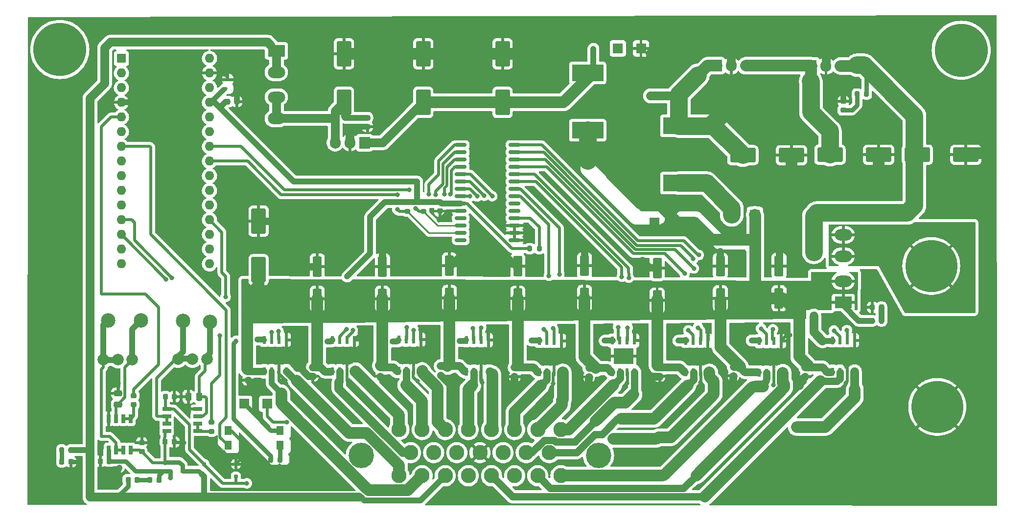
<source format=gbr>
%TF.GenerationSoftware,KiCad,Pcbnew,8.0.6*%
%TF.CreationDate,2024-11-11T19:58:29-07:00*%
%TF.ProjectId,NanoSprayLinear,4e616e6f-5370-4726-9179-4c696e656172,rev?*%
%TF.SameCoordinates,Original*%
%TF.FileFunction,Copper,L1,Top*%
%TF.FilePolarity,Positive*%
%FSLAX46Y46*%
G04 Gerber Fmt 4.6, Leading zero omitted, Abs format (unit mm)*
G04 Created by KiCad (PCBNEW 8.0.6) date 2024-11-11 19:58:29*
%MOMM*%
%LPD*%
G01*
G04 APERTURE LIST*
G04 Aperture macros list*
%AMRoundRect*
0 Rectangle with rounded corners*
0 $1 Rounding radius*
0 $2 $3 $4 $5 $6 $7 $8 $9 X,Y pos of 4 corners*
0 Add a 4 corners polygon primitive as box body*
4,1,4,$2,$3,$4,$5,$6,$7,$8,$9,$2,$3,0*
0 Add four circle primitives for the rounded corners*
1,1,$1+$1,$2,$3*
1,1,$1+$1,$4,$5*
1,1,$1+$1,$6,$7*
1,1,$1+$1,$8,$9*
0 Add four rect primitives between the rounded corners*
20,1,$1+$1,$2,$3,$4,$5,0*
20,1,$1+$1,$4,$5,$6,$7,0*
20,1,$1+$1,$6,$7,$8,$9,0*
20,1,$1+$1,$8,$9,$2,$3,0*%
G04 Aperture macros list end*
%TA.AperFunction,SMDPad,CuDef*%
%ADD10R,1.300000X1.500000*%
%TD*%
%TA.AperFunction,ComponentPad*%
%ADD11R,1.905000X2.000000*%
%TD*%
%TA.AperFunction,ComponentPad*%
%ADD12O,1.905000X2.000000*%
%TD*%
%TA.AperFunction,SMDPad,CuDef*%
%ADD13RoundRect,0.250000X0.550000X-1.500000X0.550000X1.500000X-0.550000X1.500000X-0.550000X-1.500000X0*%
%TD*%
%TA.AperFunction,SMDPad,CuDef*%
%ADD14RoundRect,0.250000X-1.950000X-1.000000X1.950000X-1.000000X1.950000X1.000000X-1.950000X1.000000X0*%
%TD*%
%TA.AperFunction,ComponentPad*%
%ADD15C,9.200000*%
%TD*%
%TA.AperFunction,SMDPad,CuDef*%
%ADD16R,0.558800X1.460500*%
%TD*%
%TA.AperFunction,SMDPad,CuDef*%
%ADD17R,3.403600X2.717800*%
%TD*%
%TA.AperFunction,ComponentPad*%
%ADD18C,2.000000*%
%TD*%
%TA.AperFunction,SMDPad,CuDef*%
%ADD19RoundRect,0.200000X-0.200000X-0.275000X0.200000X-0.275000X0.200000X0.275000X-0.200000X0.275000X0*%
%TD*%
%TA.AperFunction,SMDPad,CuDef*%
%ADD20RoundRect,0.175000X0.175000X0.175000X-0.175000X0.175000X-0.175000X-0.175000X0.175000X-0.175000X0*%
%TD*%
%TA.AperFunction,SMDPad,CuDef*%
%ADD21R,5.400000X2.900000*%
%TD*%
%TA.AperFunction,SMDPad,CuDef*%
%ADD22RoundRect,0.225000X-0.250000X0.225000X-0.250000X-0.225000X0.250000X-0.225000X0.250000X0.225000X0*%
%TD*%
%TA.AperFunction,SMDPad,CuDef*%
%ADD23R,1.500000X0.650000*%
%TD*%
%TA.AperFunction,ComponentPad*%
%ADD24C,2.625000*%
%TD*%
%TA.AperFunction,ComponentPad*%
%ADD25C,4.395000*%
%TD*%
%TA.AperFunction,SMDPad,CuDef*%
%ADD26RoundRect,0.225000X0.225000X0.250000X-0.225000X0.250000X-0.225000X-0.250000X0.225000X-0.250000X0*%
%TD*%
%TA.AperFunction,ComponentPad*%
%ADD27R,1.600000X1.600000*%
%TD*%
%TA.AperFunction,ComponentPad*%
%ADD28O,1.600000X1.600000*%
%TD*%
%TA.AperFunction,ComponentPad*%
%ADD29C,2.500000*%
%TD*%
%TA.AperFunction,SMDPad,CuDef*%
%ADD30RoundRect,0.250000X1.000000X-1.950000X1.000000X1.950000X-1.000000X1.950000X-1.000000X-1.950000X0*%
%TD*%
%TA.AperFunction,SMDPad,CuDef*%
%ADD31RoundRect,0.218750X0.218750X0.256250X-0.218750X0.256250X-0.218750X-0.256250X0.218750X-0.256250X0*%
%TD*%
%TA.AperFunction,ComponentPad*%
%ADD32C,9.000000*%
%TD*%
%TA.AperFunction,SMDPad,CuDef*%
%ADD33RoundRect,0.200000X-0.275000X0.200000X-0.275000X-0.200000X0.275000X-0.200000X0.275000X0.200000X0*%
%TD*%
%TA.AperFunction,SMDPad,CuDef*%
%ADD34RoundRect,0.218750X-0.218750X-0.256250X0.218750X-0.256250X0.218750X0.256250X-0.218750X0.256250X0*%
%TD*%
%TA.AperFunction,SMDPad,CuDef*%
%ADD35RoundRect,0.225000X-0.225000X-0.250000X0.225000X-0.250000X0.225000X0.250000X-0.225000X0.250000X0*%
%TD*%
%TA.AperFunction,SMDPad,CuDef*%
%ADD36R,1.800000X1.800000*%
%TD*%
%TA.AperFunction,SMDPad,CuDef*%
%ADD37RoundRect,0.218750X-0.256250X0.218750X-0.256250X-0.218750X0.256250X-0.218750X0.256250X0.218750X0*%
%TD*%
%TA.AperFunction,ComponentPad*%
%ADD38R,3.000000X2.000000*%
%TD*%
%TA.AperFunction,ComponentPad*%
%ADD39O,3.000000X2.000000*%
%TD*%
%TA.AperFunction,SMDPad,CuDef*%
%ADD40RoundRect,0.175000X0.175000X-0.175000X0.175000X0.175000X-0.175000X0.175000X-0.175000X-0.175000X0*%
%TD*%
%TA.AperFunction,SMDPad,CuDef*%
%ADD41RoundRect,0.250000X0.250000X0.475000X-0.250000X0.475000X-0.250000X-0.475000X0.250000X-0.475000X0*%
%TD*%
%TA.AperFunction,SMDPad,CuDef*%
%ADD42RoundRect,0.150000X-0.875000X-0.150000X0.875000X-0.150000X0.875000X0.150000X-0.875000X0.150000X0*%
%TD*%
%TA.AperFunction,SMDPad,CuDef*%
%ADD43RoundRect,0.250000X0.475000X-0.250000X0.475000X0.250000X-0.475000X0.250000X-0.475000X-0.250000X0*%
%TD*%
%TA.AperFunction,SMDPad,CuDef*%
%ADD44RoundRect,0.250000X-0.550000X1.500000X-0.550000X-1.500000X0.550000X-1.500000X0.550000X1.500000X0*%
%TD*%
%TA.AperFunction,SMDPad,CuDef*%
%ADD45R,0.650000X1.500000*%
%TD*%
%TA.AperFunction,ViaPad*%
%ADD46C,0.800000*%
%TD*%
%TA.AperFunction,ViaPad*%
%ADD47C,1.000000*%
%TD*%
%TA.AperFunction,ViaPad*%
%ADD48C,2.000000*%
%TD*%
%TA.AperFunction,ViaPad*%
%ADD49C,1.200000*%
%TD*%
%TA.AperFunction,Conductor*%
%ADD50C,0.508000*%
%TD*%
%TA.AperFunction,Conductor*%
%ADD51C,0.762000*%
%TD*%
%TA.AperFunction,Conductor*%
%ADD52C,1.524000*%
%TD*%
%TA.AperFunction,Conductor*%
%ADD53C,1.371600*%
%TD*%
%TA.AperFunction,Conductor*%
%ADD54C,1.270000*%
%TD*%
%TA.AperFunction,Conductor*%
%ADD55C,2.032000*%
%TD*%
%TA.AperFunction,Conductor*%
%ADD56C,1.016000*%
%TD*%
%TA.AperFunction,Conductor*%
%ADD57C,3.048000*%
%TD*%
%TA.AperFunction,Conductor*%
%ADD58C,0.254000*%
%TD*%
G04 APERTURE END LIST*
D10*
%TO.P,U15,1*%
%TO.N,GND*%
X69850000Y-108230000D03*
%TO.P,U15,2*%
%TO.N,WorkSwitchPin*%
X69850000Y-110770000D03*
%TO.P,U15,3*%
%TO.N,Net-(R13-Pad2)*%
X78850000Y-110770000D03*
%TO.P,U15,4*%
%TO.N,Net-(D4-A)*%
X78850000Y-108230000D03*
%TD*%
D11*
%TO.P,U2,1,VI*%
%TO.N,Net-(U2-VI)*%
X170760000Y-45145000D03*
D12*
%TO.P,U2,2,GND*%
%TO.N,GND*%
X173300000Y-45145000D03*
%TO.P,U2,3,VO*%
%TO.N,+5V*%
X175840000Y-45145000D03*
%TD*%
D13*
%TO.P,C34,1*%
%TO.N,+12V*%
X155041600Y-85350000D03*
%TO.P,C34,2*%
%TO.N,GND*%
X155041600Y-79750000D03*
%TD*%
D14*
%TO.P,C2,1*%
%TO.N,Net-(U2-VI)*%
X173981000Y-60502800D03*
%TO.P,C2,2*%
%TO.N,GND*%
X182381000Y-60502800D03*
%TD*%
D15*
%TO.P,H2,1*%
%TO.N,N/C*%
X40767000Y-42291000D03*
%TD*%
D13*
%TO.P,C35,1*%
%TO.N,+12V*%
X165170800Y-85350000D03*
%TO.P,C35,2*%
%TO.N,GND*%
X165170800Y-79750000D03*
%TD*%
D16*
%TO.P,U9,1,IPROPI*%
%TO.N,GND*%
X114915000Y-92582300D03*
%TO.P,U9,2,IN2*%
%TO.N,Net-(U1-GPB6)*%
X113645000Y-92582300D03*
%TO.P,U9,3,IN1*%
%TO.N,Net-(U1-GPB7)*%
X112375000Y-92582300D03*
%TO.P,U9,4,VREF*%
%TO.N,+5V*%
X111105000Y-92582300D03*
%TO.P,U9,5,VM*%
%TO.N,+12V*%
X111105000Y-98030600D03*
%TO.P,U9,6,OUT1*%
%TO.N,S5*%
X112375000Y-98030600D03*
%TO.P,U9,7,GND*%
%TO.N,GND*%
X113645000Y-98030600D03*
%TO.P,U9,8,OUT2*%
%TO.N,S6*%
X114915000Y-98030600D03*
D17*
%TO.P,U9,9,EPAD*%
%TO.N,GND*%
X113010000Y-95306450D03*
%TD*%
D18*
%TO.P,RV3,1,1*%
%TO.N,Net-(U6B--)*%
X48327000Y-95947000D03*
%TO.P,RV3,2,2*%
X50827000Y-95947000D03*
%TO.P,RV3,3,3*%
%TO.N,Net-(U6A-+)*%
X53327000Y-95947000D03*
%TD*%
D19*
%TO.P,R4,1*%
%TO.N,Net-(D5-A)*%
X41071800Y-111593250D03*
%TO.P,R4,2*%
%TO.N,+5VA*%
X42721800Y-111593250D03*
%TD*%
D18*
%TO.P,RV4,1,1*%
%TO.N,Net-(U7A-+)*%
X66214000Y-95897000D03*
%TO.P,RV4,2,2*%
%TO.N,Net-(U7B--)*%
X63714000Y-95897000D03*
%TO.P,RV4,3,3*%
X61214000Y-95897000D03*
%TD*%
D20*
%TO.P,D10,1,K*%
%TO.N,FlowSensor*%
X53272500Y-114650000D03*
%TO.P,D10,2,A*%
%TO.N,GND*%
X51122500Y-114650000D03*
%TD*%
D19*
%TO.P,R10,1*%
%TO.N,+12V*%
X181275000Y-89250000D03*
%TO.P,R10,2*%
%TO.N,Net-(D8-A)*%
X182925000Y-89250000D03*
%TD*%
D21*
%TO.P,L1,1,1*%
%TO.N,Net-(D7-K)*%
X147828000Y-55502000D03*
%TO.P,L1,2,2*%
%TO.N,Net-(D11-K)*%
X147828000Y-65402000D03*
%TD*%
D19*
%TO.P,R3,1*%
%TO.N,Net-(D1-A)*%
X178675000Y-50000000D03*
%TO.P,R3,2*%
%TO.N,+5V*%
X180325000Y-50000000D03*
%TD*%
D22*
%TO.P,C27,1*%
%TO.N,+12V*%
X106685400Y-97103200D03*
%TO.P,C27,2*%
%TO.N,GND*%
X106685400Y-98653200D03*
%TD*%
%TO.P,C14,1*%
%TO.N,GND*%
X54950000Y-110335800D03*
%TO.P,C14,2*%
%TO.N,+5VA*%
X54950000Y-111885800D03*
%TD*%
D23*
%TO.P,U7,1*%
%TO.N,Net-(U7A--)*%
X64656000Y-108343000D03*
%TO.P,U7,2,-*%
X64656000Y-107073000D03*
%TO.P,U7,3,+*%
%TO.N,Net-(U7A-+)*%
X64656000Y-105803000D03*
%TO.P,U7,4,V-*%
%TO.N,GND*%
X64656000Y-104533000D03*
%TO.P,U7,5,+*%
%TO.N,PressureSensor*%
X59256000Y-104533000D03*
%TO.P,U7,6,-*%
%TO.N,Net-(U7B--)*%
X59256000Y-105803000D03*
%TO.P,U7,7*%
X59256000Y-107073000D03*
%TO.P,U7,8,V+*%
%TO.N,+5VA*%
X59256000Y-108343000D03*
%TD*%
D13*
%TO.P,C16,1*%
%TO.N,+12V*%
X85301800Y-85430566D03*
%TO.P,C16,2*%
%TO.N,GND*%
X85301800Y-79830566D03*
%TD*%
D24*
%TO.P,J2,1,1*%
%TO.N,S2*%
X99443000Y-108058200D03*
%TO.P,J2,2,2*%
%TO.N,S3*%
X103443000Y-108058200D03*
%TO.P,J2,3,3*%
%TO.N,S4*%
X107443000Y-108058200D03*
%TO.P,J2,4,4*%
%TO.N,S5*%
X111443000Y-108058200D03*
%TO.P,J2,5,5*%
%TO.N,S6*%
X115443000Y-108058200D03*
%TO.P,J2,6,6*%
%TO.N,S7*%
X119443000Y-108058200D03*
%TO.P,J2,7,7*%
%TO.N,S8*%
X123443000Y-108058200D03*
%TO.P,J2,8,8*%
%TO.N,S9*%
X127443000Y-108058200D03*
%TO.P,J2,9,9*%
%TO.N,S1*%
X101443000Y-112058200D03*
%TO.P,J2,10,10*%
%TO.N,PressureSensor*%
X105443000Y-112058200D03*
%TO.P,J2,11,11*%
%TO.N,WorkSwitch*%
X109443000Y-112058200D03*
%TO.P,J2,12,12*%
%TO.N,GND*%
X113443000Y-112058200D03*
%TO.P,J2,13,13*%
%TO.N,S16*%
X117443000Y-112058200D03*
%TO.P,J2,14,14*%
%TO.N,S10*%
X121443000Y-112058200D03*
%TO.P,J2,15,15*%
%TO.N,S11*%
X125443000Y-112058200D03*
%TO.P,J2,16,16*%
%TO.N,M1B*%
X99443000Y-116058200D03*
%TO.P,J2,17,17*%
%TO.N,M1A*%
X103443000Y-116058200D03*
%TO.P,J2,18,18*%
%TO.N,+5VA*%
X107443000Y-116058200D03*
%TO.P,J2,19,19*%
%TO.N,FlowSensor*%
X111443000Y-116058200D03*
%TO.P,J2,20,20*%
%TO.N,S15*%
X115443000Y-116058200D03*
%TO.P,J2,21,21*%
%TO.N,S12*%
X119443000Y-116058200D03*
%TO.P,J2,22,22*%
%TO.N,S14*%
X123443000Y-116058200D03*
%TO.P,J2,23,23*%
%TO.N,S13*%
X127443000Y-116058200D03*
D25*
%TO.P,J2,MH1,MH1*%
%TO.N,unconnected-(J2-PadMH1)*%
X92943000Y-112558200D03*
%TO.P,J2,MH2,MH2*%
%TO.N,unconnected-(J2-PadMH2)*%
X133943000Y-112558200D03*
%TD*%
D22*
%TO.P,C32,1*%
%TO.N,+12V*%
X157282200Y-97204800D03*
%TO.P,C32,2*%
%TO.N,GND*%
X157282200Y-98754800D03*
%TD*%
D16*
%TO.P,U12,1,IPROPI*%
%TO.N,GND*%
X178237200Y-92614050D03*
%TO.P,U12,2,IN2*%
%TO.N,Net-(U1-GPA7)*%
X176967200Y-92614050D03*
%TO.P,U12,3,IN1*%
%TO.N,Net-(U1-GPA6)*%
X175697200Y-92614050D03*
%TO.P,U12,4,VREF*%
%TO.N,+5V*%
X174427200Y-92614050D03*
%TO.P,U12,5,VM*%
%TO.N,+12V*%
X174427200Y-98062350D03*
%TO.P,U12,6,OUT1*%
%TO.N,S15*%
X175697200Y-98062350D03*
%TO.P,U12,7,GND*%
%TO.N,GND*%
X176967200Y-98062350D03*
%TO.P,U12,8,OUT2*%
%TO.N,S16*%
X178237200Y-98062350D03*
D17*
%TO.P,U12,9,EPAD*%
%TO.N,GND*%
X176332200Y-95338200D03*
%TD*%
D22*
%TO.P,C24,1*%
%TO.N,Net-(U5-VO)*%
X93980000Y-54089000D03*
%TO.P,C24,2*%
%TO.N,GND*%
X93980000Y-55639000D03*
%TD*%
%TO.P,C33,1*%
%TO.N,+12V*%
X169728200Y-97357200D03*
%TO.P,C33,2*%
%TO.N,GND*%
X169728200Y-98907200D03*
%TD*%
%TO.P,C37,1*%
%TO.N,+12V*%
X144531400Y-97306400D03*
%TO.P,C37,2*%
%TO.N,GND*%
X144531400Y-98856400D03*
%TD*%
D26*
%TO.P,R7,1*%
%TO.N,Net-(R7-Pad1)*%
X54125000Y-116750000D03*
%TO.P,R7,2*%
%TO.N,+5VA*%
X52575000Y-116750000D03*
%TD*%
D22*
%TO.P,C36,1*%
%TO.N,+12V*%
X132339400Y-97408000D03*
%TO.P,C36,2*%
%TO.N,GND*%
X132339400Y-98958000D03*
%TD*%
D15*
%TO.P,H1,1*%
%TO.N,N/C*%
X196697600Y-42418000D03*
%TD*%
D16*
%TO.P,U11,1,IPROPI*%
%TO.N,GND*%
X165588000Y-92766450D03*
%TO.P,U11,2,IN2*%
%TO.N,Net-(U1-GPA5)*%
X164318000Y-92766450D03*
%TO.P,U11,3,IN1*%
%TO.N,Net-(U1-GPA4)*%
X163048000Y-92766450D03*
%TO.P,U11,4,VREF*%
%TO.N,+5V*%
X161778000Y-92766450D03*
%TO.P,U11,5,VM*%
%TO.N,+12V*%
X161778000Y-98214750D03*
%TO.P,U11,6,OUT1*%
%TO.N,S13*%
X163048000Y-98214750D03*
%TO.P,U11,7,GND*%
%TO.N,GND*%
X164318000Y-98214750D03*
%TO.P,U11,8,OUT2*%
%TO.N,S14*%
X165588000Y-98214750D03*
D17*
%TO.P,U11,9,EPAD*%
%TO.N,GND*%
X163683000Y-95490600D03*
%TD*%
D27*
%TO.P,A1,1,D1/TX*%
%TO.N,unconnected-(A1-D1{slash}TX-Pad1)*%
X51425000Y-43827000D03*
D28*
%TO.P,A1,2,D0/RX*%
%TO.N,unconnected-(A1-D0{slash}RX-Pad2)*%
X51425000Y-46367000D03*
%TO.P,A1,3,~{RESET}*%
%TO.N,unconnected-(A1-~{RESET}-Pad3)*%
X51425000Y-48907000D03*
%TO.P,A1,4,GND*%
%TO.N,GND*%
X51425000Y-51447000D03*
%TO.P,A1,5,D2*%
%TO.N,FlowPin*%
X51425000Y-53987000D03*
%TO.P,A1,6,D3*%
%TO.N,unconnected-(A1-D3-Pad6)*%
X51425000Y-56527000D03*
%TO.P,A1,7,D4*%
%TO.N,WorkSwitchPin*%
X51425000Y-59067000D03*
%TO.P,A1,8,D5*%
%TO.N,unconnected-(A1-D5-Pad8)*%
X51425000Y-61607000D03*
%TO.P,A1,9,D6*%
%TO.N,unconnected-(A1-D6-Pad9)*%
X51425000Y-64147000D03*
%TO.P,A1,10,D7*%
%TO.N,unconnected-(A1-D7-Pad10)*%
X51425000Y-66687000D03*
%TO.P,A1,11,D8*%
%TO.N,unconnected-(A1-D8-Pad11)*%
X51425000Y-69227000D03*
%TO.P,A1,12,D9*%
%TO.N,Net-(A1-D9)*%
X51425000Y-71767000D03*
%TO.P,A1,13,D10*%
%TO.N,Net-(A1-D10)*%
X51425000Y-74307000D03*
%TO.P,A1,14,D11*%
%TO.N,unconnected-(A1-D11-Pad14)*%
X51425000Y-76847000D03*
%TO.P,A1,15,D12*%
%TO.N,unconnected-(A1-D12-Pad15)*%
X51425000Y-79387000D03*
%TO.P,A1,16,D13*%
%TO.N,unconnected-(A1-D13-Pad16)*%
X66665000Y-79387000D03*
%TO.P,A1,17,3V3*%
%TO.N,unconnected-(A1-3V3-Pad17)*%
X66665000Y-76847000D03*
%TO.P,A1,18,AREF*%
%TO.N,unconnected-(A1-AREF-Pad18)*%
X66665000Y-74307000D03*
%TO.P,A1,19,A0*%
%TO.N,PressurePin*%
X66665000Y-71767000D03*
%TO.P,A1,20,A1*%
%TO.N,unconnected-(A1-A1-Pad20)*%
X66665000Y-69227000D03*
%TO.P,A1,21,A2*%
%TO.N,unconnected-(A1-A2-Pad21)*%
X66665000Y-66687000D03*
%TO.P,A1,22,A3*%
%TO.N,unconnected-(A1-A3-Pad22)*%
X66665000Y-64147000D03*
%TO.P,A1,23,A4*%
%TO.N,SDA*%
X66665000Y-61607000D03*
%TO.P,A1,24,A5*%
%TO.N,SCL*%
X66665000Y-59067000D03*
%TO.P,A1,25,A6*%
%TO.N,unconnected-(A1-A6-Pad25)*%
X66665000Y-56527000D03*
%TO.P,A1,26,A7*%
%TO.N,unconnected-(A1-A7-Pad26)*%
X66665000Y-53987000D03*
%TO.P,A1,27,+5V*%
%TO.N,+5V*%
X66665000Y-51447000D03*
%TO.P,A1,28,~{RESET}*%
%TO.N,unconnected-(A1-~{RESET}-Pad28)*%
X66665000Y-48907000D03*
%TO.P,A1,29,GND*%
%TO.N,GND*%
X66665000Y-46367000D03*
%TO.P,A1,30,VIN*%
%TO.N,unconnected-(A1-VIN-Pad30)*%
X66665000Y-43827000D03*
%TD*%
D22*
%TO.P,C25,1*%
%TO.N,+12V*%
X96322200Y-97306400D03*
%TO.P,C25,2*%
%TO.N,GND*%
X96322200Y-98856400D03*
%TD*%
D29*
%TO.P,TP6,1,1*%
%TO.N,Net-(U7A-+)*%
X66782000Y-89420000D03*
%TD*%
D30*
%TO.P,C1,1*%
%TO.N,+12V*%
X75164000Y-80412000D03*
%TO.P,C1,2*%
%TO.N,GND*%
X75164000Y-72012000D03*
%TD*%
D31*
%TO.P,D5,1,K*%
%TO.N,GND*%
X42684300Y-113640650D03*
%TO.P,D5,2,A*%
%TO.N,Net-(D5-A)*%
X41109300Y-113640650D03*
%TD*%
D32*
%TO.P,J5,1,Pin_1*%
%TO.N,Net-(J5-Pin_1)*%
X191507000Y-79756000D03*
%TD*%
D16*
%TO.P,U17,1,IPROPI*%
%TO.N,GND*%
X79964600Y-92531500D03*
%TO.P,U17,2,IN2*%
%TO.N,Net-(A1-D9)*%
X78694600Y-92531500D03*
%TO.P,U17,3,IN1*%
%TO.N,Net-(A1-D10)*%
X77424600Y-92531500D03*
%TO.P,U17,4,VREF*%
%TO.N,+5V*%
X76154600Y-92531500D03*
%TO.P,U17,5,VM*%
%TO.N,+12V*%
X76154600Y-97979800D03*
%TO.P,U17,6,OUT1*%
%TO.N,M1A*%
X77424600Y-97979800D03*
%TO.P,U17,7,GND*%
%TO.N,GND*%
X78694600Y-97979800D03*
%TO.P,U17,8,OUT2*%
%TO.N,M1B*%
X79964600Y-97979800D03*
D17*
%TO.P,U17,9,EPAD*%
%TO.N,GND*%
X78059600Y-95255650D03*
%TD*%
D20*
%TO.P,D9,1,K*%
%TO.N,+5VA*%
X61985000Y-115250000D03*
%TO.P,D9,2,A*%
%TO.N,FlowSensor*%
X59835000Y-115250000D03*
%TD*%
D29*
%TO.P,TP8,1,1*%
%TO.N,Net-(U6A-+)*%
X54844000Y-89166000D03*
%TD*%
D33*
%TO.P,R5,1*%
%TO.N,+5V*%
X103693000Y-68651000D03*
%TO.P,R5,2*%
%TO.N,SCL*%
X103693000Y-70301000D03*
%TD*%
D34*
%TO.P,D8,1,K*%
%TO.N,GND*%
X181312500Y-86900000D03*
%TO.P,D8,2,A*%
%TO.N,Net-(D8-A)*%
X182887500Y-86900000D03*
%TD*%
D22*
%TO.P,R9,1*%
%TO.N,PressurePin*%
X67036000Y-106819000D03*
%TO.P,R9,2*%
%TO.N,Net-(U7A--)*%
X67036000Y-108369000D03*
%TD*%
D29*
%TO.P,TP7,1,1*%
%TO.N,Net-(U6B--)*%
X49129000Y-89166000D03*
%TD*%
D26*
%TO.P,C19,1*%
%TO.N,GND*%
X60531000Y-110213000D03*
%TO.P,C19,2*%
%TO.N,+5VA*%
X58981000Y-110213000D03*
%TD*%
D19*
%TO.P,R13,1*%
%TO.N,+5V*%
X77225000Y-113300000D03*
%TO.P,R13,2*%
%TO.N,Net-(R13-Pad2)*%
X78875000Y-113300000D03*
%TD*%
D11*
%TO.P,U5,1,VI*%
%TO.N,Net-(D3-K)*%
X93472000Y-58420000D03*
D12*
%TO.P,U5,2,GND*%
%TO.N,GND*%
X90932000Y-58420000D03*
%TO.P,U5,3,VO*%
%TO.N,Net-(U5-VO)*%
X88392000Y-58420000D03*
%TD*%
D33*
%TO.P,R6,1*%
%TO.N,+5V*%
X100868000Y-68651000D03*
%TO.P,R6,2*%
%TO.N,SDA*%
X100868000Y-70301000D03*
%TD*%
D16*
%TO.P,U14,1,IPROPI*%
%TO.N,GND*%
X152888000Y-92715650D03*
%TO.P,U14,2,IN2*%
%TO.N,Net-(U1-GPA3)*%
X151618000Y-92715650D03*
%TO.P,U14,3,IN1*%
%TO.N,Net-(U1-GPA2)*%
X150348000Y-92715650D03*
%TO.P,U14,4,VREF*%
%TO.N,+5V*%
X149078000Y-92715650D03*
%TO.P,U14,5,VM*%
%TO.N,+12V*%
X149078000Y-98163950D03*
%TO.P,U14,6,OUT1*%
%TO.N,S11*%
X150348000Y-98163950D03*
%TO.P,U14,7,GND*%
%TO.N,GND*%
X151618000Y-98163950D03*
%TO.P,U14,8,OUT2*%
%TO.N,S12*%
X152888000Y-98163950D03*
D17*
%TO.P,U14,9,EPAD*%
%TO.N,GND*%
X150983000Y-95439800D03*
%TD*%
D13*
%TO.P,C39,1*%
%TO.N,+12V*%
X144094200Y-85731000D03*
%TO.P,C39,2*%
%TO.N,GND*%
X144094200Y-80131000D03*
%TD*%
D16*
%TO.P,U13,1,IPROPI*%
%TO.N,GND*%
X140188000Y-92664850D03*
%TO.P,U13,2,IN2*%
%TO.N,Net-(U1-GPA1)*%
X138918000Y-92664850D03*
%TO.P,U13,3,IN1*%
%TO.N,Net-(U1-GPA0)*%
X137648000Y-92664850D03*
%TO.P,U13,4,VREF*%
%TO.N,+5V*%
X136378000Y-92664850D03*
%TO.P,U13,5,VM*%
%TO.N,+12V*%
X136378000Y-98113150D03*
%TO.P,U13,6,OUT1*%
%TO.N,S9*%
X137648000Y-98113150D03*
%TO.P,U13,7,GND*%
%TO.N,GND*%
X138918000Y-98113150D03*
%TO.P,U13,8,OUT2*%
%TO.N,S10*%
X140188000Y-98113150D03*
D17*
%TO.P,U13,9,EPAD*%
%TO.N,GND*%
X138283000Y-95389000D03*
%TD*%
D35*
%TO.P,C9,1*%
%TO.N,+5V*%
X69837000Y-51308000D03*
%TO.P,C9,2*%
%TO.N,GND*%
X71387000Y-51308000D03*
%TD*%
D36*
%TO.P,D4,1,K*%
%TO.N,WorkSwitch*%
X76650000Y-103600000D03*
%TO.P,D4,2,A*%
%TO.N,Net-(D4-A)*%
X72650000Y-103600000D03*
%TD*%
D22*
%TO.P,C15,1*%
%TO.N,+12V*%
X84562200Y-97276800D03*
%TO.P,C15,2*%
%TO.N,GND*%
X84562200Y-98826800D03*
%TD*%
D30*
%TO.P,C23,1*%
%TO.N,Net-(U5-VO)*%
X89916000Y-51444000D03*
%TO.P,C23,2*%
%TO.N,GND*%
X89916000Y-43044000D03*
%TD*%
D37*
%TO.P,D1,1,K*%
%TO.N,GND*%
X176300000Y-51212500D03*
%TO.P,D1,2,A*%
%TO.N,Net-(D1-A)*%
X176300000Y-52787500D03*
%TD*%
D11*
%TO.P,U3,1,VI*%
%TO.N,Net-(D7-K)*%
X154370000Y-45088800D03*
D12*
%TO.P,U3,2,GND*%
%TO.N,GND*%
X156910000Y-45088800D03*
%TO.P,U3,3,VO*%
%TO.N,Net-(U2-VI)*%
X159450000Y-45088800D03*
%TD*%
D22*
%TO.P,C31,1*%
%TO.N,+5V*%
X106518000Y-68701000D03*
%TO.P,C31,2*%
%TO.N,GND*%
X106518000Y-70251000D03*
%TD*%
%TO.P,C40,1*%
%TO.N,+12V*%
X73309800Y-97966800D03*
%TO.P,C40,2*%
%TO.N,GND*%
X73309800Y-99516800D03*
%TD*%
D14*
%TO.P,C4,1*%
%TO.N,+5V*%
X189100000Y-60502800D03*
%TO.P,C4,2*%
%TO.N,GND*%
X197500000Y-60502800D03*
%TD*%
D38*
%TO.P,F2,1*%
%TO.N,+5VA*%
X78232000Y-42528000D03*
D39*
X78232000Y-46228000D03*
%TO.P,F2,2*%
%TO.N,Net-(U5-VO)*%
X78232000Y-50528000D03*
X78232000Y-54228000D03*
%TD*%
D40*
%TO.P,D12,1,K*%
%TO.N,+5VA*%
X65766000Y-116194000D03*
%TO.P,D12,2,A*%
%TO.N,PressureSensor*%
X65766000Y-114044000D03*
%TD*%
D14*
%TO.P,C3,1*%
%TO.N,Net-(D7-K)*%
X158918800Y-60579000D03*
%TO.P,C3,2*%
%TO.N,GND*%
X167318800Y-60579000D03*
%TD*%
D13*
%TO.P,C30,1*%
%TO.N,+12V*%
X119995000Y-85393400D03*
%TO.P,C30,2*%
%TO.N,GND*%
X119995000Y-79793400D03*
%TD*%
%TO.P,C38,1*%
%TO.N,+12V*%
X131526600Y-85285800D03*
%TO.P,C38,2*%
%TO.N,GND*%
X131526600Y-79685800D03*
%TD*%
D36*
%TO.P,D2,1,K*%
%TO.N,Net-(D2-K)*%
X132150000Y-61600000D03*
%TO.P,D2,2,A*%
%TO.N,+12V*%
X136150000Y-61600000D03*
%TD*%
D30*
%TO.P,C22,1*%
%TO.N,Net-(D3-K)*%
X103632000Y-51444000D03*
%TO.P,C22,2*%
%TO.N,GND*%
X103632000Y-43044000D03*
%TD*%
D13*
%TO.P,C26,1*%
%TO.N,+12V*%
X96576200Y-85430566D03*
%TO.P,C26,2*%
%TO.N,GND*%
X96576200Y-79830566D03*
%TD*%
D29*
%TO.P,TP5,1,1*%
%TO.N,Net-(U7B--)*%
X62083000Y-89293000D03*
%TD*%
D32*
%TO.P,J6,1,Pin_1*%
%TO.N,GND*%
X192532000Y-104140000D03*
%TD*%
D13*
%TO.P,C29,1*%
%TO.N,+12V*%
X108158600Y-85285800D03*
%TO.P,C29,2*%
%TO.N,GND*%
X108158600Y-79685800D03*
%TD*%
D22*
%TO.P,C28,1*%
%TO.N,+12V*%
X119487000Y-97357200D03*
%TO.P,C28,2*%
%TO.N,GND*%
X119487000Y-98907200D03*
%TD*%
D40*
%TO.P,D13,1,K*%
%TO.N,PressureSensor*%
X71227000Y-116194000D03*
%TO.P,D13,2,A*%
%TO.N,GND*%
X71227000Y-114044000D03*
%TD*%
D36*
%TO.P,D3,1,K*%
%TO.N,Net-(D3-K)*%
X137300000Y-42100000D03*
%TO.P,D3,2,A*%
%TO.N,GND*%
X141300000Y-42100000D03*
%TD*%
%TO.P,D11,1,K*%
%TO.N,Net-(D11-K)*%
X157000000Y-70900000D03*
%TO.P,D11,2,A*%
%TO.N,+12V*%
X161000000Y-70900000D03*
%TD*%
D16*
%TO.P,U8,1,IPROPI*%
%TO.N,GND*%
X103231000Y-92480700D03*
%TO.P,U8,2,IN2*%
%TO.N,Net-(U1-GPB3)*%
X101961000Y-92480700D03*
%TO.P,U8,3,IN1*%
%TO.N,Net-(U1-GPB2)*%
X100691000Y-92480700D03*
%TO.P,U8,4,VREF*%
%TO.N,+5V*%
X99421000Y-92480700D03*
%TO.P,U8,5,VM*%
%TO.N,+12V*%
X99421000Y-97929000D03*
%TO.P,U8,6,OUT1*%
%TO.N,S3*%
X100691000Y-97929000D03*
%TO.P,U8,7,GND*%
%TO.N,GND*%
X101961000Y-97929000D03*
%TO.P,U8,8,OUT2*%
%TO.N,S4*%
X103231000Y-97929000D03*
D17*
%TO.P,U8,9,EPAD*%
%TO.N,GND*%
X101326000Y-95204850D03*
%TD*%
D36*
%TO.P,D14,1,K*%
%TO.N,+12V*%
X147600000Y-72250000D03*
%TO.P,D14,2,A*%
%TO.N,GND*%
X143600000Y-72250000D03*
%TD*%
%TO.P,D7,1,K*%
%TO.N,Net-(D7-K)*%
X157750000Y-51100000D03*
%TO.P,D7,2,A*%
%TO.N,GND*%
X161750000Y-51100000D03*
%TD*%
D16*
%TO.P,U4,1,IPROPI*%
%TO.N,GND*%
X91699400Y-92531500D03*
%TO.P,U4,2,IN2*%
%TO.N,Net-(U1-GPB1)*%
X90429400Y-92531500D03*
%TO.P,U4,3,IN1*%
%TO.N,Net-(U1-GPB0)*%
X89159400Y-92531500D03*
%TO.P,U4,4,VREF*%
%TO.N,+5V*%
X87889400Y-92531500D03*
%TO.P,U4,5,VM*%
%TO.N,+12V*%
X87889400Y-97979800D03*
%TO.P,U4,6,OUT1*%
%TO.N,S1*%
X89159400Y-97979800D03*
%TO.P,U4,7,GND*%
%TO.N,GND*%
X90429400Y-97979800D03*
%TO.P,U4,8,OUT2*%
%TO.N,S2*%
X91699400Y-97979800D03*
D17*
%TO.P,U4,9,EPAD*%
%TO.N,GND*%
X89794400Y-95255650D03*
%TD*%
D35*
%TO.P,C20,1*%
%TO.N,PressureSensor*%
X59042000Y-102374000D03*
%TO.P,C20,2*%
%TO.N,GND*%
X60592000Y-102374000D03*
%TD*%
D30*
%TO.P,C21,1*%
%TO.N,Net-(D3-K)*%
X117348000Y-51444000D03*
%TO.P,C21,2*%
%TO.N,GND*%
X117348000Y-43044000D03*
%TD*%
D41*
%TO.P,C18,1*%
%TO.N,Net-(U7A-+)*%
X64910000Y-102374000D03*
%TO.P,C18,2*%
%TO.N,GND*%
X63010000Y-102374000D03*
%TD*%
D26*
%TO.P,R8,1*%
%TO.N,FlowSensor*%
X57925000Y-116750000D03*
%TO.P,R8,2*%
%TO.N,Net-(R7-Pad1)*%
X56375000Y-116750000D03*
%TD*%
D21*
%TO.P,L2,1,1*%
%TO.N,Net-(D2-K)*%
X132080000Y-56258000D03*
%TO.P,L2,2,2*%
%TO.N,Net-(D3-K)*%
X132080000Y-46358000D03*
%TD*%
D42*
%TO.P,U1,1,GPB0*%
%TO.N,Net-(U1-GPB0)*%
X110118000Y-58796000D03*
%TO.P,U1,2,GPB1*%
%TO.N,Net-(U1-GPB1)*%
X110118000Y-60066000D03*
%TO.P,U1,3,GPB2*%
%TO.N,Net-(U1-GPB2)*%
X110118000Y-61336000D03*
%TO.P,U1,4,GPB3*%
%TO.N,Net-(U1-GPB3)*%
X110118000Y-62606000D03*
%TO.P,U1,5,GPB4*%
%TO.N,Net-(U1-GPB4)*%
X110118000Y-63876000D03*
%TO.P,U1,6,GPB5*%
%TO.N,Net-(U1-GPB5)*%
X110118000Y-65146000D03*
%TO.P,U1,7,GPB6*%
%TO.N,Net-(U1-GPB6)*%
X110118000Y-66416000D03*
%TO.P,U1,8,GPB7*%
%TO.N,Net-(U1-GPB7)*%
X110118000Y-67686000D03*
%TO.P,U1,9,VDD*%
%TO.N,+5V*%
X110118000Y-68956000D03*
%TO.P,U1,10,VSS*%
%TO.N,GND*%
X110118000Y-70226000D03*
%TO.P,U1,11,NC*%
%TO.N,unconnected-(U1-NC-Pad11)*%
X110118000Y-71496000D03*
%TO.P,U1,12,SCK*%
%TO.N,SCL*%
X110118000Y-72766000D03*
%TO.P,U1,13,SDA*%
%TO.N,SDA*%
X110118000Y-74036000D03*
%TO.P,U1,14,NC*%
%TO.N,unconnected-(U1-NC-Pad14)*%
X110118000Y-75306000D03*
%TO.P,U1,15,A0*%
%TO.N,GND*%
X119418000Y-75306000D03*
%TO.P,U1,16,A1*%
X119418000Y-74036000D03*
%TO.P,U1,17,A2*%
X119418000Y-72766000D03*
%TO.P,U1,18,~{RESET}*%
%TO.N,Net-(U1-~{RESET})*%
X119418000Y-71496000D03*
%TO.P,U1,19,INTB*%
%TO.N,unconnected-(U1-INTB-Pad19)*%
X119418000Y-70226000D03*
%TO.P,U1,20,INTA*%
%TO.N,unconnected-(U1-INTA-Pad20)*%
X119418000Y-68956000D03*
%TO.P,U1,21,GPA0*%
%TO.N,Net-(U1-GPA0)*%
X119418000Y-67686000D03*
%TO.P,U1,22,GPA1*%
%TO.N,Net-(U1-GPA1)*%
X119418000Y-66416000D03*
%TO.P,U1,23,GPA2*%
%TO.N,Net-(U1-GPA2)*%
X119418000Y-65146000D03*
%TO.P,U1,24,GPA3*%
%TO.N,Net-(U1-GPA3)*%
X119418000Y-63876000D03*
%TO.P,U1,25,GPA4*%
%TO.N,Net-(U1-GPA4)*%
X119418000Y-62606000D03*
%TO.P,U1,26,GPA5*%
%TO.N,Net-(U1-GPA5)*%
X119418000Y-61336000D03*
%TO.P,U1,27,GPA6*%
%TO.N,Net-(U1-GPA6)*%
X119418000Y-60066000D03*
%TO.P,U1,28,GPA7*%
%TO.N,Net-(U1-GPA7)*%
X119418000Y-58796000D03*
%TD*%
D38*
%TO.P,F1,1*%
%TO.N,+12V*%
X176276000Y-86069000D03*
D39*
X176276000Y-82369000D03*
%TO.P,F1,2*%
%TO.N,Net-(J5-Pin_1)*%
X176276000Y-78069000D03*
X176276000Y-74369000D03*
%TD*%
D26*
%TO.P,C17,1*%
%TO.N,FlowSensor*%
X49325000Y-113550000D03*
%TO.P,C17,2*%
%TO.N,GND*%
X47775000Y-113550000D03*
%TD*%
D43*
%TO.P,C13,1*%
%TO.N,Net-(U6A-+)*%
X50850000Y-103710800D03*
%TO.P,C13,2*%
%TO.N,GND*%
X50850000Y-101810800D03*
%TD*%
D16*
%TO.P,U10,1,IPROPI*%
%TO.N,GND*%
X127538800Y-92715650D03*
%TO.P,U10,2,IN2*%
%TO.N,Net-(U1-GPB4)*%
X126268800Y-92715650D03*
%TO.P,U10,3,IN1*%
%TO.N,Net-(U1-GPB5)*%
X124998800Y-92715650D03*
%TO.P,U10,4,VREF*%
%TO.N,+5V*%
X123728800Y-92715650D03*
%TO.P,U10,5,VM*%
%TO.N,+12V*%
X123728800Y-98163950D03*
%TO.P,U10,6,OUT1*%
%TO.N,S7*%
X124998800Y-98163950D03*
%TO.P,U10,7,GND*%
%TO.N,GND*%
X126268800Y-98163950D03*
%TO.P,U10,8,OUT2*%
%TO.N,S8*%
X127538800Y-98163950D03*
D17*
%TO.P,U10,9,EPAD*%
%TO.N,GND*%
X125633800Y-95439800D03*
%TD*%
D22*
%TO.P,R1,1*%
%TO.N,FlowPin*%
X53550000Y-102185800D03*
%TO.P,R1,2*%
%TO.N,Net-(U6A--)*%
X53550000Y-103735800D03*
%TD*%
D19*
%TO.P,R2,1*%
%TO.N,+5V*%
X122043000Y-76751000D03*
%TO.P,R2,2*%
%TO.N,Net-(U1-~{RESET})*%
X123693000Y-76751000D03*
%TD*%
D44*
%TO.P,C5,1*%
%TO.N,+5V*%
X88800000Y-70300000D03*
%TO.P,C5,2*%
%TO.N,GND*%
X88800000Y-75900000D03*
%TD*%
D45*
%TO.P,U6,1*%
%TO.N,Net-(U6A--)*%
X53030000Y-106185800D03*
%TO.P,U6,2,-*%
X51760000Y-106185800D03*
%TO.P,U6,3,+*%
%TO.N,Net-(U6A-+)*%
X50490000Y-106185800D03*
%TO.P,U6,4,V-*%
%TO.N,GND*%
X49220000Y-106185800D03*
%TO.P,U6,5,+*%
%TO.N,FlowSensor*%
X49220000Y-111585800D03*
%TO.P,U6,6,-*%
%TO.N,Net-(U6B--)*%
X50490000Y-111585800D03*
%TO.P,U6,7*%
X51760000Y-111585800D03*
%TO.P,U6,8,V+*%
%TO.N,+5VA*%
X53030000Y-111585800D03*
%TD*%
D46*
%TO.N,GND*%
X71628000Y-49784000D03*
X89794400Y-95255650D03*
X132274381Y-100570776D03*
X88753000Y-94576200D03*
X101326000Y-95204850D03*
X100487800Y-94576200D03*
X55000000Y-108635800D03*
X163683000Y-95490600D03*
X43867200Y-113640650D03*
X49220000Y-104719000D03*
X106368000Y-71826000D03*
D47*
X167300000Y-67000000D03*
D46*
X78948600Y-95947800D03*
X74819705Y-100544133D03*
X112222600Y-94627000D03*
X53975000Y-51435000D03*
X157248391Y-100369091D03*
X72624000Y-111010000D03*
X90770632Y-100043712D03*
X137419400Y-96049400D03*
X142943000Y-98851000D03*
X113010000Y-95306450D03*
X151846600Y-96126000D03*
X100487800Y-95897000D03*
X176332200Y-95338200D03*
X162717800Y-94830200D03*
X90785000Y-95897000D03*
X125633800Y-95439800D03*
X127568000Y-90601000D03*
X151795800Y-94779400D03*
X62234370Y-110307081D03*
X97818000Y-100576000D03*
X112171800Y-96001000D03*
X176693000Y-100051000D03*
X77272200Y-95947800D03*
X96542732Y-77216000D03*
X154940000Y-77216000D03*
X102316600Y-95897000D03*
X50875000Y-99985800D03*
X109969021Y-78076874D03*
X92456000Y-43180000D03*
X177520600Y-94589600D03*
X77221400Y-94627000D03*
X164597400Y-96151000D03*
X102265800Y-94525400D03*
X126649800Y-94779400D03*
X78999400Y-94627000D03*
X177520600Y-96062800D03*
D48*
X164650000Y-51100000D03*
D46*
X137419400Y-94677800D03*
X175056800Y-94589600D03*
X138283002Y-95389000D03*
X83219434Y-79830566D03*
X126492000Y-42164000D03*
X114000600Y-95947800D03*
X92897422Y-90942301D03*
X79767580Y-99600045D03*
X201101300Y-60248800D03*
X152993000Y-90651000D03*
X88905400Y-95926000D03*
X113899000Y-94576200D03*
X165227000Y-76987400D03*
X178293000Y-90676000D03*
X167040000Y-91726000D03*
X82962377Y-97981542D03*
X164159545Y-100353373D03*
X162768600Y-96201800D03*
X103188004Y-90817196D03*
X114918000Y-90526000D03*
X47775000Y-115398629D03*
X78059600Y-95255650D03*
X126548200Y-96151000D03*
X113792000Y-43180000D03*
X106680000Y-43180000D03*
X102663837Y-99717918D03*
X138903000Y-100007802D03*
X150983000Y-95439800D03*
X124719400Y-94728600D03*
X119388534Y-100476947D03*
X131243000Y-76726000D03*
X90785000Y-94576200D03*
X151588598Y-99904738D03*
X61735000Y-102374000D03*
X175056800Y-96139000D03*
D49*
X69068000Y-46367000D03*
D46*
X139146600Y-96100200D03*
X142900400Y-43027600D03*
X113839503Y-99919934D03*
D47*
X182450000Y-66850000D03*
D46*
X126117571Y-100128105D03*
X124871800Y-96151000D03*
X50300000Y-114900000D03*
X140293000Y-90476000D03*
X79964600Y-91140600D03*
X150068600Y-96151000D03*
X141493000Y-78756000D03*
X150068600Y-94779400D03*
X164597400Y-94881000D03*
X78650000Y-72000000D03*
X168789356Y-100494197D03*
X108018000Y-100026000D03*
X139197400Y-94728600D03*
X176285400Y-49383800D03*
X121714903Y-73988763D03*
X90932000Y-55880000D03*
D47*
X173300000Y-42850000D03*
D46*
X117943000Y-78226000D03*
D47*
X156930400Y-42873800D03*
D46*
%TO.N,+5V*%
X109932600Y-92723478D03*
X172668000Y-92701000D03*
X71250000Y-92700000D03*
X160443000Y-92651000D03*
X83650000Y-70350000D03*
X83650000Y-65143000D03*
X171196000Y-77393800D03*
X98350200Y-92822765D03*
X135018000Y-92676000D03*
X90493000Y-81576000D03*
X171196000Y-88392000D03*
X87075800Y-92844786D03*
X74982200Y-92475323D03*
X147768000Y-92676000D03*
X122393000Y-92676000D03*
%TO.N,WorkSwitch*%
X80015735Y-106787816D03*
%TO.N,SCL*%
X101199000Y-66560000D03*
X102342000Y-69759000D03*
%TO.N,SDA*%
X99167000Y-67414000D03*
X99167000Y-69989000D03*
%TO.N,FlowSensor*%
X59850000Y-116473000D03*
%TO.N,S12*%
X136482400Y-109690100D03*
%TO.N,PressureSensor*%
X73132000Y-117360000D03*
%TO.N,S16*%
X168268000Y-107626000D03*
%TO.N,PressurePin*%
X69449000Y-85102000D03*
X68433000Y-91833000D03*
%TO.N,Net-(U1-GPB0)*%
X90408374Y-90716374D03*
X104634437Y-67321719D03*
%TO.N,Net-(U1-GPB1)*%
X91443000Y-90876000D03*
X105793000Y-67376000D03*
%TO.N,Net-(U1-GPB2)*%
X107293000Y-67351000D03*
X100768000Y-90376000D03*
%TO.N,Net-(U1-GPB3)*%
X102006400Y-90837600D03*
X108317657Y-67349086D03*
%TO.N,Net-(U1-GPB4)*%
X115576615Y-67666217D03*
X126068000Y-90526000D03*
%TO.N,Net-(U1-GPB5)*%
X114168000Y-67601000D03*
X124468000Y-90676000D03*
%TO.N,Net-(U1-GPB6)*%
X113668000Y-90426000D03*
X112949672Y-67699558D03*
%TO.N,Net-(U1-GPB7)*%
X112218000Y-90526000D03*
X111720950Y-67708665D03*
%TO.N,Net-(U1-GPA7)*%
X176918000Y-90851000D03*
X151293000Y-77851000D03*
%TO.N,Net-(A1-D9)*%
X78593000Y-91071000D03*
X60178000Y-81800000D03*
%TO.N,Net-(A1-D10)*%
X77450000Y-91198000D03*
X59162000Y-82054000D03*
%TO.N,Net-(U1-GPA6)*%
X150293000Y-78526000D03*
X174668000Y-90926000D03*
%TO.N,Net-(U1-GPA5)*%
X150443000Y-80178449D03*
X164128775Y-90715225D03*
%TO.N,Net-(U1-GPA4)*%
X162068000Y-90576000D03*
X148843000Y-81076000D03*
%TO.N,Net-(U1-GPA3)*%
X151168000Y-90426000D03*
X139193000Y-81776000D03*
%TO.N,Net-(U1-GPA2)*%
X137993000Y-81601000D03*
X149493000Y-90901000D03*
%TO.N,Net-(U1-GPA1)*%
X127175528Y-81180078D03*
X138968000Y-90426000D03*
%TO.N,Net-(U1-GPA0)*%
X125368000Y-81451000D03*
X137343000Y-90326000D03*
%TD*%
D50*
%TO.N,WorkSwitchPin*%
X68450000Y-107089400D02*
X68450000Y-109370000D01*
X56495000Y-74307000D02*
X69576000Y-87388000D01*
X68450000Y-109370000D02*
X69850000Y-110770000D01*
X56495000Y-59194000D02*
X56495000Y-74307000D01*
X56368000Y-59067000D02*
X56495000Y-59194000D01*
X51425000Y-59067000D02*
X56368000Y-59067000D01*
X69576000Y-87388000D02*
X69576000Y-105963400D01*
X69576000Y-105963400D02*
X68450000Y-107089400D01*
%TO.N,GND*%
X70430000Y-108230000D02*
X72624000Y-110424000D01*
X69850000Y-108230000D02*
X70430000Y-108230000D01*
D51*
%TO.N,+5V*%
X77225000Y-113300000D02*
X77225000Y-112625000D01*
X77225000Y-112625000D02*
X70794000Y-106194000D01*
%TO.N,Net-(R13-Pad2)*%
X78875000Y-113300000D02*
X78875000Y-110795000D01*
X78875000Y-110795000D02*
X78850000Y-110770000D01*
%TO.N,Net-(D4-A)*%
X72650000Y-103600000D02*
X77280000Y-108230000D01*
X77280000Y-108230000D02*
X78850000Y-108230000D01*
D52*
%TO.N,GND*%
X156905000Y-45088800D02*
X156905000Y-42899200D01*
D50*
X152898000Y-90746000D02*
X152993000Y-90651000D01*
D53*
X119421400Y-98897600D02*
X119443000Y-98897600D01*
D54*
X108209400Y-79836495D02*
X109969021Y-78076874D01*
D55*
X117348000Y-43044000D02*
X125612000Y-43044000D01*
D50*
X49220000Y-104719000D02*
X49220000Y-106185800D01*
X92897422Y-91386628D02*
X91699600Y-92584450D01*
D54*
X83807635Y-98826800D02*
X82962377Y-97981542D01*
D50*
X127548000Y-92676850D02*
X127548000Y-90621000D01*
X50875000Y-99985800D02*
X50875000Y-101785800D01*
D56*
X51122500Y-114650000D02*
X51122500Y-114777500D01*
D50*
X140223000Y-92676850D02*
X140223000Y-90546000D01*
D55*
X161750000Y-51100000D02*
X164650000Y-51100000D01*
D56*
X91173000Y-55639000D02*
X90932000Y-55880000D01*
D54*
X83219434Y-79830566D02*
X85301800Y-79830566D01*
D52*
X173313400Y-42924600D02*
X173338800Y-42899200D01*
D51*
X42684300Y-113640650D02*
X43867200Y-113640650D01*
D50*
X60625081Y-110307081D02*
X60531000Y-110213000D01*
X106368000Y-71826000D02*
X107968000Y-70226000D01*
D53*
X168789356Y-99829644D02*
X169721400Y-98897600D01*
D55*
X113792000Y-43180000D02*
X113928000Y-43044000D01*
D52*
X90932000Y-58420000D02*
X90932000Y-55880000D01*
D56*
X176285400Y-51136300D02*
X176285400Y-49383800D01*
D50*
X63010000Y-102374000D02*
X61735000Y-102374000D01*
X103174800Y-92508318D02*
X103196932Y-92530450D01*
D52*
X142925800Y-43053000D02*
X142900400Y-43027600D01*
D55*
X99704000Y-43044000D02*
X103632000Y-43044000D01*
D50*
X60592000Y-102374000D02*
X61735000Y-102374000D01*
D55*
X182381000Y-66912600D02*
X182397400Y-66929000D01*
D50*
X90770632Y-100043712D02*
X90429600Y-99702680D01*
X79964600Y-91140600D02*
X79964600Y-92531500D01*
D55*
X167318800Y-66920000D02*
X167309800Y-66929000D01*
D50*
X164303000Y-98125150D02*
X164303000Y-100209918D01*
D53*
X132274381Y-99044619D02*
X132321400Y-98997600D01*
D54*
X74354533Y-100544133D02*
X73335400Y-99525000D01*
D50*
X72624000Y-111010000D02*
X72624000Y-112662000D01*
X50875000Y-101785800D02*
X50850000Y-101810800D01*
D54*
X75164000Y-72012000D02*
X78638000Y-72012000D01*
D50*
X151628000Y-99865336D02*
X151588598Y-99904738D01*
X176967200Y-99776800D02*
X176693000Y-100051000D01*
D54*
X131544200Y-80005800D02*
X131544200Y-77027200D01*
D50*
X63010000Y-102374000D02*
X63010000Y-104284000D01*
X72624000Y-111010000D02*
X72624000Y-110424000D01*
X167040000Y-91726000D02*
X166523850Y-91726000D01*
X126117571Y-98285579D02*
X126117571Y-100128105D01*
X55000000Y-110285800D02*
X54950000Y-110335800D01*
D54*
X108018000Y-99989000D02*
X106658600Y-98629600D01*
D50*
X63010000Y-104284000D02*
X63259000Y-104533000D01*
D54*
X131544200Y-77027200D02*
X131243000Y-76726000D01*
D56*
X71387000Y-51308000D02*
X71387000Y-50025000D01*
D54*
X165227000Y-76987400D02*
X165227000Y-78740000D01*
X119944200Y-80005800D02*
X118164400Y-78226000D01*
D53*
X157248391Y-100369091D02*
X157248391Y-98870609D01*
D50*
X101926932Y-98981013D02*
X102663837Y-99717918D01*
X114863600Y-92530450D02*
X114863600Y-90580400D01*
D55*
X197011400Y-60248800D02*
X201101300Y-60248800D01*
D53*
X142989600Y-98897600D02*
X144543000Y-98897600D01*
D50*
X113839503Y-99919934D02*
X113593600Y-99674031D01*
X72624000Y-112662000D02*
X71227000Y-114059000D01*
D56*
X53963000Y-51447000D02*
X53975000Y-51435000D01*
D55*
X113928000Y-43044000D02*
X117348000Y-43044000D01*
D50*
X106518000Y-71676000D02*
X106368000Y-71826000D01*
D56*
X71387000Y-50025000D02*
X71628000Y-49784000D01*
D53*
X132274381Y-100570776D02*
X132274381Y-99044619D01*
D50*
X152898000Y-92676850D02*
X152898000Y-90746000D01*
X164303000Y-100209918D02*
X164159545Y-100353373D01*
D52*
X142925800Y-46304200D02*
X142925800Y-43053000D01*
D55*
X92592000Y-43044000D02*
X100956000Y-43044000D01*
D53*
X142943000Y-98851000D02*
X142989600Y-98897600D01*
D54*
X96542732Y-77216000D02*
X96542732Y-79859400D01*
D53*
X132321400Y-98997600D02*
X132343000Y-98997600D01*
D54*
X74819705Y-100544133D02*
X74354533Y-100544133D01*
D50*
X178248000Y-90721000D02*
X178293000Y-90676000D01*
X113593600Y-99674031D02*
X113593600Y-97978750D01*
D53*
X97818000Y-100576000D02*
X97818000Y-100476000D01*
D52*
X156905000Y-42899200D02*
X156930400Y-42873800D01*
D50*
X55000000Y-108635800D02*
X55000000Y-110285800D01*
X138953000Y-99957802D02*
X138903000Y-100007802D01*
D56*
X51000000Y-114900000D02*
X50300000Y-114900000D01*
D50*
X103174800Y-90830400D02*
X103174800Y-92508318D01*
D54*
X154940000Y-77216000D02*
X154940000Y-79801600D01*
D53*
X168789356Y-100494197D02*
X168789356Y-99829644D01*
D50*
X119418000Y-74036000D02*
X119418000Y-75306000D01*
X78593600Y-98292716D02*
X79767580Y-99466696D01*
X63259000Y-104533000D02*
X64656000Y-104533000D01*
D53*
X97818000Y-100476000D02*
X96239600Y-98897600D01*
D55*
X106816000Y-43044000D02*
X113656000Y-43044000D01*
D50*
X126278000Y-98125150D02*
X126117571Y-98285579D01*
D55*
X182381000Y-60502800D02*
X182381000Y-66912600D01*
D50*
X90429600Y-99702680D02*
X90429600Y-98032750D01*
X69068000Y-46367000D02*
X66665000Y-46367000D01*
D55*
X106544000Y-43044000D02*
X106680000Y-43180000D01*
D54*
X142742800Y-80005800D02*
X141493000Y-78756000D01*
X154940000Y-79801600D02*
X155144200Y-80005800D01*
D50*
X79767580Y-99466696D02*
X79767580Y-99600045D01*
X47775000Y-113550000D02*
X47775000Y-115398629D01*
X78593600Y-97978750D02*
X78593600Y-98292716D01*
X119418000Y-74036000D02*
X121667666Y-74036000D01*
X69830000Y-47129000D02*
X69068000Y-46367000D01*
X127548000Y-90621000D02*
X127568000Y-90601000D01*
D55*
X103632000Y-43044000D02*
X106544000Y-43044000D01*
X167318800Y-60579000D02*
X167318800Y-66920000D01*
X113656000Y-43044000D02*
X113792000Y-43180000D01*
D50*
X103188004Y-90817196D02*
X103174800Y-90830400D01*
D52*
X173313400Y-45154600D02*
X173313400Y-42924600D01*
D50*
X121667666Y-74036000D02*
X121714903Y-73988763D01*
X119418000Y-72766000D02*
X119418000Y-74036000D01*
D55*
X125612000Y-43044000D02*
X126492000Y-42164000D01*
D50*
X138953000Y-98125150D02*
X138953000Y-99957802D01*
D54*
X118164400Y-78226000D02*
X117943000Y-78226000D01*
D50*
X151628000Y-98125150D02*
X151628000Y-99865336D01*
D54*
X165252400Y-76962000D02*
X165227000Y-76987400D01*
D50*
X140223000Y-90546000D02*
X140293000Y-90476000D01*
X114863600Y-90580400D02*
X114918000Y-90526000D01*
X101926932Y-97978750D02*
X101926932Y-98981013D01*
D56*
X93980000Y-55639000D02*
X91173000Y-55639000D01*
D54*
X78638000Y-72012000D02*
X78650000Y-72000000D01*
D50*
X107968000Y-70226000D02*
X110118000Y-70226000D01*
D53*
X157248391Y-98870609D02*
X157321400Y-98797600D01*
X119388534Y-98930466D02*
X119421400Y-98897600D01*
D50*
X106518000Y-70251000D02*
X106518000Y-71676000D01*
X176967200Y-98062350D02*
X176967200Y-99776800D01*
D54*
X144244200Y-80005800D02*
X142742800Y-80005800D01*
D50*
X166523850Y-91726000D02*
X165573000Y-92676850D01*
D54*
X84562200Y-98826800D02*
X83807635Y-98826800D01*
D50*
X178248000Y-92676850D02*
X178248000Y-90721000D01*
D55*
X106680000Y-43180000D02*
X106816000Y-43044000D01*
D56*
X51425000Y-51447000D02*
X53963000Y-51447000D01*
D50*
X62234370Y-110307081D02*
X60625081Y-110307081D01*
X92897422Y-90942301D02*
X92897422Y-91386628D01*
D53*
X119388534Y-100476947D02*
X119388534Y-98930466D01*
D55*
X89916000Y-43044000D02*
X92320000Y-43044000D01*
D56*
X126492000Y-42164000D02*
X129064000Y-42164000D01*
X51122500Y-114777500D02*
X51000000Y-114900000D01*
D54*
X108018000Y-100026000D02*
X108018000Y-99989000D01*
D50*
%TO.N,+5V*%
X67295000Y-51198000D02*
X67295000Y-50817000D01*
D56*
X103743000Y-68701000D02*
X103693000Y-68651000D01*
X83650000Y-65143000D02*
X102576000Y-65143000D01*
X123737150Y-92676000D02*
X123738000Y-92676850D01*
X102519800Y-68651000D02*
X100868000Y-68651000D01*
X76053600Y-92530450D02*
X75998473Y-92475323D01*
X87629264Y-92844786D02*
X87075800Y-92844786D01*
X147768000Y-92676000D02*
X149087150Y-92676000D01*
X67544000Y-51447000D02*
X68433000Y-52336000D01*
X106518000Y-68701000D02*
X103743000Y-68701000D01*
D57*
X179848600Y-45000000D02*
X178700000Y-45000000D01*
D54*
X88800000Y-70300000D02*
X83700000Y-70300000D01*
D57*
X188611400Y-60248800D02*
X188611400Y-54010400D01*
X188611400Y-53762800D02*
X179848600Y-45000000D01*
D56*
X75998473Y-92475323D02*
X74982200Y-92475323D01*
X69461000Y-51308000D02*
X68433000Y-52336000D01*
D50*
X67295000Y-50817000D02*
X66665000Y-51447000D01*
X67417000Y-51193000D02*
X69575000Y-49035000D01*
D56*
X174413850Y-92701000D02*
X174438000Y-92676850D01*
D50*
X69575000Y-49035000D02*
X69077000Y-49035000D01*
D55*
X175840000Y-45145000D02*
X178555000Y-45145000D01*
D56*
X87889600Y-92584450D02*
X87629264Y-92844786D01*
X172668000Y-92701000D02*
X174413850Y-92701000D01*
D50*
X110118000Y-68956000D02*
X111184658Y-68956000D01*
D57*
X187350400Y-70561200D02*
X171754800Y-70561200D01*
D56*
X97013000Y-68701000D02*
X94463000Y-71251000D01*
X110860572Y-92723478D02*
X109932600Y-92723478D01*
D51*
X180325000Y-50000000D02*
X180325000Y-45476400D01*
D56*
X81240000Y-65143000D02*
X83650000Y-65143000D01*
D55*
X178555000Y-45145000D02*
X178700000Y-45000000D01*
D54*
X83700000Y-70300000D02*
X83650000Y-70350000D01*
D56*
X149087150Y-92676000D02*
X149088000Y-92676850D01*
X111053600Y-92530450D02*
X110860572Y-92723478D01*
D51*
X70794000Y-93156000D02*
X71250000Y-92700000D01*
D56*
X135018000Y-92676000D02*
X136412150Y-92676000D01*
X102576000Y-68594800D02*
X102519800Y-68651000D01*
D57*
X188611400Y-60248800D02*
X188611400Y-69300200D01*
X171196000Y-71120000D02*
X171196000Y-77393800D01*
X188611400Y-54010400D02*
X188611400Y-53762800D01*
D56*
X160443000Y-92651000D02*
X161737150Y-92651000D01*
X68433000Y-52336000D02*
X81240000Y-65143000D01*
X98043000Y-68701000D02*
X97013000Y-68701000D01*
X98093000Y-68651000D02*
X98043000Y-68701000D01*
X94463000Y-71251000D02*
X94463000Y-77606000D01*
X98350200Y-92822765D02*
X99094617Y-92822765D01*
X100868000Y-68651000D02*
X98093000Y-68651000D01*
X102576000Y-65143000D02*
X102576000Y-68594800D01*
X94463000Y-77606000D02*
X90493000Y-81576000D01*
D52*
X171196000Y-88392000D02*
X171196000Y-91229000D01*
D50*
X68433000Y-52336000D02*
X67295000Y-51198000D01*
D56*
X103693000Y-68651000D02*
X102519800Y-68651000D01*
D52*
X171196000Y-91229000D02*
X172668000Y-92701000D01*
D56*
X99094617Y-92822765D02*
X99386932Y-92530450D01*
D50*
X118979658Y-76751000D02*
X122043000Y-76751000D01*
D56*
X69837000Y-51308000D02*
X69461000Y-51308000D01*
X66665000Y-51447000D02*
X67544000Y-51447000D01*
D55*
X171754800Y-70561200D02*
X171196000Y-71120000D01*
D57*
X188611400Y-69300200D02*
X187350400Y-70561200D01*
D56*
X110118000Y-68956000D02*
X106773000Y-68956000D01*
X106773000Y-68956000D02*
X106518000Y-68701000D01*
X122393000Y-92676000D02*
X123737150Y-92676000D01*
D50*
X69077000Y-49035000D02*
X67295000Y-50817000D01*
D56*
X161737150Y-92651000D02*
X161763000Y-92676850D01*
D50*
X111184658Y-68956000D02*
X118979658Y-76751000D01*
D51*
X70794000Y-106194000D02*
X70794000Y-93156000D01*
D56*
%TO.N,+12V*%
X178950000Y-89250000D02*
X181275000Y-89250000D01*
D55*
X131526600Y-85285800D02*
X131526600Y-95495600D01*
X168541600Y-88029600D02*
X165862000Y-85350000D01*
X168656000Y-95466400D02*
X168656000Y-88029600D01*
D53*
X148038050Y-97326000D02*
X148837200Y-98125150D01*
D55*
X161000000Y-70900000D02*
X161036000Y-70936000D01*
X96576200Y-96741800D02*
X96322200Y-96995800D01*
X163048600Y-85350000D02*
X165170800Y-85350000D01*
X150532000Y-72250000D02*
X153482000Y-75200000D01*
X161036000Y-70936000D02*
X161036000Y-75200000D01*
D53*
X98483382Y-97326000D02*
X99136132Y-97978750D01*
X173512350Y-98125150D02*
X174187200Y-98125150D01*
X157343000Y-97226000D02*
X158389200Y-97226000D01*
D55*
X141150000Y-68950000D02*
X136150000Y-63950000D01*
X161036000Y-76911200D02*
X161036000Y-83312000D01*
X73208200Y-97572400D02*
X73309800Y-97674000D01*
X161036000Y-75200000D02*
X161036000Y-76911200D01*
X75164000Y-83183600D02*
X75164000Y-80412000D01*
D53*
X158389200Y-97226000D02*
X159288350Y-98125150D01*
D55*
X85301800Y-85430566D02*
X85301800Y-96537200D01*
D53*
X84562200Y-97276800D02*
X85923000Y-97276800D01*
D55*
X147600000Y-72250000D02*
X150532000Y-72250000D01*
X155097800Y-93862849D02*
X158404976Y-97170025D01*
X131526600Y-95495600D02*
X133457000Y-97426000D01*
X168656000Y-88029600D02*
X168541600Y-88029600D01*
D53*
X96218000Y-97326000D02*
X98483382Y-97326000D01*
X135463050Y-97426000D02*
X136162200Y-98125150D01*
X119443000Y-97326000D02*
X122688050Y-97326000D01*
D55*
X170185400Y-96995800D02*
X168656000Y-95466400D01*
D53*
X85923000Y-97276800D02*
X86678950Y-98032750D01*
D55*
X162839400Y-85140800D02*
X163048600Y-85350000D01*
D53*
X169743000Y-97326000D02*
X172713200Y-97326000D01*
X133457000Y-97426000D02*
X135463050Y-97426000D01*
D54*
X73309800Y-97966800D02*
X75941600Y-97966800D01*
D53*
X107803000Y-97079600D02*
X109903650Y-97079600D01*
D56*
X176276000Y-86576000D02*
X178950000Y-89250000D01*
D55*
X108158600Y-96724000D02*
X107803000Y-97079600D01*
D53*
X172713200Y-97326000D02*
X173512350Y-98125150D01*
D55*
X147600000Y-72250000D02*
X144300000Y-68950000D01*
X144300000Y-68950000D02*
X141150000Y-68950000D01*
D53*
X159288350Y-98125150D02*
X161512200Y-98125150D01*
D55*
X96576200Y-85291800D02*
X96576200Y-96741800D01*
X73208200Y-85139400D02*
X75164000Y-83183600D01*
D56*
X176276000Y-86069000D02*
X176276000Y-86576000D01*
D54*
X75941600Y-97966800D02*
X75954600Y-97979800D01*
D55*
X165862000Y-85350000D02*
X165170800Y-85350000D01*
D53*
X86678950Y-98032750D02*
X87638800Y-98032750D01*
D55*
X144175800Y-85495000D02*
X144175800Y-96950800D01*
X73208200Y-85139400D02*
X73208200Y-97572400D01*
X155097800Y-85584600D02*
X155097800Y-93862849D01*
D53*
X106658600Y-97079600D02*
X107803000Y-97079600D01*
X132343000Y-97426000D02*
X133457000Y-97426000D01*
X109903650Y-97079600D02*
X110802800Y-97978750D01*
X144543000Y-97326000D02*
X148038050Y-97326000D01*
D55*
X161036000Y-83312000D02*
X162839400Y-85115400D01*
X108158600Y-85285800D02*
X108158600Y-96724000D01*
X119995000Y-85393400D02*
X119995000Y-96849200D01*
X136150000Y-63950000D02*
X136150000Y-61600000D01*
X153482000Y-75200000D02*
X161036000Y-75200000D01*
X162839400Y-85115400D02*
X162839400Y-85140800D01*
D53*
X122688050Y-97326000D02*
X123487200Y-98125150D01*
D55*
%TO.N,Net-(D3-K)*%
X132080000Y-47244000D02*
X127880000Y-51444000D01*
X132080000Y-46358000D02*
X132080000Y-47244000D01*
X117348000Y-51444000D02*
X103632000Y-51444000D01*
X127880000Y-51444000D02*
X117348000Y-51444000D01*
D56*
X133064000Y-45374000D02*
X132080000Y-46358000D01*
D52*
X96656000Y-58420000D02*
X103632000Y-51444000D01*
D56*
X133064000Y-42164000D02*
X133064000Y-45374000D01*
D52*
X93472000Y-58420000D02*
X96656000Y-58420000D01*
D50*
%TO.N,Net-(U6A-+)*%
X50850000Y-103710800D02*
X50495200Y-104065600D01*
X52029000Y-102531800D02*
X52029000Y-97322000D01*
X52029000Y-97322000D02*
X53327000Y-96024000D01*
D56*
X53327000Y-96024000D02*
X53327000Y-90683000D01*
D50*
X51968667Y-102592133D02*
X52029000Y-102531800D01*
X50850000Y-103710800D02*
X51968667Y-102592133D01*
X50495200Y-106180600D02*
X50490000Y-106185800D01*
X50495200Y-104065600D02*
X50495200Y-106180600D01*
D56*
X53327000Y-90683000D02*
X54844000Y-89166000D01*
%TO.N,Net-(U7A-+)*%
X66782000Y-94881000D02*
X65893000Y-95770000D01*
X66782000Y-89420000D02*
X66782000Y-94881000D01*
D50*
X66147000Y-105168000D02*
X66147000Y-102628000D01*
X65512000Y-105803000D02*
X66147000Y-105168000D01*
X65940000Y-97882000D02*
X65940000Y-96049000D01*
X65893000Y-102374000D02*
X64910000Y-102374000D01*
X66147000Y-102628000D02*
X65893000Y-102374000D01*
X64656000Y-105803000D02*
X65512000Y-105803000D01*
X64910000Y-98912000D02*
X65940000Y-97882000D01*
X64910000Y-102374000D02*
X64910000Y-98912000D01*
D52*
%TO.N,Net-(U5-VO)*%
X78232000Y-50528000D02*
X78232000Y-54228000D01*
X88264000Y-54228000D02*
X88392000Y-54356000D01*
D56*
X89916000Y-53848000D02*
X90157000Y-54089000D01*
D52*
X88392000Y-52968000D02*
X89916000Y-51444000D01*
D56*
X89916000Y-51444000D02*
X89916000Y-53848000D01*
D52*
X88392000Y-58420000D02*
X88392000Y-54356000D01*
X78232000Y-54228000D02*
X88264000Y-54228000D01*
X88392000Y-54356000D02*
X88392000Y-52968000D01*
D56*
X90157000Y-54089000D02*
X93980000Y-54089000D01*
D51*
%TO.N,Net-(D1-A)*%
X178675000Y-50000000D02*
X178675000Y-50475000D01*
X178700000Y-50500000D02*
X178700000Y-51900000D01*
X177812500Y-52787500D02*
X176300000Y-52787500D01*
X178700000Y-51900000D02*
X177812500Y-52787500D01*
X178675000Y-50475000D02*
X178700000Y-50500000D01*
D50*
%TO.N,WorkSwitch*%
X76650000Y-105808000D02*
X77629816Y-106787816D01*
X77629816Y-106787816D02*
X80015735Y-106787816D01*
X76650000Y-103600000D02*
X76650000Y-105808000D01*
D57*
%TO.N,Net-(D7-K)*%
X147828000Y-50072000D02*
X147828000Y-55502000D01*
D55*
X152811200Y-45088800D02*
X151150000Y-46750000D01*
D57*
X153864200Y-54985800D02*
X153864200Y-55524400D01*
X153864200Y-55524400D02*
X147850400Y-55524400D01*
D55*
X154370000Y-45088800D02*
X152811200Y-45088800D01*
D52*
X151150000Y-46750000D02*
X147595800Y-50304200D01*
D57*
X147850400Y-55524400D02*
X147828000Y-55502000D01*
X158918800Y-60579000D02*
X153864200Y-55524400D01*
X157750000Y-51100000D02*
X153864200Y-54985800D01*
D55*
X147828000Y-55502000D02*
X147828000Y-53848000D01*
D52*
X147595800Y-50304200D02*
X142925800Y-50304200D01*
D57*
X151150000Y-46750000D02*
X147828000Y-50072000D01*
D56*
%TO.N,+5VA*%
X42721800Y-111593250D02*
X45835950Y-111593250D01*
D51*
X61985000Y-114235000D02*
X61450000Y-113700000D01*
D56*
X92880278Y-119761000D02*
X93429978Y-120310700D01*
D51*
X65331800Y-115759800D02*
X64822000Y-115250000D01*
X61450000Y-113700000D02*
X59080800Y-113700000D01*
D50*
X54950000Y-111885800D02*
X56868200Y-113804000D01*
X53030000Y-111585800D02*
X54650000Y-111585800D01*
D52*
X45999400Y-111429800D02*
X45999400Y-119761000D01*
D56*
X66667000Y-119761000D02*
X50673000Y-119761000D01*
D51*
X59080800Y-113700000D02*
X58981000Y-113799800D01*
D56*
X103190500Y-120310700D02*
X107443000Y-116058200D01*
D51*
X52575000Y-116750000D02*
X52575000Y-117859000D01*
D56*
X93429978Y-120310700D02*
X103190500Y-120310700D01*
D50*
X58881000Y-110288000D02*
X58981000Y-108618000D01*
D56*
X65331800Y-115759800D02*
X65766000Y-116194000D01*
D50*
X58981000Y-110213000D02*
X58881000Y-110288000D01*
D52*
X49530000Y-41021000D02*
X48514000Y-42037000D01*
D56*
X45835950Y-111593250D02*
X45999400Y-111429800D01*
X78232000Y-42528000D02*
X77360000Y-41656000D01*
D52*
X45999400Y-119761000D02*
X50673000Y-119761000D01*
D51*
X52575000Y-117859000D02*
X50673000Y-119761000D01*
X61985000Y-115250000D02*
X61985000Y-114235000D01*
D50*
X54650000Y-111585800D02*
X54950000Y-111885800D01*
D51*
X64822000Y-115250000D02*
X61985000Y-115250000D01*
D52*
X77360000Y-41656000D02*
X76725000Y-41021000D01*
D50*
X58981000Y-113799800D02*
X58985200Y-113804000D01*
D56*
X66667000Y-119761000D02*
X92880278Y-119761000D01*
D50*
X56868200Y-113804000D02*
X58985200Y-113804000D01*
D56*
X65766000Y-116194000D02*
X65766000Y-119727000D01*
D50*
X58981000Y-108618000D02*
X59256000Y-108343000D01*
D52*
X48514000Y-42037000D02*
X48514000Y-48234600D01*
D56*
X65766000Y-119727000D02*
X65800000Y-119761000D01*
D52*
X78232000Y-42528000D02*
X78232000Y-46228000D01*
X50673000Y-119761000D02*
X92521068Y-119761000D01*
X48514000Y-48234600D02*
X45999400Y-50749200D01*
D50*
X58981000Y-110213000D02*
X58981000Y-113799800D01*
D52*
X45999400Y-50749200D02*
X45999400Y-111429800D01*
X76725000Y-41021000D02*
X49530000Y-41021000D01*
D54*
%TO.N,M1B*%
X81742600Y-99554600D02*
X81539400Y-99554600D01*
D55*
X93860018Y-108647800D02*
X90835800Y-108647800D01*
X99443000Y-114230782D02*
X93860018Y-108647800D01*
D54*
X81539400Y-99554600D02*
X79964600Y-97979800D01*
D55*
X99443000Y-116058200D02*
X99443000Y-114230782D01*
X90835800Y-108647800D02*
X81742600Y-99554600D01*
%TO.N,M1A*%
X79070200Y-103486200D02*
X79070200Y-101759000D01*
X94144082Y-118586700D02*
X82189675Y-106632293D01*
X100914500Y-118586700D02*
X94144082Y-118586700D01*
X82189675Y-106605675D02*
X79070200Y-103486200D01*
X82189675Y-106632293D02*
X82189675Y-106605675D01*
D56*
X79070200Y-101759000D02*
X77424600Y-100113400D01*
X77424600Y-100113400D02*
X77424600Y-97979800D01*
D55*
X103443000Y-116058200D02*
X100914500Y-118586700D01*
D54*
%TO.N,S1*%
X89159600Y-99757600D02*
X89159600Y-97979800D01*
D52*
X100067732Y-112058200D02*
X89057800Y-101048268D01*
D54*
X89057800Y-99859400D02*
X89159600Y-99757600D01*
D52*
X101443000Y-112058200D02*
X100067732Y-112058200D01*
X89057800Y-101048268D02*
X89057800Y-99859400D01*
D55*
%TO.N,S2*%
X99443000Y-108058200D02*
X99443000Y-105498000D01*
X99443000Y-105498000D02*
X91924800Y-97979800D01*
%TO.N,S3*%
X103443000Y-108058200D02*
X103443000Y-103119400D01*
D54*
X100691000Y-100367400D02*
X100691000Y-97929000D01*
D55*
X103443000Y-103119400D02*
X100691000Y-100367400D01*
%TO.N,S4*%
X107443000Y-108058200D02*
X106130500Y-106745700D01*
X103456400Y-98154400D02*
X103456400Y-97929000D01*
X106130500Y-100828500D02*
X103456400Y-98154400D01*
X106130500Y-106745700D02*
X106130500Y-100828500D01*
D50*
%TO.N,SCL*%
X102908000Y-70301000D02*
X102342000Y-69735000D01*
D58*
X106158000Y-72766000D02*
X110118000Y-72766000D01*
D50*
X79609000Y-66560000D02*
X72116000Y-59067000D01*
D58*
X103693000Y-70301000D02*
X106158000Y-72766000D01*
D50*
X102342000Y-69735000D02*
X102342000Y-69759000D01*
X101199000Y-66560000D02*
X79609000Y-66560000D01*
X72116000Y-59067000D02*
X66665000Y-59067000D01*
X103693000Y-70301000D02*
X102908000Y-70301000D01*
%TO.N,SDA*%
X99479000Y-70301000D02*
X99167000Y-69989000D01*
X100868000Y-70301000D02*
X99479000Y-70301000D01*
D58*
X100868000Y-70301000D02*
X104603000Y-74036000D01*
D50*
X79066000Y-67414000D02*
X73259000Y-61607000D01*
X73259000Y-61607000D02*
X66665000Y-61607000D01*
D58*
X104603000Y-74036000D02*
X110118000Y-74036000D01*
D50*
X99167000Y-67414000D02*
X79066000Y-67414000D01*
D54*
%TO.N,S5*%
X112171800Y-100367400D02*
X112375000Y-100164200D01*
X112375000Y-100164200D02*
X112375000Y-98030600D01*
D55*
X111443000Y-101096200D02*
X112171800Y-100367400D01*
X111443000Y-108058200D02*
X111443000Y-101096200D01*
%TO.N,S6*%
X115575400Y-107925800D02*
X115575400Y-98465600D01*
D52*
X115140400Y-98030600D02*
X115575400Y-98465600D01*
D55*
X115443000Y-108058200D02*
X115575400Y-107925800D01*
D54*
%TO.N,S7*%
X123957400Y-100469000D02*
X125008000Y-99418400D01*
D55*
X119443000Y-104983400D02*
X123957400Y-100469000D01*
X119443000Y-108058200D02*
X119443000Y-104983400D01*
D54*
X125008000Y-99418400D02*
X125008000Y-98163950D01*
D55*
%TO.N,S8*%
X127665800Y-103835400D02*
X127665800Y-103009000D01*
X127764200Y-102910600D02*
X127764200Y-98163950D01*
X123443000Y-108058200D02*
X127665800Y-103835400D01*
X127665800Y-103009000D02*
X127764200Y-102910600D01*
D51*
%TO.N,FlowSensor*%
X59850000Y-116473000D02*
X59850000Y-115265000D01*
X57925000Y-116750000D02*
X57925000Y-115925000D01*
X49220000Y-111585800D02*
X49220000Y-113445000D01*
X59835000Y-115250000D02*
X53872500Y-115250000D01*
X58600000Y-115250000D02*
X59835000Y-115250000D01*
X49325000Y-113550000D02*
X52172500Y-113550000D01*
X52172500Y-113550000D02*
X53272500Y-114650000D01*
X59850000Y-115265000D02*
X59835000Y-115250000D01*
X53872500Y-115250000D02*
X53272500Y-114650000D01*
X49220000Y-113445000D02*
X49325000Y-113550000D01*
X57925000Y-115925000D02*
X58600000Y-115250000D01*
D54*
%TO.N,S9*%
X136552338Y-100313138D02*
X137683000Y-99182476D01*
D55*
X127443000Y-108058200D02*
X128807276Y-108058200D01*
D54*
X137683000Y-99182476D02*
X137683000Y-98113150D01*
D55*
X128807276Y-108058200D02*
X136552338Y-100313138D01*
%TO.N,S10*%
X133457000Y-106565000D02*
X136657400Y-103364600D01*
D54*
X129928003Y-110093997D02*
X133457000Y-106565000D01*
X122405976Y-112058200D02*
X124553476Y-109910700D01*
X124553476Y-109910700D02*
X126258476Y-109910700D01*
X126258476Y-109910700D02*
X126553476Y-110205700D01*
X129928003Y-110205700D02*
X129928003Y-110093997D01*
X126553476Y-110205700D02*
X129928003Y-110205700D01*
D55*
X138638600Y-103364600D02*
X140010200Y-101993000D01*
D54*
X140010200Y-101993000D02*
X140188000Y-101815200D01*
X140188000Y-101815200D02*
X140188000Y-98113150D01*
X121443000Y-112058200D02*
X122405976Y-112058200D01*
D55*
X136657400Y-103364600D02*
X138638600Y-103364600D01*
D54*
%TO.N,S11*%
X130154397Y-112058200D02*
X133323406Y-108889191D01*
X133323406Y-108889191D02*
X134536409Y-108889191D01*
X150358000Y-99417600D02*
X150358000Y-98163950D01*
X137216200Y-106209400D02*
X137876600Y-106209400D01*
X134536409Y-108889191D02*
X137216200Y-106209400D01*
X149357400Y-100418200D02*
X150358000Y-99417600D01*
D55*
X137876600Y-106209400D02*
X143566200Y-106209400D01*
X143566200Y-106209400D02*
X149357400Y-100418200D01*
D54*
X125443000Y-112058200D02*
X130154397Y-112058200D01*
D55*
%TO.N,S12*%
X136482400Y-109690100D02*
X143674392Y-109690100D01*
X146469858Y-109397207D02*
X153878600Y-101988465D01*
X153878600Y-101988465D02*
X153878600Y-99707000D01*
X153113400Y-98527586D02*
X153113400Y-98163950D01*
X153878600Y-99707000D02*
X153406293Y-99234693D01*
X144381499Y-109397207D02*
X146469858Y-109397207D01*
X153406293Y-99234693D02*
G75*
G02*
X153113410Y-98527586I707107J707093D01*
G01*
X143674392Y-109690100D02*
G75*
G03*
X144381503Y-109397211I8J1000000D01*
G01*
D50*
%TO.N,PressureSensor*%
X59042000Y-102374000D02*
X59042000Y-104319000D01*
X63226000Y-111519000D02*
X63226000Y-107245000D01*
X60514000Y-104533000D02*
X59256000Y-104533000D01*
X71227000Y-116194000D02*
X71227000Y-117359000D01*
X63226000Y-107245000D02*
X60514000Y-104533000D01*
X65766000Y-114059000D02*
X63226000Y-111519000D01*
X65766000Y-114059000D02*
X65766000Y-114185000D01*
X68940000Y-117359000D02*
X71227000Y-117359000D01*
X59042000Y-104319000D02*
X59256000Y-104533000D01*
X71227000Y-117359000D02*
X73131000Y-117359000D01*
X73131000Y-117359000D02*
X73132000Y-117360000D01*
X65766000Y-114185000D02*
X68940000Y-117359000D01*
D54*
%TO.N,S13*%
X163048000Y-99233439D02*
X163048000Y-98214750D01*
D55*
X145491093Y-115765307D02*
X160342107Y-100914293D01*
X127443000Y-116058200D02*
X144783986Y-116058200D01*
D54*
X162413000Y-100621400D02*
X162413000Y-100282653D01*
D55*
X161049214Y-100621400D02*
X162413000Y-100621400D01*
D54*
X162413000Y-100282653D02*
X162755107Y-99940546D01*
X162755107Y-99940546D02*
G75*
G03*
X163048028Y-99233439I-707107J707146D01*
G01*
D55*
X160342107Y-100914293D02*
G75*
G02*
X161049214Y-100621410I707093J-707107D01*
G01*
X145491093Y-115765307D02*
G75*
G02*
X144783986Y-116058190I-707093J707107D01*
G01*
D54*
%TO.N,S14*%
X148430565Y-118205700D02*
X148663300Y-118205700D01*
X148663300Y-118205700D02*
X150893000Y-115976000D01*
D55*
X166093000Y-100776000D02*
X166093000Y-100201000D01*
D54*
X123443000Y-116058200D02*
X125590500Y-118205700D01*
X125590500Y-118205700D02*
X148430565Y-118205700D01*
D55*
X150893000Y-115976000D02*
X166093000Y-100776000D01*
X165813400Y-99921400D02*
X165813400Y-98214750D01*
X166093000Y-100201000D02*
X165813400Y-99921400D01*
D54*
%TO.N,S15*%
X175708000Y-99218735D02*
X175708000Y-98125150D01*
X119060500Y-119675700D02*
X152354818Y-119675700D01*
D55*
X152354818Y-119675700D02*
X172340118Y-99690400D01*
D54*
X175236335Y-99690400D02*
X175708000Y-99218735D01*
X115443000Y-116058200D02*
X119060500Y-119675700D01*
X172340118Y-99690400D02*
X175236335Y-99690400D01*
D52*
%TO.N,S16*%
X178237200Y-101046600D02*
X178282600Y-101092000D01*
X178237200Y-98062350D02*
X178237200Y-101046600D01*
D55*
X168268000Y-107626000D02*
X173193000Y-107626000D01*
X173193000Y-107626000D02*
X178282600Y-102536400D01*
X178282600Y-102536400D02*
X178282600Y-101092000D01*
D50*
%TO.N,FlowPin*%
X49637000Y-53987000D02*
X51425000Y-53987000D01*
X47986000Y-55638000D02*
X49637000Y-53987000D01*
X53550000Y-101128000D02*
X57892000Y-96786000D01*
X53550000Y-102185800D02*
X53550000Y-101128000D01*
X57892000Y-96786000D02*
X57892000Y-86880000D01*
X57892000Y-86880000D02*
X55606000Y-84594000D01*
X47986000Y-84594000D02*
X47986000Y-55638000D01*
X55606000Y-84594000D02*
X47986000Y-84594000D01*
%TO.N,Net-(U6A--)*%
X53550000Y-105665800D02*
X53030000Y-106185800D01*
X53550000Y-103735800D02*
X53550000Y-105665800D01*
X51760000Y-106185800D02*
X53030000Y-106185800D01*
%TO.N,Net-(U6B--)*%
X47980600Y-97637600D02*
X48327000Y-97291200D01*
D56*
X48327000Y-89968000D02*
X49129000Y-89166000D01*
X50827000Y-96024000D02*
X48327000Y-96024000D01*
D50*
X50490000Y-110327800D02*
X49407600Y-109245400D01*
D56*
X48327000Y-96024000D02*
X48327000Y-89968000D01*
D50*
X48327000Y-97291200D02*
X48327000Y-96024000D01*
X50490000Y-111585800D02*
X50490000Y-110327800D01*
X47980600Y-109245400D02*
X47980600Y-97637600D01*
X50490000Y-111585800D02*
X51760000Y-111585800D01*
X49407600Y-109245400D02*
X47980600Y-109245400D01*
%TO.N,PressurePin*%
X69449000Y-81546000D02*
X68814000Y-80911000D01*
X67036000Y-100088000D02*
X68433000Y-98691000D01*
X68433000Y-98691000D02*
X68433000Y-91833000D01*
X68814000Y-80911000D02*
X68814000Y-73916000D01*
X69449000Y-85102000D02*
X69449000Y-81546000D01*
X68814000Y-73916000D02*
X66665000Y-71767000D01*
X67036000Y-106819000D02*
X67036000Y-100088000D01*
%TO.N,Net-(U7A--)*%
X64682000Y-108369000D02*
X64656000Y-108343000D01*
X64656000Y-107073000D02*
X64656000Y-108343000D01*
X67036000Y-108369000D02*
X64682000Y-108369000D01*
%TO.N,Net-(U7B--)*%
X57511000Y-105676000D02*
X57638000Y-105803000D01*
D56*
X62083000Y-94580000D02*
X60893000Y-95770000D01*
D50*
X57511000Y-99199000D02*
X57511000Y-105676000D01*
X60940000Y-95770000D02*
X57511000Y-99199000D01*
D56*
X63714000Y-95770000D02*
X61214000Y-95770000D01*
D50*
X59256000Y-107073000D02*
X59256000Y-105803000D01*
D56*
X62083000Y-89293000D02*
X62083000Y-94580000D01*
D50*
X57638000Y-105803000D02*
X59256000Y-105803000D01*
%TO.N,Net-(U1-GPB0)*%
X89159600Y-92584450D02*
X89159600Y-91965148D01*
X104634437Y-65629850D02*
X104634437Y-67321719D01*
X110118000Y-58796000D02*
X109093001Y-58796000D01*
X109093001Y-58796000D02*
X106322000Y-61567001D01*
X89159600Y-91965148D02*
X90408374Y-90716374D01*
X106322000Y-61567001D02*
X106322000Y-63942287D01*
X106322000Y-63942287D02*
X104634437Y-65629850D01*
%TO.N,Net-(U1-GPB1)*%
X91443000Y-90876000D02*
X91443000Y-91120200D01*
X107035000Y-65557737D02*
X105793000Y-66799737D01*
X105793000Y-66799737D02*
X105793000Y-67376000D01*
X110118000Y-60066000D02*
X109093001Y-60066000D01*
X107035000Y-62124001D02*
X107035000Y-65557737D01*
X109093001Y-60066000D02*
X107035000Y-62124001D01*
X90429600Y-92133600D02*
X90429600Y-92584450D01*
X91443000Y-91120200D02*
X90429600Y-92133600D01*
%TO.N,Net-(U1-GPB2)*%
X109093001Y-61336000D02*
X107743000Y-62686001D01*
X107293000Y-66301000D02*
X107293000Y-67351000D01*
X107743000Y-65851000D02*
X107293000Y-66301000D01*
X107743000Y-62686001D02*
X107743000Y-65851000D01*
X100768000Y-92419382D02*
X100656932Y-92530450D01*
X110118000Y-61336000D02*
X109093001Y-61336000D01*
X100768000Y-90376000D02*
X100768000Y-92419382D01*
%TO.N,Net-(U1-GPB3)*%
X108451000Y-67215743D02*
X108317657Y-67349086D01*
X102006400Y-90837600D02*
X102006400Y-92450982D01*
X108451000Y-63248001D02*
X108451000Y-67215743D01*
X110118000Y-62606000D02*
X109093001Y-62606000D01*
X102006400Y-92450982D02*
X101926932Y-92530450D01*
X109093001Y-62606000D02*
X108451000Y-63248001D01*
%TO.N,Net-(U1-GPB4)*%
X111786398Y-63876000D02*
X115576615Y-67666217D01*
X110118000Y-63876000D02*
X111786398Y-63876000D01*
X126278000Y-92676850D02*
X126278000Y-90736000D01*
X126278000Y-90736000D02*
X126068000Y-90526000D01*
%TO.N,Net-(U1-GPB5)*%
X111713000Y-65146000D02*
X114168000Y-67601000D01*
X125008000Y-91216000D02*
X124468000Y-90676000D01*
X110118000Y-65146000D02*
X111713000Y-65146000D01*
X125008000Y-92676850D02*
X125008000Y-91216000D01*
%TO.N,Net-(U1-GPB6)*%
X113593600Y-90500400D02*
X113668000Y-90426000D01*
X113593600Y-92530450D02*
X113593600Y-90500400D01*
X110118000Y-66416000D02*
X111666114Y-66416000D01*
X111666114Y-66416000D02*
X112949672Y-67699558D01*
%TO.N,Net-(U1-GPB7)*%
X111698285Y-67686000D02*
X111720950Y-67708665D01*
X112323600Y-92530450D02*
X112323600Y-90631600D01*
X110118000Y-67686000D02*
X111698285Y-67686000D01*
X112323600Y-90631600D02*
X112218000Y-90526000D01*
%TO.N,Net-(U1-GPA7)*%
X124185466Y-58796000D02*
X140765466Y-75376000D01*
X176978000Y-92676850D02*
X176978000Y-90911000D01*
X176978000Y-90911000D02*
X176918000Y-90851000D01*
X148718000Y-75376000D02*
X151193000Y-77851000D01*
X119418000Y-58796000D02*
X124185466Y-58796000D01*
X140765466Y-75376000D02*
X148718000Y-75376000D01*
X151193000Y-77851000D02*
X151293000Y-77851000D01*
D57*
%TO.N,Net-(D2-K)*%
X132150000Y-56328000D02*
X132080000Y-56258000D01*
X132150000Y-61600000D02*
X132150000Y-56328000D01*
D50*
%TO.N,Net-(U1-~{RESET})*%
X122163000Y-71496000D02*
X119418000Y-71496000D01*
X123693000Y-73026000D02*
X122163000Y-71496000D01*
X123693000Y-76751000D02*
X123693000Y-73026000D01*
%TO.N,Net-(A1-D9)*%
X78593000Y-91071000D02*
X78593000Y-92429900D01*
X78593000Y-92429900D02*
X78694600Y-92531500D01*
X53701000Y-72275000D02*
X53193000Y-71767000D01*
X53701000Y-75323000D02*
X53701000Y-72275000D01*
X53193000Y-71767000D02*
X51425000Y-71767000D01*
X60178000Y-81800000D02*
X53701000Y-75323000D01*
%TO.N,Net-(A1-D10)*%
X77424600Y-92531500D02*
X77424600Y-91223400D01*
X77424600Y-91223400D02*
X77450000Y-91198000D01*
X59162000Y-82054000D02*
X51425000Y-74317000D01*
X51425000Y-74317000D02*
X51425000Y-74307000D01*
%TO.N,Net-(U1-GPA6)*%
X140589202Y-76201000D02*
X148192998Y-76201000D01*
X175708000Y-92676850D02*
X175708000Y-91966000D01*
X150293000Y-78301002D02*
X150293000Y-78526000D01*
X175708000Y-91966000D02*
X174668000Y-90926000D01*
X148192998Y-76201000D02*
X150293000Y-78301002D01*
X119418000Y-60066000D02*
X124454202Y-60066000D01*
X124454202Y-60066000D02*
X140589202Y-76201000D01*
%TO.N,Net-(U1-GPA5)*%
X140295939Y-76909000D02*
X147173551Y-76909000D01*
X163999775Y-92373625D02*
X163999775Y-90844225D01*
X164303000Y-92676850D02*
X163999775Y-92373625D01*
X163999775Y-90844225D02*
X164128775Y-90715225D01*
X147173551Y-76909000D02*
X150443000Y-80178449D01*
X124722940Y-61336000D02*
X140295939Y-76909000D01*
X119418000Y-61336000D02*
X124722940Y-61336000D01*
%TO.N,Net-(U1-GPA4)*%
X162068000Y-90576000D02*
X163048000Y-91556000D01*
X140002676Y-77617000D02*
X145384000Y-77617000D01*
X124991676Y-62606000D02*
X140002676Y-77617000D01*
X119418000Y-62606000D02*
X124991676Y-62606000D01*
X145384000Y-77617000D02*
X148843000Y-81076000D01*
X163048000Y-91556000D02*
X163048000Y-92766450D01*
%TO.N,Net-(U1-GPA3)*%
X122869264Y-63876000D02*
X139143000Y-80149736D01*
X139143000Y-80149736D02*
X139193000Y-81776000D01*
X119418000Y-63876000D02*
X122869264Y-63876000D01*
X151628000Y-92676850D02*
X151628000Y-90886000D01*
X151628000Y-90886000D02*
X151168000Y-90426000D01*
%TO.N,Net-(U1-GPA2)*%
X137993000Y-81601000D02*
X138018000Y-81601000D01*
X150348000Y-91756000D02*
X150348000Y-92715650D01*
X119418000Y-65146000D02*
X123138000Y-65146000D01*
X137993000Y-81576000D02*
X137993000Y-81601000D01*
X138018000Y-81601000D02*
X137993000Y-81576000D01*
X137943000Y-79951000D02*
X137943000Y-80126000D01*
X123138000Y-65146000D02*
X137943000Y-79951000D01*
X137943000Y-81526000D02*
X137993000Y-81576000D01*
X137943000Y-80126000D02*
X137943000Y-81526000D01*
X149493000Y-90901000D02*
X150348000Y-91756000D01*
%TO.N,Net-(U1-GPA1)*%
X119418000Y-66416000D02*
X120442999Y-66416000D01*
X138968000Y-90426000D02*
X138968000Y-92614850D01*
X120442999Y-66416000D02*
X127175528Y-73148529D01*
X127175528Y-73148529D02*
X127175528Y-81180078D01*
X138968000Y-92614850D02*
X138918000Y-92664850D01*
%TO.N,Net-(U1-GPA0)*%
X119418000Y-67686000D02*
X120442999Y-67686000D01*
X137343000Y-92359850D02*
X137648000Y-92664850D01*
X120442999Y-67686000D02*
X125318000Y-72561001D01*
X125318000Y-81376000D02*
X125368000Y-81426000D01*
X125368000Y-81426000D02*
X125368000Y-81451000D01*
X125318000Y-72561001D02*
X125318000Y-81376000D01*
X137343000Y-90326000D02*
X137343000Y-92359850D01*
D55*
%TO.N,Net-(U2-VI)*%
X170760000Y-47690000D02*
X170650000Y-47800000D01*
X170760000Y-45145000D02*
X170760000Y-47690000D01*
D57*
X173981000Y-56404400D02*
X173981000Y-60502800D01*
D55*
X170707600Y-45088800D02*
X159445000Y-45088800D01*
D57*
X170650000Y-47800000D02*
X170688000Y-47838000D01*
X170688000Y-53111400D02*
X173981000Y-56404400D01*
X170688000Y-47838000D02*
X170688000Y-53111400D01*
D55*
X170773400Y-45154600D02*
X170707600Y-45088800D01*
D57*
%TO.N,Net-(D11-K)*%
X157000000Y-70900000D02*
X157000000Y-69751000D01*
X152651000Y-65402000D02*
X147828000Y-65402000D01*
X157000000Y-69751000D02*
X152651000Y-65402000D01*
D51*
%TO.N,Net-(D5-A)*%
X41071800Y-111593250D02*
X41071800Y-113603150D01*
X41071800Y-113603150D02*
X41109300Y-113640650D01*
%TO.N,Net-(R7-Pad1)*%
X56375000Y-116750000D02*
X54125000Y-116750000D01*
D56*
%TO.N,Net-(D8-A)*%
X182887500Y-89212500D02*
X182925000Y-89250000D01*
X182887500Y-86900000D02*
X182887500Y-89212500D01*
%TD*%
%TA.AperFunction,Conductor*%
%TO.N,+12V*%
G36*
X175156797Y-80791685D02*
G01*
X175202552Y-80844489D01*
X175212496Y-80913647D01*
X175183471Y-80977203D01*
X175146053Y-81006485D01*
X174989828Y-81086085D01*
X174798813Y-81224866D01*
X174631866Y-81391813D01*
X174493085Y-81582828D01*
X174385897Y-81793197D01*
X174312934Y-82017752D01*
X174296898Y-82119000D01*
X175526272Y-82119000D01*
X175434386Y-82157060D01*
X175364060Y-82227386D01*
X175326000Y-82319272D01*
X175326000Y-82418728D01*
X175364060Y-82510614D01*
X175434386Y-82580940D01*
X175526272Y-82619000D01*
X174296898Y-82619000D01*
X174312934Y-82720247D01*
X174385897Y-82944802D01*
X174493085Y-83155171D01*
X174631866Y-83346186D01*
X174798813Y-83513133D01*
X174989828Y-83651914D01*
X175200197Y-83759102D01*
X175424752Y-83832065D01*
X175424751Y-83832065D01*
X175657948Y-83869000D01*
X176026000Y-83869000D01*
X176026000Y-82619000D01*
X176526000Y-82619000D01*
X176526000Y-83869000D01*
X176894052Y-83869000D01*
X177127247Y-83832065D01*
X177351802Y-83759102D01*
X177562171Y-83651914D01*
X177753186Y-83513133D01*
X177920133Y-83346186D01*
X178058914Y-83155171D01*
X178166102Y-82944802D01*
X178239065Y-82720247D01*
X178255102Y-82619000D01*
X177025728Y-82619000D01*
X177117614Y-82580940D01*
X177187940Y-82510614D01*
X177226000Y-82418728D01*
X177226000Y-82319272D01*
X177187940Y-82227386D01*
X177117614Y-82157060D01*
X177025728Y-82119000D01*
X178255102Y-82119000D01*
X178239065Y-82017752D01*
X178166102Y-81793197D01*
X178058914Y-81582828D01*
X177920133Y-81391813D01*
X177753186Y-81224866D01*
X177562171Y-81086085D01*
X177405947Y-81006485D01*
X177355151Y-80958510D01*
X177338356Y-80890689D01*
X177360893Y-80824555D01*
X177415608Y-80781103D01*
X177462242Y-80772000D01*
X178691522Y-80772000D01*
X178758561Y-80791685D01*
X178804316Y-80844489D01*
X178815521Y-80896477D01*
X178791072Y-87253178D01*
X178771130Y-87320141D01*
X178718150Y-87365693D01*
X178667779Y-87376699D01*
X178373555Y-87378375D01*
X178306405Y-87359073D01*
X178260350Y-87306530D01*
X178250013Y-87237429D01*
X178256668Y-87211042D01*
X178269596Y-87176380D01*
X178269598Y-87176372D01*
X178275999Y-87116844D01*
X178276000Y-87116827D01*
X178276000Y-86319000D01*
X177025728Y-86319000D01*
X177117614Y-86280940D01*
X177187940Y-86210614D01*
X177226000Y-86118728D01*
X177226000Y-86019272D01*
X177187940Y-85927386D01*
X177117614Y-85857060D01*
X177025728Y-85819000D01*
X178276000Y-85819000D01*
X178276000Y-85021172D01*
X178275999Y-85021155D01*
X178269598Y-84961627D01*
X178269596Y-84961620D01*
X178219354Y-84826913D01*
X178219350Y-84826906D01*
X178133190Y-84711812D01*
X178133187Y-84711809D01*
X178018093Y-84625649D01*
X178018086Y-84625645D01*
X177883379Y-84575403D01*
X177883372Y-84575401D01*
X177823844Y-84569000D01*
X176526000Y-84569000D01*
X176526000Y-85819000D01*
X176026000Y-85819000D01*
X176026000Y-84569000D01*
X174728155Y-84569000D01*
X174668627Y-84575401D01*
X174668620Y-84575403D01*
X174533913Y-84625645D01*
X174533906Y-84625649D01*
X174418812Y-84711809D01*
X174418809Y-84711812D01*
X174332649Y-84826906D01*
X174332645Y-84826913D01*
X174282403Y-84961620D01*
X174282401Y-84961627D01*
X174276000Y-85021155D01*
X174276000Y-85819000D01*
X175526272Y-85819000D01*
X175434386Y-85857060D01*
X175364060Y-85927386D01*
X175326000Y-86019272D01*
X175326000Y-86118728D01*
X175364060Y-86210614D01*
X175434386Y-86280940D01*
X175526272Y-86319000D01*
X174276000Y-86319000D01*
X174276000Y-87116844D01*
X174282401Y-87176372D01*
X174282404Y-87176383D01*
X174304225Y-87234890D01*
X174309209Y-87304582D01*
X174275723Y-87365904D01*
X174214399Y-87399389D01*
X174188750Y-87402220D01*
X172052938Y-87414390D01*
X171985787Y-87395088D01*
X171979359Y-87390719D01*
X171861887Y-87305371D01*
X171814004Y-87280973D01*
X171683700Y-87214579D01*
X171493511Y-87152784D01*
X171394750Y-87137142D01*
X171295991Y-87121500D01*
X171096009Y-87121500D01*
X171030169Y-87131928D01*
X170898488Y-87152784D01*
X170708299Y-87214579D01*
X170530109Y-87305373D01*
X170399115Y-87400545D01*
X170333308Y-87424025D01*
X170326937Y-87424225D01*
X169875200Y-87426799D01*
X169898514Y-88825684D01*
X169879949Y-88893042D01*
X169827915Y-88939670D01*
X169775469Y-88951746D01*
X100901060Y-89472512D01*
X100874343Y-89469807D01*
X100863488Y-89467500D01*
X100863487Y-89467500D01*
X100672513Y-89467500D01*
X100672512Y-89467500D01*
X100651904Y-89471879D01*
X100627068Y-89474583D01*
X72367115Y-89688261D01*
X72299928Y-89669084D01*
X72253775Y-89616628D01*
X72242180Y-89565084D01*
X72241568Y-89472512D01*
X72225107Y-86980552D01*
X84001801Y-86980552D01*
X84012294Y-87083263D01*
X84067441Y-87249685D01*
X84067443Y-87249690D01*
X84159484Y-87398911D01*
X84283454Y-87522881D01*
X84432675Y-87614922D01*
X84432680Y-87614924D01*
X84599102Y-87670071D01*
X84599109Y-87670072D01*
X84701819Y-87680565D01*
X85051799Y-87680565D01*
X85551800Y-87680565D01*
X85901772Y-87680565D01*
X85901786Y-87680564D01*
X86004497Y-87670071D01*
X86170919Y-87614924D01*
X86170924Y-87614922D01*
X86320145Y-87522881D01*
X86444115Y-87398911D01*
X86536156Y-87249690D01*
X86536158Y-87249685D01*
X86591305Y-87083263D01*
X86591306Y-87083256D01*
X86601799Y-86980552D01*
X95276201Y-86980552D01*
X95286694Y-87083263D01*
X95341841Y-87249685D01*
X95341843Y-87249690D01*
X95433884Y-87398911D01*
X95557854Y-87522881D01*
X95707075Y-87614922D01*
X95707080Y-87614924D01*
X95873502Y-87670071D01*
X95873509Y-87670072D01*
X95976219Y-87680565D01*
X96326199Y-87680565D01*
X96826200Y-87680565D01*
X97176172Y-87680565D01*
X97176186Y-87680564D01*
X97278897Y-87670071D01*
X97445319Y-87614924D01*
X97445324Y-87614922D01*
X97594545Y-87522881D01*
X97718515Y-87398911D01*
X97810556Y-87249690D01*
X97810558Y-87249685D01*
X97865705Y-87083263D01*
X97865706Y-87083256D01*
X97876199Y-86980552D01*
X97876200Y-86980539D01*
X97876200Y-86835786D01*
X106858601Y-86835786D01*
X106869094Y-86938497D01*
X106924241Y-87104919D01*
X106924243Y-87104924D01*
X107016284Y-87254145D01*
X107140254Y-87378115D01*
X107289475Y-87470156D01*
X107289480Y-87470158D01*
X107455902Y-87525305D01*
X107455909Y-87525306D01*
X107558619Y-87535799D01*
X107908599Y-87535799D01*
X108408600Y-87535799D01*
X108758572Y-87535799D01*
X108758586Y-87535798D01*
X108861297Y-87525305D01*
X109027719Y-87470158D01*
X109027724Y-87470156D01*
X109176945Y-87378115D01*
X109300915Y-87254145D01*
X109392956Y-87104924D01*
X109392958Y-87104919D01*
X109446485Y-86943386D01*
X118695001Y-86943386D01*
X118705494Y-87046097D01*
X118760641Y-87212519D01*
X118760643Y-87212524D01*
X118852684Y-87361745D01*
X118976654Y-87485715D01*
X119125875Y-87577756D01*
X119125880Y-87577758D01*
X119292302Y-87632905D01*
X119292309Y-87632906D01*
X119395019Y-87643399D01*
X119744999Y-87643399D01*
X120245000Y-87643399D01*
X120594972Y-87643399D01*
X120594986Y-87643398D01*
X120697697Y-87632905D01*
X120864119Y-87577758D01*
X120864124Y-87577756D01*
X121013345Y-87485715D01*
X121137315Y-87361745D01*
X121229356Y-87212524D01*
X121229358Y-87212519D01*
X121284505Y-87046097D01*
X121284506Y-87046090D01*
X121294999Y-86943386D01*
X121295000Y-86943373D01*
X121295000Y-86835786D01*
X130226601Y-86835786D01*
X130237094Y-86938497D01*
X130292241Y-87104919D01*
X130292243Y-87104924D01*
X130384284Y-87254145D01*
X130508254Y-87378115D01*
X130657475Y-87470156D01*
X130657480Y-87470158D01*
X130823902Y-87525305D01*
X130823909Y-87525306D01*
X130926619Y-87535799D01*
X131276599Y-87535799D01*
X131776600Y-87535799D01*
X132126572Y-87535799D01*
X132126586Y-87535798D01*
X132229297Y-87525305D01*
X132395719Y-87470158D01*
X132395724Y-87470156D01*
X132544945Y-87378115D01*
X132642074Y-87280986D01*
X142794201Y-87280986D01*
X142804694Y-87383697D01*
X142859841Y-87550119D01*
X142859843Y-87550124D01*
X142951884Y-87699345D01*
X143075854Y-87823315D01*
X143225075Y-87915356D01*
X143225080Y-87915358D01*
X143391502Y-87970505D01*
X143391509Y-87970506D01*
X143494219Y-87980999D01*
X143844199Y-87980999D01*
X144344200Y-87980999D01*
X144694172Y-87980999D01*
X144694186Y-87980998D01*
X144796897Y-87970505D01*
X144963319Y-87915358D01*
X144963324Y-87915356D01*
X145112545Y-87823315D01*
X145236515Y-87699345D01*
X145328556Y-87550124D01*
X145328558Y-87550119D01*
X145383705Y-87383697D01*
X145383706Y-87383690D01*
X145394199Y-87280986D01*
X145394200Y-87280973D01*
X145394200Y-86899986D01*
X153741601Y-86899986D01*
X153752094Y-87002697D01*
X153807241Y-87169119D01*
X153807243Y-87169124D01*
X153899284Y-87318345D01*
X154023254Y-87442315D01*
X154172475Y-87534356D01*
X154172480Y-87534358D01*
X154338902Y-87589505D01*
X154338909Y-87589506D01*
X154441619Y-87599999D01*
X154791599Y-87599999D01*
X155291600Y-87599999D01*
X155641572Y-87599999D01*
X155641586Y-87599998D01*
X155744297Y-87589505D01*
X155910719Y-87534358D01*
X155910724Y-87534356D01*
X156059945Y-87442315D01*
X156183915Y-87318345D01*
X156275956Y-87169124D01*
X156275958Y-87169119D01*
X156331105Y-87002697D01*
X156331106Y-87002690D01*
X156341599Y-86899986D01*
X163870801Y-86899986D01*
X163881294Y-87002697D01*
X163936441Y-87169119D01*
X163936443Y-87169124D01*
X164028484Y-87318345D01*
X164152454Y-87442315D01*
X164301675Y-87534356D01*
X164301680Y-87534358D01*
X164468102Y-87589505D01*
X164468109Y-87589506D01*
X164570819Y-87599999D01*
X164920799Y-87599999D01*
X165420800Y-87599999D01*
X165770772Y-87599999D01*
X165770786Y-87599998D01*
X165873497Y-87589505D01*
X166039919Y-87534358D01*
X166039924Y-87534356D01*
X166189145Y-87442315D01*
X166313115Y-87318345D01*
X166405156Y-87169124D01*
X166405158Y-87169119D01*
X166460305Y-87002697D01*
X166460306Y-87002690D01*
X166470799Y-86899986D01*
X166470800Y-86899973D01*
X166470800Y-85600000D01*
X165420800Y-85600000D01*
X165420800Y-87599999D01*
X164920799Y-87599999D01*
X164920800Y-87599998D01*
X164920800Y-85600000D01*
X163870801Y-85600000D01*
X163870801Y-86899986D01*
X156341599Y-86899986D01*
X156341600Y-86899973D01*
X156341600Y-85600000D01*
X155291600Y-85600000D01*
X155291600Y-87599999D01*
X154791599Y-87599999D01*
X154791600Y-87599998D01*
X154791600Y-85600000D01*
X153741601Y-85600000D01*
X153741601Y-86899986D01*
X145394200Y-86899986D01*
X145394200Y-85981000D01*
X144344200Y-85981000D01*
X144344200Y-87980999D01*
X143844199Y-87980999D01*
X143844200Y-87980998D01*
X143844200Y-85981000D01*
X142794201Y-85981000D01*
X142794201Y-87280986D01*
X132642074Y-87280986D01*
X132668915Y-87254145D01*
X132760956Y-87104924D01*
X132760958Y-87104919D01*
X132816105Y-86938497D01*
X132816106Y-86938490D01*
X132826599Y-86835786D01*
X132826600Y-86835773D01*
X132826600Y-85535800D01*
X131776600Y-85535800D01*
X131776600Y-87535799D01*
X131276599Y-87535799D01*
X131276600Y-87535798D01*
X131276600Y-85535800D01*
X130226601Y-85535800D01*
X130226601Y-86835786D01*
X121295000Y-86835786D01*
X121295000Y-85643400D01*
X120245000Y-85643400D01*
X120245000Y-87643399D01*
X119744999Y-87643399D01*
X119745000Y-87643398D01*
X119745000Y-85643400D01*
X118695001Y-85643400D01*
X118695001Y-86943386D01*
X109446485Y-86943386D01*
X109448105Y-86938497D01*
X109448106Y-86938490D01*
X109458599Y-86835786D01*
X109458600Y-86835773D01*
X109458600Y-85535800D01*
X108408600Y-85535800D01*
X108408600Y-87535799D01*
X107908599Y-87535799D01*
X107908600Y-87535798D01*
X107908600Y-85535800D01*
X106858601Y-85535800D01*
X106858601Y-86835786D01*
X97876200Y-86835786D01*
X97876200Y-85680566D01*
X96826200Y-85680566D01*
X96826200Y-87680565D01*
X96326199Y-87680565D01*
X96326200Y-87680564D01*
X96326200Y-85680566D01*
X95276201Y-85680566D01*
X95276201Y-86980552D01*
X86601799Y-86980552D01*
X86601800Y-86980539D01*
X86601800Y-85680566D01*
X85551800Y-85680566D01*
X85551800Y-87680565D01*
X85051799Y-87680565D01*
X85051800Y-87680564D01*
X85051800Y-85680566D01*
X84001801Y-85680566D01*
X84001801Y-86980552D01*
X72225107Y-86980552D01*
X72204629Y-83880579D01*
X84001800Y-83880579D01*
X84001800Y-85180566D01*
X85051800Y-85180566D01*
X85551800Y-85180566D01*
X86601799Y-85180566D01*
X86601799Y-83880594D01*
X86601798Y-83880579D01*
X95276200Y-83880579D01*
X95276200Y-85180566D01*
X96326200Y-85180566D01*
X96826200Y-85180566D01*
X97876199Y-85180566D01*
X97876199Y-83880594D01*
X97876198Y-83880579D01*
X97865705Y-83777868D01*
X97851769Y-83735813D01*
X106858600Y-83735813D01*
X106858600Y-85035800D01*
X107908600Y-85035800D01*
X108408600Y-85035800D01*
X109458599Y-85035800D01*
X109458599Y-83843413D01*
X118695000Y-83843413D01*
X118695000Y-85143400D01*
X119745000Y-85143400D01*
X120245000Y-85143400D01*
X121294999Y-85143400D01*
X121294999Y-83843428D01*
X121294998Y-83843413D01*
X121284505Y-83740702D01*
X121282885Y-83735813D01*
X130226600Y-83735813D01*
X130226600Y-85035800D01*
X131276600Y-85035800D01*
X131776600Y-85035800D01*
X132826599Y-85035800D01*
X132826599Y-84181013D01*
X142794200Y-84181013D01*
X142794200Y-85481000D01*
X143844200Y-85481000D01*
X144344200Y-85481000D01*
X145394199Y-85481000D01*
X145394199Y-84181028D01*
X145394198Y-84181013D01*
X145383705Y-84078302D01*
X145328558Y-83911880D01*
X145328556Y-83911875D01*
X145259558Y-83800013D01*
X153741600Y-83800013D01*
X153741600Y-85100000D01*
X154791600Y-85100000D01*
X155291600Y-85100000D01*
X156341599Y-85100000D01*
X156341599Y-83800028D01*
X156341598Y-83800013D01*
X163870800Y-83800013D01*
X163870800Y-85100000D01*
X164920800Y-85100000D01*
X165420800Y-85100000D01*
X166470799Y-85100000D01*
X166470799Y-83800028D01*
X166470798Y-83800013D01*
X166460305Y-83697302D01*
X166405158Y-83530880D01*
X166405156Y-83530875D01*
X166313115Y-83381654D01*
X166189145Y-83257684D01*
X166039924Y-83165643D01*
X166039919Y-83165641D01*
X165873497Y-83110494D01*
X165873490Y-83110493D01*
X165770786Y-83100000D01*
X165420800Y-83100000D01*
X165420800Y-85100000D01*
X164920800Y-85100000D01*
X164920800Y-83100000D01*
X164570828Y-83100000D01*
X164570812Y-83100001D01*
X164468102Y-83110494D01*
X164301680Y-83165641D01*
X164301675Y-83165643D01*
X164152454Y-83257684D01*
X164028484Y-83381654D01*
X163936443Y-83530875D01*
X163936441Y-83530880D01*
X163881294Y-83697302D01*
X163881293Y-83697309D01*
X163870800Y-83800013D01*
X156341598Y-83800013D01*
X156331105Y-83697302D01*
X156275958Y-83530880D01*
X156275956Y-83530875D01*
X156183915Y-83381654D01*
X156059945Y-83257684D01*
X155910724Y-83165643D01*
X155910719Y-83165641D01*
X155744297Y-83110494D01*
X155744290Y-83110493D01*
X155641586Y-83100000D01*
X155291600Y-83100000D01*
X155291600Y-85100000D01*
X154791600Y-85100000D01*
X154791600Y-83100000D01*
X154441628Y-83100000D01*
X154441612Y-83100001D01*
X154338902Y-83110494D01*
X154172480Y-83165641D01*
X154172475Y-83165643D01*
X154023254Y-83257684D01*
X153899284Y-83381654D01*
X153807243Y-83530875D01*
X153807241Y-83530880D01*
X153752094Y-83697302D01*
X153752093Y-83697309D01*
X153741600Y-83800013D01*
X145259558Y-83800013D01*
X145236515Y-83762654D01*
X145112545Y-83638684D01*
X144963324Y-83546643D01*
X144963319Y-83546641D01*
X144796897Y-83491494D01*
X144796890Y-83491493D01*
X144694186Y-83481000D01*
X144344200Y-83481000D01*
X144344200Y-85481000D01*
X143844200Y-85481000D01*
X143844200Y-83481000D01*
X143494228Y-83481000D01*
X143494212Y-83481001D01*
X143391502Y-83491494D01*
X143225080Y-83546641D01*
X143225075Y-83546643D01*
X143075854Y-83638684D01*
X142951884Y-83762654D01*
X142859843Y-83911875D01*
X142859841Y-83911880D01*
X142804694Y-84078302D01*
X142804693Y-84078309D01*
X142794200Y-84181013D01*
X132826599Y-84181013D01*
X132826599Y-83735828D01*
X132826598Y-83735813D01*
X132816105Y-83633102D01*
X132760958Y-83466680D01*
X132760956Y-83466675D01*
X132668915Y-83317454D01*
X132544945Y-83193484D01*
X132395724Y-83101443D01*
X132395719Y-83101441D01*
X132229297Y-83046294D01*
X132229290Y-83046293D01*
X132126586Y-83035800D01*
X131776600Y-83035800D01*
X131776600Y-85035800D01*
X131276600Y-85035800D01*
X131276600Y-83035800D01*
X130926628Y-83035800D01*
X130926612Y-83035801D01*
X130823902Y-83046294D01*
X130657480Y-83101441D01*
X130657475Y-83101443D01*
X130508254Y-83193484D01*
X130384284Y-83317454D01*
X130292243Y-83466675D01*
X130292241Y-83466680D01*
X130237094Y-83633102D01*
X130237093Y-83633109D01*
X130226600Y-83735813D01*
X121282885Y-83735813D01*
X121229358Y-83574280D01*
X121229356Y-83574275D01*
X121137315Y-83425054D01*
X121013345Y-83301084D01*
X120864124Y-83209043D01*
X120864119Y-83209041D01*
X120697697Y-83153894D01*
X120697690Y-83153893D01*
X120594986Y-83143400D01*
X120245000Y-83143400D01*
X120245000Y-85143400D01*
X119745000Y-85143400D01*
X119745000Y-83143400D01*
X119395028Y-83143400D01*
X119395012Y-83143401D01*
X119292302Y-83153894D01*
X119125880Y-83209041D01*
X119125875Y-83209043D01*
X118976654Y-83301084D01*
X118852684Y-83425054D01*
X118760643Y-83574275D01*
X118760641Y-83574280D01*
X118705494Y-83740702D01*
X118705493Y-83740709D01*
X118695000Y-83843413D01*
X109458599Y-83843413D01*
X109458599Y-83735828D01*
X109458598Y-83735813D01*
X109448105Y-83633102D01*
X109392958Y-83466680D01*
X109392956Y-83466675D01*
X109300915Y-83317454D01*
X109176945Y-83193484D01*
X109027724Y-83101443D01*
X109027719Y-83101441D01*
X108861297Y-83046294D01*
X108861290Y-83046293D01*
X108758586Y-83035800D01*
X108408600Y-83035800D01*
X108408600Y-85035800D01*
X107908600Y-85035800D01*
X107908600Y-83035800D01*
X107558628Y-83035800D01*
X107558612Y-83035801D01*
X107455902Y-83046294D01*
X107289480Y-83101441D01*
X107289475Y-83101443D01*
X107140254Y-83193484D01*
X107016284Y-83317454D01*
X106924243Y-83466675D01*
X106924241Y-83466680D01*
X106869094Y-83633102D01*
X106869093Y-83633109D01*
X106858600Y-83735813D01*
X97851769Y-83735813D01*
X97810558Y-83611446D01*
X97810556Y-83611441D01*
X97718515Y-83462220D01*
X97594545Y-83338250D01*
X97445324Y-83246209D01*
X97445319Y-83246207D01*
X97278897Y-83191060D01*
X97278890Y-83191059D01*
X97176186Y-83180566D01*
X96826200Y-83180566D01*
X96826200Y-85180566D01*
X96326200Y-85180566D01*
X96326200Y-83180566D01*
X95976228Y-83180566D01*
X95976212Y-83180567D01*
X95873502Y-83191060D01*
X95707080Y-83246207D01*
X95707075Y-83246209D01*
X95557854Y-83338250D01*
X95433884Y-83462220D01*
X95341843Y-83611441D01*
X95341841Y-83611446D01*
X95286694Y-83777868D01*
X95286693Y-83777875D01*
X95276200Y-83880579D01*
X86601798Y-83880579D01*
X86591305Y-83777868D01*
X86536158Y-83611446D01*
X86536156Y-83611441D01*
X86444115Y-83462220D01*
X86320145Y-83338250D01*
X86170924Y-83246209D01*
X86170919Y-83246207D01*
X86004497Y-83191060D01*
X86004490Y-83191059D01*
X85901786Y-83180566D01*
X85551800Y-83180566D01*
X85551800Y-85180566D01*
X85051800Y-85180566D01*
X85051800Y-83180566D01*
X84701828Y-83180566D01*
X84701812Y-83180567D01*
X84599102Y-83191060D01*
X84432680Y-83246207D01*
X84432675Y-83246209D01*
X84283454Y-83338250D01*
X84159484Y-83462220D01*
X84067443Y-83611441D01*
X84067441Y-83611446D01*
X84012294Y-83777868D01*
X84012293Y-83777875D01*
X84001800Y-83880579D01*
X72204629Y-83880579D01*
X72193027Y-82124194D01*
X72212268Y-82057027D01*
X72264769Y-82010924D01*
X72317395Y-81999377D01*
X73290375Y-82002311D01*
X73357354Y-82022197D01*
X73402949Y-82075139D01*
X73414000Y-82126310D01*
X73414000Y-82411970D01*
X73414001Y-82411987D01*
X73424494Y-82514697D01*
X73479641Y-82681119D01*
X73479643Y-82681124D01*
X73571684Y-82830345D01*
X73695654Y-82954315D01*
X73844875Y-83046356D01*
X73844880Y-83046358D01*
X74011302Y-83101505D01*
X74011309Y-83101506D01*
X74114019Y-83111999D01*
X74913999Y-83111999D01*
X74914000Y-83111998D01*
X74914000Y-82007207D01*
X75414000Y-82008714D01*
X75414000Y-83111999D01*
X76213972Y-83111999D01*
X76213986Y-83111998D01*
X76316697Y-83101505D01*
X76483119Y-83046358D01*
X76483124Y-83046356D01*
X76632345Y-82954315D01*
X76756315Y-82830345D01*
X76848356Y-82681124D01*
X76848358Y-82681119D01*
X76903505Y-82514697D01*
X76903506Y-82514690D01*
X76913999Y-82411986D01*
X76913999Y-82137611D01*
X76933683Y-82070572D01*
X76986487Y-82024817D01*
X77038368Y-82013612D01*
X84449502Y-82035960D01*
X84488124Y-82042251D01*
X84597374Y-82078453D01*
X84701255Y-82089066D01*
X85902344Y-82089065D01*
X86006226Y-82078453D01*
X86100103Y-82047345D01*
X86139461Y-82041055D01*
X89522121Y-82051255D01*
X89589095Y-82071140D01*
X89624843Y-82106362D01*
X89636758Y-82124194D01*
X89703434Y-82223983D01*
X89845016Y-82365565D01*
X89845019Y-82365567D01*
X90011507Y-82476810D01*
X90196498Y-82553436D01*
X90196502Y-82553436D01*
X90196503Y-82553437D01*
X90392881Y-82592500D01*
X90392884Y-82592500D01*
X90593118Y-82592500D01*
X90725238Y-82566218D01*
X90789502Y-82553436D01*
X90974493Y-82476810D01*
X91140981Y-82365567D01*
X91413012Y-82093535D01*
X91474329Y-82060054D01*
X91501042Y-82057223D01*
X95827443Y-82070268D01*
X95866066Y-82076561D01*
X95871774Y-82078453D01*
X95975655Y-82089066D01*
X97176744Y-82089065D01*
X97280626Y-82078453D01*
X97280627Y-82078452D01*
X97285118Y-82077491D01*
X97311445Y-82074743D01*
X124754858Y-82157495D01*
X124821835Y-82177380D01*
X124827366Y-82181175D01*
X124911243Y-82242115D01*
X124911245Y-82242116D01*
X124911248Y-82242118D01*
X125085712Y-82319794D01*
X125272513Y-82359500D01*
X125463487Y-82359500D01*
X125650288Y-82319794D01*
X125824752Y-82242118D01*
X125903561Y-82184859D01*
X125969367Y-82161380D01*
X125976792Y-82161179D01*
X137250658Y-82195174D01*
X137317634Y-82215059D01*
X137342430Y-82236200D01*
X137381747Y-82279866D01*
X137536248Y-82392118D01*
X137710712Y-82469794D01*
X137897513Y-82509500D01*
X138088487Y-82509500D01*
X138275288Y-82469794D01*
X138421342Y-82404766D01*
X138490590Y-82395482D01*
X138553867Y-82425110D01*
X138563927Y-82435075D01*
X138581747Y-82454866D01*
X138736248Y-82567118D01*
X138910712Y-82644794D01*
X139097513Y-82684500D01*
X139288487Y-82684500D01*
X139475288Y-82644794D01*
X139649752Y-82567118D01*
X139804253Y-82454866D01*
X139932040Y-82312944D01*
X139959337Y-82265663D01*
X140009902Y-82217450D01*
X140067092Y-82203667D01*
X143007392Y-82212533D01*
X143072107Y-82230991D01*
X143090146Y-82242118D01*
X143221453Y-82323110D01*
X143221456Y-82323111D01*
X143221462Y-82323115D01*
X143389774Y-82378887D01*
X143493655Y-82389500D01*
X144694744Y-82389499D01*
X144798626Y-82378887D01*
X144966938Y-82323115D01*
X145105713Y-82237516D01*
X145171179Y-82219057D01*
X170576040Y-82295662D01*
X170687999Y-82296000D01*
X170688000Y-82296000D01*
X170688000Y-80896000D01*
X170707685Y-80828961D01*
X170760489Y-80783206D01*
X170812000Y-80772000D01*
X175089758Y-80772000D01*
X175156797Y-80791685D01*
G37*
%TD.AperFunction*%
%TD*%
%TA.AperFunction,Conductor*%
%TO.N,Net-(J5-Pin_1)*%
G36*
X199079039Y-72155685D02*
G01*
X199124794Y-72208489D01*
X199136000Y-72260000D01*
X199136000Y-87760000D01*
X199116315Y-87827039D01*
X199063511Y-87872794D01*
X199012000Y-87884000D01*
X187016521Y-87884000D01*
X186949482Y-87864315D01*
X186908446Y-87820792D01*
X182372000Y-79756000D01*
X177220953Y-79756000D01*
X177220939Y-79755996D01*
X186501960Y-79755996D01*
X186501960Y-79756000D01*
X186522108Y-80204638D01*
X186522109Y-80204647D01*
X186582393Y-80649686D01*
X186682325Y-81087519D01*
X186821106Y-81514642D01*
X186821109Y-81514650D01*
X186997609Y-81927594D01*
X186997613Y-81927602D01*
X187210433Y-82323087D01*
X187210433Y-82323088D01*
X187457833Y-82697883D01*
X187457834Y-82697884D01*
X187737845Y-83049008D01*
X187737848Y-83049011D01*
X187797766Y-83111680D01*
X189642346Y-81267100D01*
X189714639Y-81357752D01*
X189905248Y-81548361D01*
X189995898Y-81620653D01*
X188152134Y-83464417D01*
X188386403Y-83669093D01*
X188386420Y-83669106D01*
X188749734Y-83933070D01*
X189135270Y-84163417D01*
X189135285Y-84163425D01*
X189539876Y-84358265D01*
X189539892Y-84358271D01*
X189960352Y-84516073D01*
X189960368Y-84516079D01*
X190393266Y-84635551D01*
X190835150Y-84715741D01*
X191282453Y-84755999D01*
X191282457Y-84756000D01*
X191731543Y-84756000D01*
X191731546Y-84755999D01*
X192178849Y-84715741D01*
X192620733Y-84635551D01*
X193053631Y-84516079D01*
X193053647Y-84516073D01*
X193474107Y-84358271D01*
X193474123Y-84358265D01*
X193878714Y-84163425D01*
X193878729Y-84163417D01*
X194264265Y-83933070D01*
X194627579Y-83669106D01*
X194627596Y-83669093D01*
X194861864Y-83464417D01*
X193018100Y-81620653D01*
X193108752Y-81548361D01*
X193299361Y-81357752D01*
X193371653Y-81267100D01*
X195216232Y-83111679D01*
X195276158Y-83049003D01*
X195556165Y-82697884D01*
X195556166Y-82697883D01*
X195803566Y-82323088D01*
X195803566Y-82323087D01*
X196016386Y-81927602D01*
X196016390Y-81927594D01*
X196192890Y-81514650D01*
X196192893Y-81514642D01*
X196331674Y-81087519D01*
X196431606Y-80649686D01*
X196491890Y-80204647D01*
X196491891Y-80204638D01*
X196512040Y-79756000D01*
X196512040Y-79755996D01*
X196491891Y-79307361D01*
X196491890Y-79307352D01*
X196431606Y-78862313D01*
X196331674Y-78424480D01*
X196192893Y-77997357D01*
X196192890Y-77997349D01*
X196016390Y-77584405D01*
X196016386Y-77584397D01*
X195803566Y-77188912D01*
X195803566Y-77188911D01*
X195556166Y-76814116D01*
X195556165Y-76814115D01*
X195276154Y-76462991D01*
X195276151Y-76462988D01*
X195216232Y-76400318D01*
X193371652Y-78244898D01*
X193299361Y-78154248D01*
X193108752Y-77963639D01*
X193018099Y-77891345D01*
X194861864Y-76047581D01*
X194627596Y-75842906D01*
X194627579Y-75842893D01*
X194264265Y-75578929D01*
X193878729Y-75348582D01*
X193878714Y-75348574D01*
X193474123Y-75153734D01*
X193474107Y-75153728D01*
X193053647Y-74995926D01*
X193053631Y-74995920D01*
X192620733Y-74876448D01*
X192178849Y-74796258D01*
X191731546Y-74756000D01*
X191282453Y-74756000D01*
X190835150Y-74796258D01*
X190393266Y-74876448D01*
X189960368Y-74995920D01*
X189960352Y-74995926D01*
X189539892Y-75153728D01*
X189539876Y-75153734D01*
X189135285Y-75348574D01*
X189135270Y-75348582D01*
X188749734Y-75578929D01*
X188386411Y-75842899D01*
X188152134Y-76047580D01*
X188152134Y-76047581D01*
X189995899Y-77891346D01*
X189905248Y-77963639D01*
X189714639Y-78154248D01*
X189642346Y-78244898D01*
X187797766Y-76400318D01*
X187797765Y-76400318D01*
X187737857Y-76462978D01*
X187737846Y-76462991D01*
X187457834Y-76814115D01*
X187457833Y-76814116D01*
X187210433Y-77188911D01*
X187210433Y-77188912D01*
X186997613Y-77584397D01*
X186997609Y-77584405D01*
X186821109Y-77997349D01*
X186821106Y-77997357D01*
X186682325Y-78424480D01*
X186582393Y-78862313D01*
X186522109Y-79307352D01*
X186522108Y-79307361D01*
X186501960Y-79755996D01*
X177220939Y-79755996D01*
X177153914Y-79736315D01*
X177108159Y-79683511D01*
X177098215Y-79614353D01*
X177127240Y-79550797D01*
X177182635Y-79514069D01*
X177351802Y-79459102D01*
X177562171Y-79351914D01*
X177753186Y-79213133D01*
X177920133Y-79046186D01*
X178058914Y-78855171D01*
X178166102Y-78644802D01*
X178239065Y-78420247D01*
X178255102Y-78319000D01*
X177025728Y-78319000D01*
X177117614Y-78280940D01*
X177187940Y-78210614D01*
X177226000Y-78118728D01*
X177226000Y-78019272D01*
X177187940Y-77927386D01*
X177117614Y-77857060D01*
X177025728Y-77819000D01*
X178255102Y-77819000D01*
X178239065Y-77717752D01*
X178166102Y-77493197D01*
X178058914Y-77282828D01*
X177920133Y-77091813D01*
X177753186Y-76924866D01*
X177562171Y-76786085D01*
X177351802Y-76678897D01*
X177127247Y-76605934D01*
X177127248Y-76605934D01*
X176894052Y-76569000D01*
X176526000Y-76569000D01*
X176526000Y-77819000D01*
X176026000Y-77819000D01*
X176026000Y-76569000D01*
X175657948Y-76569000D01*
X175424752Y-76605934D01*
X175200197Y-76678897D01*
X174989828Y-76786085D01*
X174798813Y-76924866D01*
X174631866Y-77091813D01*
X174493085Y-77282828D01*
X174385897Y-77493197D01*
X174312934Y-77717752D01*
X174296898Y-77819000D01*
X175526272Y-77819000D01*
X175434386Y-77857060D01*
X175364060Y-77927386D01*
X175326000Y-78019272D01*
X175326000Y-78118728D01*
X175364060Y-78210614D01*
X175434386Y-78280940D01*
X175526272Y-78319000D01*
X174296898Y-78319000D01*
X174312934Y-78420247D01*
X174385897Y-78644802D01*
X174493085Y-78855171D01*
X174631866Y-79046186D01*
X174798813Y-79213133D01*
X174989828Y-79351914D01*
X175200197Y-79459102D01*
X175369365Y-79514069D01*
X175427041Y-79553507D01*
X175454239Y-79617865D01*
X175442324Y-79686712D01*
X175395080Y-79738187D01*
X175331047Y-79756000D01*
X173860000Y-79756000D01*
X173792961Y-79736315D01*
X173747206Y-79683511D01*
X173736000Y-79632000D01*
X173736000Y-74119000D01*
X174296898Y-74119000D01*
X175526272Y-74119000D01*
X175434386Y-74157060D01*
X175364060Y-74227386D01*
X175326000Y-74319272D01*
X175326000Y-74418728D01*
X175364060Y-74510614D01*
X175434386Y-74580940D01*
X175526272Y-74619000D01*
X174296898Y-74619000D01*
X174312934Y-74720247D01*
X174385897Y-74944802D01*
X174493085Y-75155171D01*
X174631866Y-75346186D01*
X174798813Y-75513133D01*
X174989828Y-75651914D01*
X175200197Y-75759102D01*
X175424752Y-75832065D01*
X175424751Y-75832065D01*
X175657948Y-75869000D01*
X176026000Y-75869000D01*
X176026000Y-74619000D01*
X176526000Y-74619000D01*
X176526000Y-75869000D01*
X176894052Y-75869000D01*
X177127247Y-75832065D01*
X177351802Y-75759102D01*
X177562171Y-75651914D01*
X177753186Y-75513133D01*
X177920133Y-75346186D01*
X178058914Y-75155171D01*
X178166102Y-74944802D01*
X178239065Y-74720247D01*
X178255102Y-74619000D01*
X177025728Y-74619000D01*
X177117614Y-74580940D01*
X177187940Y-74510614D01*
X177226000Y-74418728D01*
X177226000Y-74319272D01*
X177187940Y-74227386D01*
X177117614Y-74157060D01*
X177025728Y-74119000D01*
X178255102Y-74119000D01*
X178239065Y-74017752D01*
X178166102Y-73793197D01*
X178058914Y-73582828D01*
X177920133Y-73391813D01*
X177753186Y-73224866D01*
X177562171Y-73086085D01*
X177351802Y-72978897D01*
X177127247Y-72905934D01*
X177127248Y-72905934D01*
X176894052Y-72869000D01*
X176526000Y-72869000D01*
X176526000Y-74119000D01*
X176026000Y-74119000D01*
X176026000Y-72869000D01*
X175657948Y-72869000D01*
X175424752Y-72905934D01*
X175200197Y-72978897D01*
X174989828Y-73086085D01*
X174798813Y-73224866D01*
X174631866Y-73391813D01*
X174493085Y-73582828D01*
X174385897Y-73793197D01*
X174312934Y-74017752D01*
X174296898Y-74119000D01*
X173736000Y-74119000D01*
X173736000Y-72717700D01*
X173755685Y-72650661D01*
X173808489Y-72604906D01*
X173860000Y-72593700D01*
X187483610Y-72593700D01*
X187483617Y-72593700D01*
X187747772Y-72558923D01*
X188005128Y-72489965D01*
X188251281Y-72388005D01*
X188482019Y-72254788D01*
X188603433Y-72161624D01*
X188668602Y-72136430D01*
X188678919Y-72136000D01*
X199012000Y-72136000D01*
X199079039Y-72155685D01*
G37*
%TD.AperFunction*%
%TD*%
%TA.AperFunction,Conductor*%
%TO.N,GND*%
G36*
X202787271Y-36367197D02*
G01*
X202833130Y-36419910D01*
X202844437Y-36471607D01*
X202869762Y-121110069D01*
X202850097Y-121177114D01*
X202797307Y-121222885D01*
X202745668Y-121234106D01*
X153236630Y-121196616D01*
X153169606Y-121176881D01*
X153123891Y-121124042D01*
X153114000Y-121054876D01*
X153143073Y-120991342D01*
X153163839Y-120972298D01*
X153197681Y-120947710D01*
X153347963Y-120838524D01*
X166531819Y-107654666D01*
X166593142Y-107621182D01*
X166662834Y-107626166D01*
X166718767Y-107668038D01*
X166743184Y-107733502D01*
X166743500Y-107742348D01*
X166743500Y-107745986D01*
X166781037Y-107982988D01*
X166821899Y-108108745D01*
X166855190Y-108211205D01*
X166964131Y-108425012D01*
X167105177Y-108619145D01*
X167274855Y-108788823D01*
X167468988Y-108929869D01*
X167682795Y-109038810D01*
X167844642Y-109091397D01*
X167911011Y-109112962D01*
X168148014Y-109150500D01*
X168148019Y-109150500D01*
X173312986Y-109150500D01*
X173549988Y-109112962D01*
X173778205Y-109038810D01*
X173809675Y-109022775D01*
X173992012Y-108929870D01*
X174186145Y-108788824D01*
X178834972Y-104139996D01*
X187526960Y-104139996D01*
X187526960Y-104140003D01*
X187547108Y-104588638D01*
X187547109Y-104588647D01*
X187607393Y-105033686D01*
X187707325Y-105471519D01*
X187846106Y-105898642D01*
X187846109Y-105898650D01*
X188022609Y-106311594D01*
X188022613Y-106311602D01*
X188235433Y-106707087D01*
X188235433Y-106707088D01*
X188482833Y-107081883D01*
X188482834Y-107081884D01*
X188762845Y-107433008D01*
X188762848Y-107433011D01*
X188822766Y-107495680D01*
X190667346Y-105651100D01*
X190739639Y-105741752D01*
X190930248Y-105932361D01*
X191020898Y-106004653D01*
X189177134Y-107848417D01*
X189411403Y-108053093D01*
X189411420Y-108053106D01*
X189774734Y-108317070D01*
X190160270Y-108547417D01*
X190160285Y-108547425D01*
X190564876Y-108742265D01*
X190564892Y-108742271D01*
X190985352Y-108900073D01*
X190985368Y-108900079D01*
X191418266Y-109019551D01*
X191860150Y-109099741D01*
X192307453Y-109139999D01*
X192307457Y-109140000D01*
X192756543Y-109140000D01*
X192756546Y-109139999D01*
X193203849Y-109099741D01*
X193645733Y-109019551D01*
X194078631Y-108900079D01*
X194078647Y-108900073D01*
X194499107Y-108742271D01*
X194499123Y-108742265D01*
X194903714Y-108547425D01*
X194903729Y-108547417D01*
X195289265Y-108317070D01*
X195652579Y-108053106D01*
X195652596Y-108053093D01*
X195886864Y-107848417D01*
X194043100Y-106004653D01*
X194133752Y-105932361D01*
X194324361Y-105741752D01*
X194396653Y-105651100D01*
X196241232Y-107495679D01*
X196301158Y-107433003D01*
X196581165Y-107081884D01*
X196581166Y-107081883D01*
X196828566Y-106707088D01*
X196828566Y-106707087D01*
X197041386Y-106311602D01*
X197041390Y-106311594D01*
X197217890Y-105898650D01*
X197217893Y-105898642D01*
X197356674Y-105471519D01*
X197456606Y-105033686D01*
X197516890Y-104588647D01*
X197516891Y-104588638D01*
X197537040Y-104140003D01*
X197537040Y-104139996D01*
X197516891Y-103691361D01*
X197516890Y-103691352D01*
X197456606Y-103246313D01*
X197356674Y-102808480D01*
X197217893Y-102381357D01*
X197217890Y-102381349D01*
X197041390Y-101968405D01*
X197041386Y-101968397D01*
X196828566Y-101572912D01*
X196828566Y-101572911D01*
X196581166Y-101198116D01*
X196581165Y-101198115D01*
X196301154Y-100846991D01*
X196301151Y-100846988D01*
X196241232Y-100784318D01*
X194396652Y-102628898D01*
X194324361Y-102538248D01*
X194133752Y-102347639D01*
X194043099Y-102275345D01*
X195886864Y-100431581D01*
X195652596Y-100226906D01*
X195652579Y-100226893D01*
X195289265Y-99962929D01*
X194903729Y-99732582D01*
X194903714Y-99732574D01*
X194499123Y-99537734D01*
X194499107Y-99537728D01*
X194078647Y-99379926D01*
X194078631Y-99379920D01*
X193645733Y-99260448D01*
X193203849Y-99180258D01*
X192756546Y-99140000D01*
X192307453Y-99140000D01*
X191860150Y-99180258D01*
X191418266Y-99260448D01*
X190985368Y-99379920D01*
X190985352Y-99379926D01*
X190564892Y-99537728D01*
X190564876Y-99537734D01*
X190160285Y-99732574D01*
X190160270Y-99732582D01*
X189774734Y-99962929D01*
X189411411Y-100226899D01*
X189177134Y-100431580D01*
X189177134Y-100431581D01*
X191020899Y-102275346D01*
X190930248Y-102347639D01*
X190739639Y-102538248D01*
X190667346Y-102628898D01*
X188822766Y-100784318D01*
X188822765Y-100784318D01*
X188762857Y-100846978D01*
X188762846Y-100846991D01*
X188482834Y-101198115D01*
X188482833Y-101198116D01*
X188235433Y-101572911D01*
X188235433Y-101572912D01*
X188022613Y-101968397D01*
X188022609Y-101968405D01*
X187846109Y-102381349D01*
X187846106Y-102381357D01*
X187707325Y-102808480D01*
X187607393Y-103246313D01*
X187547109Y-103691352D01*
X187547108Y-103691361D01*
X187526960Y-104139996D01*
X178834972Y-104139996D01*
X179445423Y-103529545D01*
X179586469Y-103335413D01*
X179695410Y-103121605D01*
X179708265Y-103082040D01*
X179718767Y-103049719D01*
X179718767Y-103049718D01*
X179739098Y-102987146D01*
X179769562Y-102893388D01*
X179788850Y-102771606D01*
X179807100Y-102656386D01*
X179807100Y-100972013D01*
X179769562Y-100735011D01*
X179739346Y-100642017D01*
X179695410Y-100506795D01*
X179586469Y-100292988D01*
X179553362Y-100247420D01*
X179531382Y-100217166D01*
X179507902Y-100151360D01*
X179507700Y-100144281D01*
X179507700Y-97962359D01*
X179504784Y-97943946D01*
X179476416Y-97764840D01*
X179439879Y-97652389D01*
X179414620Y-97574649D01*
X179404677Y-97555135D01*
X179323829Y-97396463D01*
X179206283Y-97234675D01*
X179064875Y-97093267D01*
X178903087Y-96975721D01*
X178868628Y-96958163D01*
X178850624Y-96946952D01*
X178762804Y-96881211D01*
X178748860Y-96876010D01*
X178625803Y-96830111D01*
X178565254Y-96823600D01*
X178565238Y-96823600D01*
X178547411Y-96823600D01*
X178528013Y-96822073D01*
X178388231Y-96799934D01*
X178337191Y-96791850D01*
X178137209Y-96791850D01*
X178086169Y-96799934D01*
X177946387Y-96822073D01*
X177926989Y-96823600D01*
X177909145Y-96823600D01*
X177848597Y-96830111D01*
X177848595Y-96830111D01*
X177729857Y-96874400D01*
X177711596Y-96881211D01*
X177711593Y-96881212D01*
X177711593Y-96881213D01*
X177623780Y-96946948D01*
X177605770Y-96958163D01*
X177571314Y-96975720D01*
X177571309Y-96975723D01*
X177409528Y-97093264D01*
X177409522Y-97093269D01*
X177268119Y-97234672D01*
X177268119Y-97234673D01*
X177268117Y-97234675D01*
X177217635Y-97304156D01*
X177150571Y-97396462D01*
X177059779Y-97574650D01*
X177013560Y-97716898D01*
X176974122Y-97774574D01*
X176909764Y-97801772D01*
X176840917Y-97789857D01*
X176789442Y-97742613D01*
X176777698Y-97716897D01*
X176767725Y-97686203D01*
X176767723Y-97686197D01*
X176723400Y-97599210D01*
X176686009Y-97525825D01*
X176580213Y-97380210D01*
X176516229Y-97316226D01*
X176482744Y-97254903D01*
X176480622Y-97241815D01*
X176478589Y-97222899D01*
X176478106Y-97221605D01*
X176451971Y-97151535D01*
X176427489Y-97085896D01*
X176339861Y-96968839D01*
X176222804Y-96881211D01*
X176208860Y-96876010D01*
X176085803Y-96830111D01*
X176025254Y-96823600D01*
X176025238Y-96823600D01*
X175369162Y-96823600D01*
X175369145Y-96823600D01*
X175308597Y-96830111D01*
X175308595Y-96830111D01*
X175171593Y-96881211D01*
X175171592Y-96881212D01*
X175136510Y-96907475D01*
X175071046Y-96931892D01*
X175002773Y-96917040D01*
X174987890Y-96907475D01*
X174952807Y-96881212D01*
X174952806Y-96881211D01*
X174815803Y-96830111D01*
X174755254Y-96823600D01*
X174755238Y-96823600D01*
X174099162Y-96823600D01*
X174099145Y-96823600D01*
X174038602Y-96830110D01*
X174038595Y-96830112D01*
X174016907Y-96838201D01*
X173947215Y-96843184D01*
X173885895Y-96809699D01*
X173491231Y-96415035D01*
X173412954Y-96358165D01*
X173412955Y-96358165D01*
X173412953Y-96358164D01*
X173339150Y-96304543D01*
X173314804Y-96292138D01*
X173171656Y-96219200D01*
X173149542Y-96212015D01*
X173139949Y-96208898D01*
X173139947Y-96208897D01*
X173139946Y-96208896D01*
X173016053Y-96168641D01*
X172992866Y-96161107D01*
X172992864Y-96161106D01*
X172992862Y-96161106D01*
X172807199Y-96131700D01*
X172807194Y-96131700D01*
X172807193Y-96131700D01*
X171505161Y-96131700D01*
X171438122Y-96112015D01*
X171404842Y-96080584D01*
X171348225Y-96002656D01*
X170216819Y-94871250D01*
X170183334Y-94809927D01*
X170180500Y-94783569D01*
X170180500Y-92309620D01*
X170200185Y-92242581D01*
X170252989Y-92196826D01*
X170322147Y-92186882D01*
X170385703Y-92215907D01*
X170392181Y-92221939D01*
X171840325Y-93670083D01*
X172002113Y-93787629D01*
X172146028Y-93860958D01*
X172180299Y-93878420D01*
X172252854Y-93901994D01*
X172370490Y-93940216D01*
X172568009Y-93971500D01*
X172568010Y-93971500D01*
X172767989Y-93971500D01*
X172767990Y-93971500D01*
X172965509Y-93940216D01*
X173155703Y-93878419D01*
X173333886Y-93787629D01*
X173380104Y-93754050D01*
X173397816Y-93741182D01*
X173463622Y-93717702D01*
X173470701Y-93717500D01*
X173756544Y-93717500D01*
X173823583Y-93737185D01*
X173830854Y-93742233D01*
X173901593Y-93795187D01*
X173901593Y-93795188D01*
X174038594Y-93846287D01*
X174038599Y-93846289D01*
X174065850Y-93849218D01*
X174099145Y-93852799D01*
X174099162Y-93852800D01*
X174755238Y-93852800D01*
X174755254Y-93852799D01*
X174782292Y-93849891D01*
X174815801Y-93846289D01*
X174815805Y-93846287D01*
X174815807Y-93846287D01*
X174952799Y-93795191D01*
X174952799Y-93795190D01*
X174952804Y-93795189D01*
X174962907Y-93787626D01*
X174987889Y-93768925D01*
X175053353Y-93744507D01*
X175121626Y-93759358D01*
X175136511Y-93768925D01*
X175171590Y-93795185D01*
X175171593Y-93795186D01*
X175171596Y-93795189D01*
X175171597Y-93795189D01*
X175171600Y-93795191D01*
X175308592Y-93846287D01*
X175308595Y-93846287D01*
X175308599Y-93846289D01*
X175338070Y-93849457D01*
X175369145Y-93852799D01*
X175369162Y-93852800D01*
X176025238Y-93852800D01*
X176025254Y-93852799D01*
X176052292Y-93849891D01*
X176085801Y-93846289D01*
X176085805Y-93846287D01*
X176085807Y-93846287D01*
X176222799Y-93795191D01*
X176222799Y-93795190D01*
X176222804Y-93795189D01*
X176232907Y-93787626D01*
X176257889Y-93768925D01*
X176323353Y-93744507D01*
X176391626Y-93759358D01*
X176406511Y-93768925D01*
X176441590Y-93795185D01*
X176441593Y-93795186D01*
X176441596Y-93795189D01*
X176441597Y-93795189D01*
X176441600Y-93795191D01*
X176578592Y-93846287D01*
X176578595Y-93846287D01*
X176578599Y-93846289D01*
X176608070Y-93849457D01*
X176639145Y-93852799D01*
X176639162Y-93852800D01*
X177295238Y-93852800D01*
X177295254Y-93852799D01*
X177322292Y-93849891D01*
X177355801Y-93846289D01*
X177355807Y-93846287D01*
X177395261Y-93831571D01*
X177492804Y-93795189D01*
X177534980Y-93763616D01*
X177600442Y-93739199D01*
X177668715Y-93754050D01*
X177683600Y-93763616D01*
X177715706Y-93787650D01*
X177715713Y-93787654D01*
X177850420Y-93837896D01*
X177850427Y-93837898D01*
X177909955Y-93844299D01*
X177909972Y-93844300D01*
X177987200Y-93844300D01*
X178487200Y-93844300D01*
X178564428Y-93844300D01*
X178564444Y-93844299D01*
X178623972Y-93837898D01*
X178623979Y-93837896D01*
X178758686Y-93787654D01*
X178758693Y-93787650D01*
X178873787Y-93701490D01*
X178873790Y-93701487D01*
X178959950Y-93586393D01*
X178959954Y-93586386D01*
X179010196Y-93451679D01*
X179010198Y-93451672D01*
X179016599Y-93392144D01*
X179016600Y-93392127D01*
X179016600Y-92864050D01*
X178487200Y-92864050D01*
X178487200Y-93844300D01*
X177987200Y-93844300D01*
X177987200Y-92364050D01*
X178487200Y-92364050D01*
X179016600Y-92364050D01*
X179016600Y-91835972D01*
X179016599Y-91835955D01*
X179010198Y-91776427D01*
X179010196Y-91776420D01*
X178959954Y-91641713D01*
X178959950Y-91641706D01*
X178873790Y-91526612D01*
X178873787Y-91526609D01*
X178758693Y-91440449D01*
X178758686Y-91440445D01*
X178623979Y-91390203D01*
X178623972Y-91390201D01*
X178564444Y-91383800D01*
X178487200Y-91383800D01*
X178487200Y-92364050D01*
X177987200Y-92364050D01*
X177987200Y-91383800D01*
X177909969Y-91383800D01*
X177882884Y-91386712D01*
X177814125Y-91374306D01*
X177762988Y-91326695D01*
X177745709Y-91258996D01*
X177751699Y-91225104D01*
X177760506Y-91198000D01*
X177811542Y-91040928D01*
X177831504Y-90851000D01*
X177811542Y-90661072D01*
X177752527Y-90479444D01*
X177657040Y-90314056D01*
X177529253Y-90172134D01*
X177374752Y-90059882D01*
X177200288Y-89982206D01*
X177200286Y-89982205D01*
X177013487Y-89942500D01*
X176822513Y-89942500D01*
X176635714Y-89982205D01*
X176564768Y-90013792D01*
X176467259Y-90057206D01*
X176461246Y-90059883D01*
X176306745Y-90172135D01*
X176178959Y-90314057D01*
X176083473Y-90479443D01*
X176083470Y-90479450D01*
X176024515Y-90660897D01*
X176024458Y-90661072D01*
X176013437Y-90765931D01*
X176004496Y-90851000D01*
X176007023Y-90875041D01*
X175994453Y-90943771D01*
X175946721Y-90994794D01*
X175878981Y-91011912D01*
X175812739Y-90989689D01*
X175796021Y-90975683D01*
X175585062Y-90764724D01*
X175554813Y-90715362D01*
X175509531Y-90576000D01*
X175502529Y-90554449D01*
X175502526Y-90554443D01*
X175407040Y-90389056D01*
X175279253Y-90247134D01*
X175124752Y-90134882D01*
X174950288Y-90057206D01*
X174950286Y-90057205D01*
X174763487Y-90017500D01*
X174572513Y-90017500D01*
X174385714Y-90057205D01*
X174309160Y-90091289D01*
X174252659Y-90116445D01*
X174211246Y-90134883D01*
X174056745Y-90247135D01*
X173928959Y-90389057D01*
X173833473Y-90554443D01*
X173833470Y-90554450D01*
X173776989Y-90728281D01*
X173774458Y-90736072D01*
X173754496Y-90926000D01*
X173774458Y-91115928D01*
X173774459Y-91115931D01*
X173833470Y-91297549D01*
X173833474Y-91297558D01*
X173853567Y-91332361D01*
X173870038Y-91400261D01*
X173847185Y-91466288D01*
X173820491Y-91493625D01*
X173800804Y-91508363D01*
X173784539Y-91520539D01*
X173707702Y-91623181D01*
X173698996Y-91634811D01*
X173643062Y-91676682D01*
X173599729Y-91684500D01*
X173499620Y-91684500D01*
X173432581Y-91664815D01*
X173411939Y-91648181D01*
X172502819Y-90739061D01*
X172469334Y-90677738D01*
X172466500Y-90651380D01*
X172466500Y-88292009D01*
X172435216Y-88094491D01*
X172432907Y-88087385D01*
X172430910Y-88017544D01*
X172466988Y-87957710D01*
X172529688Y-87926880D01*
X172550126Y-87925065D01*
X174191676Y-87915712D01*
X174245085Y-87912620D01*
X174245098Y-87912618D01*
X174245107Y-87912618D01*
X174270725Y-87909790D01*
X174270725Y-87909789D01*
X174270734Y-87909789D01*
X174323549Y-87901155D01*
X174460491Y-87850079D01*
X174521815Y-87816594D01*
X174638815Y-87729011D01*
X174715042Y-87627188D01*
X174770977Y-87585317D01*
X174814308Y-87577500D01*
X175788590Y-87577500D01*
X175855629Y-87597185D01*
X175876271Y-87613819D01*
X178302015Y-90039564D01*
X178302016Y-90039565D01*
X178302019Y-90039567D01*
X178468507Y-90150810D01*
X178653498Y-90227436D01*
X178653502Y-90227436D01*
X178653503Y-90227437D01*
X178849881Y-90266500D01*
X178849884Y-90266500D01*
X181375118Y-90266500D01*
X181481808Y-90245277D01*
X181541953Y-90233313D01*
X181554904Y-90231441D01*
X181603649Y-90227013D01*
X181756350Y-90179430D01*
X181767910Y-90175828D01*
X181767910Y-90175827D01*
X181767913Y-90175827D01*
X181915155Y-90086816D01*
X182012319Y-89989651D01*
X182073640Y-89956167D01*
X182143331Y-89961151D01*
X182187680Y-89989652D01*
X182284841Y-90086813D01*
X182284843Y-90086814D01*
X182284845Y-90086816D01*
X182432087Y-90175827D01*
X182432090Y-90175828D01*
X182432089Y-90175828D01*
X182596344Y-90227011D01*
X182596355Y-90227014D01*
X182645085Y-90231441D01*
X182658053Y-90233314D01*
X182693881Y-90240441D01*
X182824882Y-90266500D01*
X182824884Y-90266500D01*
X183025118Y-90266500D01*
X183131808Y-90245277D01*
X183191953Y-90233313D01*
X183204904Y-90231441D01*
X183253649Y-90227013D01*
X183406350Y-90179430D01*
X183417910Y-90175828D01*
X183417910Y-90175827D01*
X183417913Y-90175827D01*
X183565155Y-90086816D01*
X183686816Y-89965155D01*
X183775827Y-89817913D01*
X183777279Y-89813252D01*
X183792560Y-89781255D01*
X183825810Y-89731493D01*
X183902436Y-89546502D01*
X183918821Y-89464129D01*
X183941500Y-89350118D01*
X183941500Y-89149881D01*
X183906383Y-88973340D01*
X183904000Y-88949148D01*
X183904000Y-86799881D01*
X183864937Y-86603503D01*
X183864936Y-86603502D01*
X183864936Y-86603498D01*
X183830905Y-86521342D01*
X183824213Y-86499840D01*
X183823324Y-86495689D01*
X183823324Y-86495686D01*
X183769849Y-86334308D01*
X183680600Y-86189613D01*
X183560387Y-86069400D01*
X183415692Y-85980151D01*
X183254314Y-85926676D01*
X183254311Y-85926675D01*
X183254312Y-85926675D01*
X183158084Y-85916844D01*
X183146497Y-85915103D01*
X182987619Y-85883500D01*
X182987616Y-85883500D01*
X182787384Y-85883500D01*
X182656781Y-85909477D01*
X182628476Y-85915108D01*
X182616888Y-85916848D01*
X182520684Y-85926676D01*
X182359310Y-85980150D01*
X182359305Y-85980152D01*
X182214611Y-86069401D01*
X182181669Y-86102343D01*
X182120346Y-86135828D01*
X182050654Y-86130842D01*
X182006308Y-86102342D01*
X181980080Y-86076114D01*
X181837077Y-85987908D01*
X181837072Y-85987906D01*
X181677583Y-85935057D01*
X181579150Y-85925000D01*
X181562500Y-85925000D01*
X181562500Y-87874999D01*
X181579136Y-87874999D01*
X181579152Y-87874998D01*
X181677582Y-87864943D01*
X181707995Y-87854865D01*
X181777823Y-87852463D01*
X181837865Y-87888194D01*
X181869058Y-87950714D01*
X181871000Y-87972571D01*
X181871000Y-88187775D01*
X181851315Y-88254814D01*
X181798511Y-88300569D01*
X181729353Y-88310513D01*
X181710111Y-88306161D01*
X181664694Y-88292009D01*
X181603649Y-88272987D01*
X181586713Y-88271447D01*
X181554906Y-88268557D01*
X181541938Y-88266683D01*
X181375118Y-88233500D01*
X181375116Y-88233500D01*
X179422410Y-88233500D01*
X179355371Y-88213815D01*
X179334729Y-88197181D01*
X179061264Y-87923716D01*
X179027779Y-87862393D01*
X179032763Y-87792701D01*
X179068102Y-87742012D01*
X179105907Y-87709508D01*
X179202043Y-87599418D01*
X179263270Y-87466703D01*
X179283212Y-87399740D01*
X179304568Y-87255153D01*
X179304764Y-87204152D01*
X180375001Y-87204152D01*
X180385056Y-87302583D01*
X180437906Y-87462072D01*
X180437908Y-87462077D01*
X180526114Y-87605080D01*
X180644919Y-87723885D01*
X180787922Y-87812091D01*
X180787927Y-87812093D01*
X180947416Y-87864942D01*
X181045856Y-87874999D01*
X181062500Y-87874998D01*
X181062500Y-87150000D01*
X180375001Y-87150000D01*
X180375001Y-87204152D01*
X179304764Y-87204152D01*
X179307104Y-86595849D01*
X180375000Y-86595849D01*
X180375000Y-86650000D01*
X181062500Y-86650000D01*
X181062500Y-85924999D01*
X181045856Y-85925000D01*
X180947415Y-85935057D01*
X180787927Y-85987906D01*
X180787922Y-85987908D01*
X180644919Y-86076114D01*
X180526114Y-86194919D01*
X180437908Y-86337922D01*
X180437906Y-86337927D01*
X180385057Y-86497416D01*
X180375000Y-86595849D01*
X179307104Y-86595849D01*
X179329017Y-80898452D01*
X179317494Y-80788286D01*
X179306289Y-80736298D01*
X179271412Y-80631173D01*
X179192393Y-80508218D01*
X179163351Y-80474702D01*
X179134327Y-80411147D01*
X179144271Y-80341988D01*
X179190026Y-80289184D01*
X179257065Y-80269500D01*
X181999160Y-80269500D01*
X182066199Y-80289185D01*
X182107235Y-80332708D01*
X186460888Y-88072536D01*
X186460892Y-88072541D01*
X186534824Y-88173054D01*
X186534826Y-88173056D01*
X186534829Y-88173060D01*
X186557572Y-88197181D01*
X186574485Y-88215120D01*
X186575865Y-88216583D01*
X186671860Y-88296297D01*
X186804808Y-88357014D01*
X186871847Y-88376699D01*
X186871851Y-88376700D01*
X187016521Y-88397500D01*
X187016524Y-88397500D01*
X199011990Y-88397500D01*
X199012000Y-88397500D01*
X199121157Y-88385764D01*
X199172668Y-88374558D01*
X199207440Y-88362984D01*
X199276820Y-88339893D01*
X199276824Y-88339890D01*
X199276827Y-88339890D01*
X199399782Y-88260871D01*
X199452586Y-88215116D01*
X199548297Y-88104661D01*
X199609014Y-87971713D01*
X199628699Y-87904674D01*
X199628700Y-87904670D01*
X199649500Y-87760000D01*
X199649500Y-72260000D01*
X199637764Y-72150843D01*
X199626558Y-72099332D01*
X199611073Y-72052807D01*
X199591893Y-71995179D01*
X199591890Y-71995173D01*
X199512871Y-71872218D01*
X199512865Y-71872211D01*
X199467120Y-71819418D01*
X199467117Y-71819415D01*
X199356664Y-71723705D01*
X199356658Y-71723701D01*
X199223716Y-71662987D01*
X199156671Y-71643300D01*
X199108446Y-71636366D01*
X199012000Y-71622500D01*
X199011998Y-71622500D01*
X189462851Y-71622500D01*
X189395812Y-71602815D01*
X189350057Y-71550011D01*
X189340113Y-71480853D01*
X189369138Y-71417297D01*
X189375170Y-71410819D01*
X190142788Y-70643201D01*
X190142793Y-70643196D01*
X190304988Y-70431819D01*
X190337157Y-70376100D01*
X190438205Y-70201081D01*
X190540165Y-69954928D01*
X190609123Y-69697572D01*
X190643900Y-69433417D01*
X190643900Y-62385299D01*
X190663585Y-62318260D01*
X190716389Y-62272505D01*
X190767900Y-62261299D01*
X191100537Y-62261299D01*
X191100544Y-62261299D01*
X191204426Y-62250687D01*
X191372738Y-62194915D01*
X191523652Y-62101830D01*
X191649030Y-61976452D01*
X191742115Y-61825538D01*
X191797887Y-61657226D01*
X191808500Y-61553345D01*
X191808500Y-61552786D01*
X194800001Y-61552786D01*
X194810494Y-61655497D01*
X194865641Y-61821919D01*
X194865643Y-61821924D01*
X194957684Y-61971145D01*
X195081654Y-62095115D01*
X195230875Y-62187156D01*
X195230880Y-62187158D01*
X195397302Y-62242305D01*
X195397309Y-62242306D01*
X195500019Y-62252799D01*
X197249999Y-62252799D01*
X197750000Y-62252799D01*
X199499972Y-62252799D01*
X199499986Y-62252798D01*
X199602697Y-62242305D01*
X199769119Y-62187158D01*
X199769124Y-62187156D01*
X199918345Y-62095115D01*
X200042315Y-61971145D01*
X200134356Y-61821924D01*
X200134358Y-61821919D01*
X200189505Y-61655497D01*
X200189506Y-61655490D01*
X200199999Y-61552786D01*
X200200000Y-61552773D01*
X200200000Y-60752800D01*
X197750000Y-60752800D01*
X197750000Y-62252799D01*
X197249999Y-62252799D01*
X197250000Y-62252798D01*
X197250000Y-60752800D01*
X194800001Y-60752800D01*
X194800001Y-61552786D01*
X191808500Y-61552786D01*
X191808499Y-59452813D01*
X194800000Y-59452813D01*
X194800000Y-60252800D01*
X197250000Y-60252800D01*
X197750000Y-60252800D01*
X200199999Y-60252800D01*
X200199999Y-59452828D01*
X200199998Y-59452813D01*
X200189505Y-59350102D01*
X200134358Y-59183680D01*
X200134356Y-59183675D01*
X200042315Y-59034454D01*
X199918345Y-58910484D01*
X199769124Y-58818443D01*
X199769119Y-58818441D01*
X199602697Y-58763294D01*
X199602690Y-58763293D01*
X199499986Y-58752800D01*
X197750000Y-58752800D01*
X197750000Y-60252800D01*
X197250000Y-60252800D01*
X197250000Y-58752800D01*
X195500028Y-58752800D01*
X195500012Y-58752801D01*
X195397302Y-58763294D01*
X195230880Y-58818441D01*
X195230875Y-58818443D01*
X195081654Y-58910484D01*
X194957684Y-59034454D01*
X194865643Y-59183675D01*
X194865641Y-59183680D01*
X194810494Y-59350102D01*
X194810493Y-59350109D01*
X194800000Y-59452813D01*
X191808499Y-59452813D01*
X191808499Y-59452256D01*
X191797887Y-59348374D01*
X191742115Y-59180062D01*
X191649030Y-59029148D01*
X191523652Y-58903770D01*
X191385316Y-58818443D01*
X191372740Y-58810686D01*
X191372735Y-58810684D01*
X191204427Y-58754913D01*
X191100552Y-58744300D01*
X191100545Y-58744300D01*
X190767900Y-58744300D01*
X190700861Y-58724615D01*
X190655106Y-58671811D01*
X190643900Y-58620300D01*
X190643900Y-53629589D01*
X190643899Y-53629575D01*
X190642336Y-53617708D01*
X190609123Y-53365428D01*
X190594615Y-53311282D01*
X190540166Y-53108073D01*
X190533715Y-53092500D01*
X190478968Y-52960328D01*
X190438206Y-52861920D01*
X190438204Y-52861917D01*
X190438202Y-52861912D01*
X190304992Y-52631188D01*
X190304988Y-52631181D01*
X190206186Y-52502419D01*
X190142794Y-52419805D01*
X190142788Y-52419798D01*
X181191601Y-43468611D01*
X181191594Y-43468605D01*
X180980227Y-43306418D01*
X180980212Y-43306407D01*
X180875936Y-43246204D01*
X180749488Y-43173198D01*
X180749477Y-43173193D01*
X180503337Y-43071238D01*
X180503330Y-43071236D01*
X180503328Y-43071235D01*
X180245972Y-43002277D01*
X180201826Y-42996465D01*
X179981824Y-42967500D01*
X179981817Y-42967500D01*
X178566783Y-42967500D01*
X178566775Y-42967500D01*
X178315343Y-43000602D01*
X178302628Y-43002277D01*
X178129606Y-43048638D01*
X178045272Y-43071235D01*
X178045262Y-43071238D01*
X177799122Y-43173193D01*
X177799111Y-43173198D01*
X177568388Y-43306407D01*
X177568372Y-43306418D01*
X177357006Y-43468604D01*
X177325612Y-43499999D01*
X177241428Y-43584182D01*
X177180108Y-43617666D01*
X177153749Y-43620500D01*
X175720014Y-43620500D01*
X175483011Y-43658037D01*
X175254792Y-43732191D01*
X175040987Y-43841131D01*
X174961619Y-43898796D01*
X174846855Y-43982177D01*
X174846853Y-43982179D01*
X174846852Y-43982179D01*
X174677179Y-44151852D01*
X174677174Y-44151858D01*
X174643072Y-44198794D01*
X174587741Y-44241458D01*
X174518128Y-44247436D01*
X174456333Y-44214828D01*
X174442438Y-44198791D01*
X174407907Y-44151263D01*
X174407902Y-44151257D01*
X174246242Y-43989597D01*
X174061276Y-43855211D01*
X173857568Y-43751417D01*
X173640124Y-43680765D01*
X173550000Y-43666490D01*
X173550000Y-44654252D01*
X173512292Y-44632482D01*
X173372409Y-44595000D01*
X173227591Y-44595000D01*
X173087708Y-44632482D01*
X173050000Y-44654252D01*
X173050000Y-43666490D01*
X173049999Y-43666490D01*
X172959875Y-43680765D01*
X172742431Y-43751417D01*
X172538719Y-43855213D01*
X172362656Y-43983130D01*
X172296849Y-44006610D01*
X172228796Y-43990784D01*
X172180101Y-43940678D01*
X172173593Y-43926155D01*
X172163389Y-43898796D01*
X172075761Y-43781739D01*
X171958704Y-43694111D01*
X171821703Y-43643011D01*
X171761154Y-43636500D01*
X171761138Y-43636500D01*
X171190907Y-43636500D01*
X171152589Y-43630431D01*
X171064588Y-43601838D01*
X170827586Y-43564300D01*
X170827581Y-43564300D01*
X159325019Y-43564300D01*
X159325014Y-43564300D01*
X159088011Y-43601837D01*
X158859792Y-43675991D01*
X158645987Y-43784931D01*
X158566619Y-43842596D01*
X158451855Y-43925977D01*
X158451853Y-43925979D01*
X158451852Y-43925979D01*
X158282176Y-44095655D01*
X158250574Y-44139152D01*
X158195244Y-44181817D01*
X158125630Y-44187795D01*
X158063836Y-44155188D01*
X158049939Y-44139150D01*
X158017910Y-44095066D01*
X158017906Y-44095061D01*
X157856242Y-43933397D01*
X157671276Y-43799011D01*
X157467568Y-43695217D01*
X157250124Y-43624565D01*
X157160000Y-43610290D01*
X157160000Y-44598052D01*
X157122292Y-44576282D01*
X156982409Y-44538800D01*
X156837591Y-44538800D01*
X156697708Y-44576282D01*
X156660000Y-44598052D01*
X156660000Y-43610290D01*
X156659999Y-43610290D01*
X156569875Y-43624565D01*
X156352431Y-43695217D01*
X156148719Y-43799013D01*
X155972656Y-43926930D01*
X155906849Y-43950410D01*
X155838796Y-43934584D01*
X155790101Y-43884478D01*
X155783593Y-43869955D01*
X155773389Y-43842596D01*
X155685761Y-43725539D01*
X155568704Y-43637911D01*
X155431703Y-43586811D01*
X155371154Y-43580300D01*
X155371138Y-43580300D01*
X154600759Y-43580300D01*
X154581361Y-43578773D01*
X154565999Y-43576339D01*
X154489985Y-43564300D01*
X154489981Y-43564300D01*
X152691219Y-43564300D01*
X152691214Y-43564300D01*
X152472699Y-43598910D01*
X152472680Y-43598913D01*
X152456317Y-43601504D01*
X152454205Y-43601839D01*
X152225997Y-43675988D01*
X152012187Y-43784930D01*
X151915452Y-43855213D01*
X151818055Y-43925976D01*
X151818053Y-43925978D01*
X151818052Y-43925978D01*
X151057772Y-44686258D01*
X150996449Y-44719743D01*
X150986277Y-44721516D01*
X150874713Y-44736204D01*
X150752628Y-44752277D01*
X150688289Y-44769516D01*
X150495270Y-44821235D01*
X150249122Y-44923193D01*
X150249111Y-44923198D01*
X150018388Y-45056407D01*
X150018372Y-45056418D01*
X149807005Y-45218605D01*
X149806998Y-45218611D01*
X146485004Y-48540607D01*
X146296610Y-48728999D01*
X146296605Y-48729005D01*
X146134418Y-48940372D01*
X146134408Y-48940387D01*
X146116330Y-48971700D01*
X146065763Y-49019916D01*
X146008943Y-49033700D01*
X142825809Y-49033700D01*
X142759969Y-49044128D01*
X142628288Y-49064984D01*
X142438099Y-49126779D01*
X142259912Y-49217571D01*
X142228644Y-49240289D01*
X142098125Y-49335117D01*
X142098123Y-49335119D01*
X142098122Y-49335119D01*
X141956719Y-49476522D01*
X141956719Y-49476523D01*
X141956717Y-49476525D01*
X141934041Y-49507736D01*
X141839171Y-49638312D01*
X141748379Y-49816499D01*
X141686584Y-50006688D01*
X141658711Y-50182673D01*
X141655300Y-50204209D01*
X141655300Y-50404191D01*
X141668166Y-50485424D01*
X141686584Y-50601711D01*
X141748379Y-50791900D01*
X141826820Y-50945847D01*
X141839171Y-50970087D01*
X141956717Y-51131875D01*
X142098125Y-51273283D01*
X142259913Y-51390829D01*
X142319947Y-51421418D01*
X142438099Y-51481620D01*
X142527667Y-51510722D01*
X142628290Y-51543416D01*
X142825809Y-51574700D01*
X145671500Y-51574700D01*
X145738539Y-51594385D01*
X145784294Y-51647189D01*
X145795500Y-51698700D01*
X145795500Y-53419500D01*
X145775815Y-53486539D01*
X145723011Y-53532294D01*
X145671500Y-53543500D01*
X145079345Y-53543500D01*
X145018797Y-53550011D01*
X145018795Y-53550011D01*
X144881795Y-53601111D01*
X144764739Y-53688739D01*
X144677111Y-53805795D01*
X144626011Y-53942795D01*
X144626011Y-53942797D01*
X144619500Y-54003345D01*
X144619500Y-57000654D01*
X144626011Y-57061202D01*
X144626011Y-57061204D01*
X144677111Y-57198204D01*
X144764739Y-57315261D01*
X144881796Y-57402889D01*
X145018799Y-57453989D01*
X145046050Y-57456918D01*
X145079345Y-57460499D01*
X145079362Y-57460500D01*
X147206722Y-57460500D01*
X147238814Y-57464725D01*
X147262855Y-57471166D01*
X147303171Y-57481969D01*
X147453028Y-57522123D01*
X147717183Y-57556900D01*
X147983617Y-57556900D01*
X152970949Y-57556900D01*
X153037988Y-57576585D01*
X153058630Y-57593219D01*
X156173981Y-60708570D01*
X156207466Y-60769893D01*
X156210300Y-60796251D01*
X156210300Y-61629537D01*
X156210301Y-61629553D01*
X156220913Y-61733427D01*
X156250236Y-61821919D01*
X156276685Y-61901738D01*
X156369770Y-62052652D01*
X156495148Y-62178030D01*
X156646062Y-62271115D01*
X156814374Y-62326887D01*
X156918255Y-62337500D01*
X157866384Y-62337499D01*
X157928383Y-62354111D01*
X158017920Y-62405806D01*
X158017923Y-62405807D01*
X158017928Y-62405810D01*
X158264057Y-62507759D01*
X158264062Y-62507760D01*
X158264073Y-62507765D01*
X158521428Y-62576723D01*
X158785583Y-62611500D01*
X158785590Y-62611500D01*
X159052010Y-62611500D01*
X159052017Y-62611500D01*
X159316172Y-62576723D01*
X159573527Y-62507765D01*
X159573539Y-62507759D01*
X159573542Y-62507759D01*
X159819671Y-62405810D01*
X159819672Y-62405808D01*
X159819680Y-62405806D01*
X159909216Y-62354111D01*
X159971216Y-62337499D01*
X160919337Y-62337499D01*
X160919344Y-62337499D01*
X161023226Y-62326887D01*
X161191538Y-62271115D01*
X161342452Y-62178030D01*
X161467830Y-62052652D01*
X161560915Y-61901738D01*
X161616687Y-61733426D01*
X161627300Y-61629545D01*
X161627300Y-61628986D01*
X164618801Y-61628986D01*
X164629294Y-61731697D01*
X164684441Y-61898119D01*
X164684443Y-61898124D01*
X164776484Y-62047345D01*
X164900454Y-62171315D01*
X165049675Y-62263356D01*
X165049680Y-62263358D01*
X165216102Y-62318505D01*
X165216109Y-62318506D01*
X165318819Y-62328999D01*
X167068799Y-62328999D01*
X167568800Y-62328999D01*
X169318772Y-62328999D01*
X169318786Y-62328998D01*
X169421497Y-62318505D01*
X169587919Y-62263358D01*
X169587924Y-62263356D01*
X169737145Y-62171315D01*
X169861115Y-62047345D01*
X169953156Y-61898124D01*
X169953158Y-61898119D01*
X170008305Y-61731697D01*
X170008306Y-61731690D01*
X170018799Y-61628986D01*
X170018800Y-61628973D01*
X170018800Y-60829000D01*
X167568800Y-60829000D01*
X167568800Y-62328999D01*
X167068799Y-62328999D01*
X167068800Y-62328998D01*
X167068800Y-60829000D01*
X164618801Y-60829000D01*
X164618801Y-61628986D01*
X161627300Y-61628986D01*
X161627299Y-59529013D01*
X164618800Y-59529013D01*
X164618800Y-60329000D01*
X167068800Y-60329000D01*
X167568800Y-60329000D01*
X170018799Y-60329000D01*
X170018799Y-59529028D01*
X170018798Y-59529013D01*
X170008305Y-59426302D01*
X169953158Y-59259880D01*
X169953156Y-59259875D01*
X169861115Y-59110654D01*
X169737145Y-58986684D01*
X169587924Y-58894643D01*
X169587919Y-58894641D01*
X169421497Y-58839494D01*
X169421490Y-58839493D01*
X169318786Y-58829000D01*
X167568800Y-58829000D01*
X167568800Y-60329000D01*
X167068800Y-60329000D01*
X167068800Y-58829000D01*
X165318828Y-58829000D01*
X165318812Y-58829001D01*
X165216102Y-58839494D01*
X165049680Y-58894641D01*
X165049675Y-58894643D01*
X164900454Y-58986684D01*
X164776484Y-59110654D01*
X164684443Y-59259875D01*
X164684441Y-59259880D01*
X164629294Y-59426302D01*
X164629293Y-59426309D01*
X164618800Y-59529013D01*
X161627299Y-59529013D01*
X161627299Y-59528456D01*
X161616687Y-59424574D01*
X161560915Y-59256262D01*
X161467830Y-59105348D01*
X161342452Y-58979970D01*
X161229798Y-58910484D01*
X161191540Y-58886886D01*
X161191535Y-58886884D01*
X161023227Y-58831113D01*
X160919352Y-58820500D01*
X160919345Y-58820500D01*
X160086051Y-58820500D01*
X160019012Y-58800815D01*
X159998370Y-58784181D01*
X155207201Y-53993011D01*
X155207194Y-53993005D01*
X154995827Y-53830818D01*
X154995825Y-53830816D01*
X154995819Y-53830812D01*
X154995814Y-53830809D01*
X154995811Y-53830807D01*
X154765088Y-53697598D01*
X154765077Y-53697593D01*
X154518937Y-53595638D01*
X154518930Y-53595636D01*
X154518928Y-53595635D01*
X154261572Y-53526677D01*
X154217426Y-53520865D01*
X153997424Y-53491900D01*
X153997417Y-53491900D01*
X149984500Y-53491900D01*
X149917461Y-53472215D01*
X149871706Y-53419411D01*
X149860500Y-53367900D01*
X149860500Y-50965251D01*
X149880185Y-50898212D01*
X149896819Y-50877570D01*
X152681388Y-48093001D01*
X152681393Y-48092996D01*
X152843588Y-47881619D01*
X152976805Y-47650881D01*
X153078765Y-47404727D01*
X153147723Y-47147372D01*
X153178484Y-46913720D01*
X153206749Y-46849826D01*
X153213729Y-46842239D01*
X153406350Y-46649619D01*
X153467673Y-46616134D01*
X153494031Y-46613300D01*
X154489985Y-46613300D01*
X154565999Y-46601260D01*
X154581361Y-46598826D01*
X154600759Y-46597300D01*
X155371138Y-46597300D01*
X155371154Y-46597299D01*
X155398192Y-46594391D01*
X155431701Y-46590789D01*
X155568704Y-46539689D01*
X155685761Y-46452061D01*
X155773389Y-46335004D01*
X155783590Y-46307652D01*
X155825459Y-46251721D01*
X155890923Y-46227303D01*
X155959197Y-46242154D01*
X155972656Y-46250669D01*
X156148720Y-46378586D01*
X156352429Y-46482382D01*
X156569871Y-46553034D01*
X156660000Y-46567309D01*
X156660000Y-45579547D01*
X156697708Y-45601318D01*
X156837591Y-45638800D01*
X156982409Y-45638800D01*
X157122292Y-45601318D01*
X157160000Y-45579547D01*
X157160000Y-46567308D01*
X157250128Y-46553034D01*
X157467570Y-46482382D01*
X157671276Y-46378588D01*
X157856242Y-46244202D01*
X158017903Y-46082541D01*
X158017905Y-46082538D01*
X158049937Y-46038450D01*
X158105266Y-45995784D01*
X158174879Y-45989803D01*
X158236675Y-46022408D01*
X158250573Y-46038447D01*
X158277252Y-46075167D01*
X158282177Y-46081945D01*
X158451855Y-46251623D01*
X158645988Y-46392669D01*
X158859795Y-46501610D01*
X159018062Y-46553034D01*
X159088011Y-46575762D01*
X159325014Y-46613300D01*
X159325019Y-46613300D01*
X168773439Y-46613300D01*
X168840478Y-46632985D01*
X168886233Y-46685789D01*
X168896177Y-46754947D01*
X168880826Y-46799300D01*
X168823196Y-46899117D01*
X168823189Y-46899131D01*
X168721234Y-47145274D01*
X168652277Y-47402628D01*
X168617500Y-47666775D01*
X168617500Y-47933224D01*
X168652277Y-48197373D01*
X168653069Y-48201353D01*
X168652309Y-48201504D01*
X168655500Y-48225724D01*
X168655500Y-53244624D01*
X168683907Y-53460387D01*
X168690277Y-53508772D01*
X168757301Y-53758910D01*
X168759235Y-53766127D01*
X168759238Y-53766137D01*
X168861193Y-54012277D01*
X168861198Y-54012288D01*
X168963291Y-54189116D01*
X168994407Y-54243012D01*
X168994418Y-54243027D01*
X169156605Y-54454394D01*
X169156611Y-54454401D01*
X171912181Y-57209970D01*
X171945666Y-57271293D01*
X171948500Y-57297651D01*
X171948500Y-58641537D01*
X171928815Y-58708576D01*
X171876011Y-58754331D01*
X171863504Y-58759243D01*
X171708264Y-58810684D01*
X171708259Y-58810686D01*
X171557346Y-58903771D01*
X171431971Y-59029146D01*
X171338886Y-59180059D01*
X171338884Y-59180064D01*
X171283113Y-59348372D01*
X171272500Y-59452247D01*
X171272500Y-61553337D01*
X171272501Y-61553353D01*
X171277982Y-61607000D01*
X171283113Y-61657226D01*
X171338885Y-61825538D01*
X171431970Y-61976452D01*
X171557348Y-62101830D01*
X171708262Y-62194915D01*
X171876574Y-62250687D01*
X171980455Y-62261300D01*
X172928584Y-62261299D01*
X172990584Y-62277912D01*
X173080111Y-62329601D01*
X173080116Y-62329603D01*
X173080119Y-62329605D01*
X173198770Y-62378752D01*
X173304092Y-62422378D01*
X173326272Y-62431565D01*
X173583628Y-62500523D01*
X173847783Y-62535300D01*
X173847790Y-62535300D01*
X174114210Y-62535300D01*
X174114217Y-62535300D01*
X174378372Y-62500523D01*
X174635728Y-62431565D01*
X174881881Y-62329605D01*
X174886589Y-62326887D01*
X174971416Y-62277912D01*
X175033416Y-62261299D01*
X175981537Y-62261299D01*
X175981544Y-62261299D01*
X176085426Y-62250687D01*
X176253738Y-62194915D01*
X176404652Y-62101830D01*
X176530030Y-61976452D01*
X176623115Y-61825538D01*
X176678887Y-61657226D01*
X176689500Y-61553345D01*
X176689500Y-61552786D01*
X179681001Y-61552786D01*
X179691494Y-61655497D01*
X179746641Y-61821919D01*
X179746643Y-61821924D01*
X179838684Y-61971145D01*
X179962654Y-62095115D01*
X180111875Y-62187156D01*
X180111880Y-62187158D01*
X180278302Y-62242305D01*
X180278309Y-62242306D01*
X180381019Y-62252799D01*
X182130999Y-62252799D01*
X182631000Y-62252799D01*
X184380972Y-62252799D01*
X184380986Y-62252798D01*
X184483697Y-62242305D01*
X184650119Y-62187158D01*
X184650124Y-62187156D01*
X184799345Y-62095115D01*
X184923315Y-61971145D01*
X185015356Y-61821924D01*
X185015358Y-61821919D01*
X185070505Y-61655497D01*
X185070506Y-61655490D01*
X185080999Y-61552786D01*
X185081000Y-61552773D01*
X185081000Y-60752800D01*
X182631000Y-60752800D01*
X182631000Y-62252799D01*
X182130999Y-62252799D01*
X182131000Y-62252798D01*
X182131000Y-60752800D01*
X179681001Y-60752800D01*
X179681001Y-61552786D01*
X176689500Y-61552786D01*
X176689499Y-59452813D01*
X179681000Y-59452813D01*
X179681000Y-60252800D01*
X182131000Y-60252800D01*
X182631000Y-60252800D01*
X185080999Y-60252800D01*
X185080999Y-59452828D01*
X185080998Y-59452813D01*
X185070505Y-59350102D01*
X185015358Y-59183680D01*
X185015356Y-59183675D01*
X184923315Y-59034454D01*
X184799345Y-58910484D01*
X184650124Y-58818443D01*
X184650119Y-58818441D01*
X184483697Y-58763294D01*
X184483690Y-58763293D01*
X184380986Y-58752800D01*
X182631000Y-58752800D01*
X182631000Y-60252800D01*
X182131000Y-60252800D01*
X182131000Y-58752800D01*
X180381028Y-58752800D01*
X180381012Y-58752801D01*
X180278302Y-58763294D01*
X180111880Y-58818441D01*
X180111875Y-58818443D01*
X179962654Y-58910484D01*
X179838684Y-59034454D01*
X179746643Y-59183675D01*
X179746641Y-59183680D01*
X179691494Y-59350102D01*
X179691493Y-59350109D01*
X179681000Y-59452813D01*
X176689499Y-59452813D01*
X176689499Y-59452256D01*
X176678887Y-59348374D01*
X176623115Y-59180062D01*
X176530030Y-59029148D01*
X176404652Y-58903770D01*
X176266316Y-58818443D01*
X176253740Y-58810686D01*
X176253733Y-58810683D01*
X176098497Y-58759244D01*
X176041051Y-58719472D01*
X176014228Y-58654956D01*
X176013500Y-58641538D01*
X176013500Y-56271189D01*
X176013499Y-56271175D01*
X176000507Y-56172492D01*
X175978723Y-56007028D01*
X175909765Y-55749672D01*
X175807805Y-55503519D01*
X175807803Y-55503516D01*
X175807801Y-55503511D01*
X175682956Y-55287276D01*
X175674588Y-55272781D01*
X175546243Y-55105518D01*
X175512394Y-55061405D01*
X175512389Y-55061399D01*
X175323996Y-54873007D01*
X172756819Y-52305830D01*
X172723334Y-52244507D01*
X172720500Y-52218149D01*
X172720500Y-50945849D01*
X175325000Y-50945849D01*
X175325000Y-50962500D01*
X176050000Y-50962500D01*
X176550000Y-50962500D01*
X177274999Y-50962500D01*
X177274999Y-50945864D01*
X177274998Y-50945847D01*
X177264943Y-50847416D01*
X177212093Y-50687927D01*
X177212091Y-50687922D01*
X177123885Y-50544919D01*
X177005080Y-50426114D01*
X176862077Y-50337908D01*
X176862072Y-50337906D01*
X176702583Y-50285057D01*
X176604150Y-50275000D01*
X176550000Y-50275000D01*
X176550000Y-50962500D01*
X176050000Y-50962500D01*
X176050000Y-50275000D01*
X176049999Y-50274999D01*
X175995864Y-50275000D01*
X175995847Y-50275001D01*
X175897415Y-50285057D01*
X175737927Y-50337906D01*
X175737922Y-50337908D01*
X175594919Y-50426114D01*
X175476114Y-50544919D01*
X175387908Y-50687922D01*
X175387906Y-50687927D01*
X175335057Y-50847416D01*
X175325000Y-50945849D01*
X172720500Y-50945849D01*
X172720500Y-47704789D01*
X172720499Y-47704775D01*
X172715496Y-47666775D01*
X172685723Y-47440628D01*
X172616765Y-47183272D01*
X172514805Y-46937119D01*
X172514803Y-46937116D01*
X172514801Y-46937111D01*
X172381592Y-46706388D01*
X172381588Y-46706381D01*
X172381584Y-46706376D01*
X172381581Y-46706371D01*
X172310124Y-46613246D01*
X172284930Y-46548077D01*
X172284500Y-46537760D01*
X172284500Y-46493448D01*
X172304185Y-46426409D01*
X172356989Y-46380654D01*
X172426147Y-46370710D01*
X172481386Y-46393130D01*
X172538723Y-46434788D01*
X172742429Y-46538582D01*
X172959871Y-46609234D01*
X173050000Y-46623509D01*
X173050000Y-45635747D01*
X173087708Y-45657518D01*
X173227591Y-45695000D01*
X173372409Y-45695000D01*
X173512292Y-45657518D01*
X173550000Y-45635747D01*
X173550000Y-46623508D01*
X173640128Y-46609234D01*
X173857570Y-46538582D01*
X174061276Y-46434788D01*
X174246242Y-46300402D01*
X174407905Y-46138739D01*
X174442438Y-46091208D01*
X174497768Y-46048541D01*
X174567381Y-46042562D01*
X174629176Y-46075167D01*
X174643066Y-46091196D01*
X174677177Y-46138145D01*
X174846855Y-46307823D01*
X175040988Y-46448869D01*
X175254795Y-46557810D01*
X175405033Y-46606625D01*
X175483011Y-46631962D01*
X175720014Y-46669500D01*
X175720019Y-46669500D01*
X177494896Y-46669500D01*
X177561935Y-46689185D01*
X177564998Y-46691338D01*
X177565004Y-46691331D01*
X177568374Y-46693582D01*
X177568381Y-46693588D01*
X177568388Y-46693592D01*
X177799111Y-46826801D01*
X177799116Y-46826803D01*
X177799119Y-46826805D01*
X178045272Y-46928765D01*
X178302628Y-46997723D01*
X178566783Y-47032500D01*
X178955349Y-47032500D01*
X179022388Y-47052185D01*
X179043030Y-47068819D01*
X179399181Y-47424970D01*
X179432666Y-47486293D01*
X179435500Y-47512651D01*
X179435500Y-49016077D01*
X179415815Y-49083116D01*
X179363011Y-49128871D01*
X179293853Y-49138815D01*
X179247351Y-49122194D01*
X179167915Y-49074174D01*
X179167914Y-49074173D01*
X179167913Y-49074173D01*
X179003649Y-49022987D01*
X179003647Y-49022986D01*
X179003645Y-49022986D01*
X178953667Y-49018444D01*
X178932265Y-49016500D01*
X178932262Y-49016500D01*
X178417727Y-49016500D01*
X178346354Y-49022985D01*
X178346344Y-49022988D01*
X178182090Y-49074171D01*
X178034841Y-49163186D01*
X177913186Y-49284841D01*
X177824173Y-49432086D01*
X177772986Y-49596354D01*
X177766500Y-49667737D01*
X177766500Y-50332272D01*
X177772985Y-50403645D01*
X177772986Y-50403646D01*
X177772987Y-50403649D01*
X177779885Y-50425787D01*
X177785500Y-50462677D01*
X177785500Y-50562608D01*
X177785500Y-50562610D01*
X177785499Y-50562610D01*
X177808117Y-50676310D01*
X177810500Y-50700502D01*
X177810500Y-51480195D01*
X177790815Y-51547234D01*
X177774181Y-51567876D01*
X177480376Y-51861681D01*
X177419053Y-51895166D01*
X177392695Y-51898000D01*
X177330487Y-51898000D01*
X177263448Y-51878315D01*
X177217693Y-51825511D01*
X177207749Y-51756353D01*
X177212781Y-51734996D01*
X177264942Y-51577583D01*
X177274999Y-51479150D01*
X177275000Y-51479137D01*
X177275000Y-51462500D01*
X175325001Y-51462500D01*
X175325001Y-51479152D01*
X175335056Y-51577583D01*
X175387906Y-51737072D01*
X175387908Y-51737077D01*
X175476114Y-51880080D01*
X175502342Y-51906308D01*
X175535827Y-51967631D01*
X175530843Y-52037323D01*
X175502343Y-52081669D01*
X175469401Y-52114611D01*
X175380152Y-52259305D01*
X175380150Y-52259310D01*
X175326675Y-52420689D01*
X175316500Y-52520281D01*
X175316500Y-53054703D01*
X175316501Y-53054719D01*
X175326676Y-53154315D01*
X175356817Y-53245275D01*
X175380151Y-53315692D01*
X175469400Y-53460387D01*
X175589613Y-53580600D01*
X175734308Y-53669849D01*
X175895686Y-53723324D01*
X175995289Y-53733500D01*
X176604710Y-53733499D01*
X176704314Y-53723324D01*
X176825118Y-53683294D01*
X176864122Y-53677000D01*
X177900109Y-53677000D01*
X177900110Y-53676999D01*
X178071958Y-53642817D01*
X178233836Y-53575765D01*
X178379523Y-53478420D01*
X179390920Y-52467023D01*
X179488265Y-52321336D01*
X179555317Y-52159458D01*
X179589500Y-51987608D01*
X179589500Y-51812391D01*
X179589500Y-50999035D01*
X179609185Y-50931996D01*
X179661989Y-50886241D01*
X179731147Y-50876297D01*
X179777647Y-50892917D01*
X179832087Y-50925827D01*
X179996351Y-50977013D01*
X180067735Y-50983500D01*
X180582264Y-50983499D01*
X180582272Y-50983499D01*
X180653645Y-50977014D01*
X180653648Y-50977013D01*
X180653649Y-50977013D01*
X180817913Y-50925827D01*
X180965155Y-50836816D01*
X181086816Y-50715155D01*
X181175827Y-50567913D01*
X181227013Y-50403649D01*
X181233500Y-50332265D01*
X181233499Y-49667736D01*
X181233499Y-49667735D01*
X181233499Y-49667727D01*
X181227013Y-49596352D01*
X181221169Y-49577596D01*
X181220017Y-49507736D01*
X181256818Y-49448343D01*
X181319886Y-49418275D01*
X181389199Y-49427077D01*
X181427235Y-49453024D01*
X186542581Y-54568370D01*
X186576066Y-54629693D01*
X186578900Y-54656051D01*
X186578900Y-58950724D01*
X186559215Y-59017763D01*
X186552169Y-59027631D01*
X186550973Y-59029142D01*
X186457886Y-59180059D01*
X186457884Y-59180064D01*
X186402113Y-59348372D01*
X186391500Y-59452247D01*
X186391500Y-61553337D01*
X186391501Y-61553353D01*
X186396982Y-61607000D01*
X186402113Y-61657226D01*
X186457885Y-61825538D01*
X186550970Y-61976452D01*
X186550971Y-61976453D01*
X186552164Y-61977961D01*
X186552660Y-61979192D01*
X186554762Y-61982599D01*
X186554180Y-61982957D01*
X186578306Y-62042756D01*
X186578900Y-62054875D01*
X186578900Y-68404700D01*
X186559215Y-68471739D01*
X186506411Y-68517494D01*
X186454900Y-68528700D01*
X171621575Y-68528700D01*
X171370143Y-68561802D01*
X171357428Y-68563477D01*
X171148764Y-68619388D01*
X171100072Y-68632435D01*
X171100062Y-68632438D01*
X170853922Y-68734393D01*
X170853911Y-68734398D01*
X170623188Y-68867607D01*
X170623172Y-68867618D01*
X170411805Y-69029805D01*
X170411798Y-69029811D01*
X170223415Y-69218195D01*
X170223413Y-69218196D01*
X170072523Y-69414836D01*
X170049636Y-69437723D01*
X169852996Y-69588613D01*
X169852995Y-69588615D01*
X169664611Y-69776998D01*
X169664605Y-69777005D01*
X169502418Y-69988372D01*
X169502407Y-69988388D01*
X169369198Y-70219111D01*
X169369193Y-70219122D01*
X169267238Y-70465262D01*
X169267235Y-70465272D01*
X169200639Y-70713815D01*
X169198278Y-70722625D01*
X169198276Y-70722636D01*
X169163500Y-70986775D01*
X169163500Y-77527024D01*
X169186735Y-77703501D01*
X169198277Y-77791172D01*
X169267235Y-78048527D01*
X169267238Y-78048537D01*
X169369193Y-78294677D01*
X169369198Y-78294688D01*
X169502407Y-78525411D01*
X169502418Y-78525427D01*
X169664605Y-78736794D01*
X169664611Y-78736801D01*
X169852998Y-78925188D01*
X169853005Y-78925194D01*
X169869383Y-78937761D01*
X170064381Y-79087388D01*
X170064388Y-79087392D01*
X170295111Y-79220601D01*
X170295116Y-79220603D01*
X170295119Y-79220605D01*
X170420933Y-79272719D01*
X170532259Y-79318832D01*
X170541272Y-79322565D01*
X170798628Y-79391523D01*
X171062783Y-79426300D01*
X171062790Y-79426300D01*
X171329210Y-79426300D01*
X171329217Y-79426300D01*
X171593372Y-79391523D01*
X171850728Y-79322565D01*
X172096881Y-79220605D01*
X172327619Y-79087388D01*
X172538996Y-78925193D01*
X172727393Y-78736796D01*
X172889588Y-78525419D01*
X172991113Y-78349572D01*
X173041680Y-78301357D01*
X173110287Y-78288134D01*
X173175152Y-78314103D01*
X173215680Y-78371017D01*
X173222500Y-78411573D01*
X173222500Y-79632000D01*
X173222501Y-79632009D01*
X173234235Y-79741151D01*
X173234237Y-79741163D01*
X173245443Y-79792673D01*
X173280106Y-79896820D01*
X173280109Y-79896826D01*
X173346416Y-80000000D01*
X173359129Y-80019782D01*
X173386381Y-80051233D01*
X173388170Y-80053297D01*
X173417195Y-80116853D01*
X173407251Y-80186012D01*
X173361496Y-80238816D01*
X173294457Y-80258500D01*
X170812000Y-80258500D01*
X170811991Y-80258500D01*
X170811990Y-80258501D01*
X170702848Y-80270235D01*
X170702836Y-80270237D01*
X170651326Y-80281443D01*
X170547179Y-80316106D01*
X170547173Y-80316109D01*
X170424218Y-80395128D01*
X170424211Y-80395134D01*
X170371418Y-80440879D01*
X170371415Y-80440882D01*
X170275705Y-80551335D01*
X170275701Y-80551341D01*
X170214987Y-80684283D01*
X170195300Y-80751328D01*
X170189985Y-80788295D01*
X170175928Y-80886072D01*
X170174500Y-80896001D01*
X170174500Y-81656573D01*
X170154815Y-81723612D01*
X170102011Y-81769367D01*
X170050126Y-81780572D01*
X166503131Y-81769877D01*
X166436151Y-81749991D01*
X166390556Y-81697049D01*
X166380821Y-81627861D01*
X166397967Y-81580780D01*
X166405155Y-81569126D01*
X166405158Y-81569119D01*
X166460305Y-81402697D01*
X166460306Y-81402690D01*
X166470799Y-81299986D01*
X166470800Y-81299973D01*
X166470800Y-80000000D01*
X163870801Y-80000000D01*
X163870801Y-81299986D01*
X163881294Y-81402697D01*
X163936441Y-81569119D01*
X163936445Y-81569128D01*
X163938665Y-81572726D01*
X163939434Y-81575538D01*
X163939496Y-81575670D01*
X163939473Y-81575680D01*
X163957107Y-81640118D01*
X163936186Y-81706782D01*
X163882545Y-81751553D01*
X163832754Y-81761824D01*
X162684126Y-81758361D01*
X162617146Y-81738475D01*
X162571551Y-81685533D01*
X162560500Y-81634362D01*
X162560500Y-78200013D01*
X163870800Y-78200013D01*
X163870800Y-79500000D01*
X164920800Y-79500000D01*
X165420800Y-79500000D01*
X166470799Y-79500000D01*
X166470799Y-78200028D01*
X166470798Y-78200013D01*
X166460305Y-78097302D01*
X166405158Y-77930880D01*
X166405156Y-77930875D01*
X166313115Y-77781654D01*
X166189145Y-77657684D01*
X166039924Y-77565643D01*
X166039919Y-77565641D01*
X165873497Y-77510494D01*
X165873490Y-77510493D01*
X165770786Y-77500000D01*
X165420800Y-77500000D01*
X165420800Y-79500000D01*
X164920800Y-79500000D01*
X164920800Y-77500000D01*
X164570828Y-77500000D01*
X164570812Y-77500001D01*
X164468102Y-77510494D01*
X164301680Y-77565641D01*
X164301675Y-77565643D01*
X164152454Y-77657684D01*
X164028484Y-77781654D01*
X163936443Y-77930875D01*
X163936441Y-77930880D01*
X163881294Y-78097302D01*
X163881293Y-78097309D01*
X163870800Y-78200013D01*
X162560500Y-78200013D01*
X162560500Y-70816013D01*
X162534654Y-70652834D01*
X162522962Y-70579012D01*
X162448810Y-70350795D01*
X162445955Y-70345191D01*
X162440459Y-70334404D01*
X162422015Y-70298205D01*
X162408500Y-70241911D01*
X162408500Y-69951362D01*
X162408499Y-69951345D01*
X162403978Y-69909302D01*
X162401989Y-69890799D01*
X162399359Y-69883749D01*
X162379522Y-69830564D01*
X162350889Y-69753796D01*
X162263261Y-69636739D01*
X162146204Y-69549111D01*
X162009203Y-69498011D01*
X161948654Y-69491500D01*
X161948638Y-69491500D01*
X161618110Y-69491500D01*
X161579792Y-69485431D01*
X161356989Y-69413039D01*
X161216718Y-69390822D01*
X161119980Y-69375500D01*
X160880020Y-69375500D01*
X160801017Y-69388013D01*
X160643010Y-69413039D01*
X160420208Y-69485431D01*
X160381890Y-69491500D01*
X160051345Y-69491500D01*
X159990797Y-69498011D01*
X159990795Y-69498011D01*
X159853795Y-69549111D01*
X159736739Y-69636739D01*
X159649111Y-69753795D01*
X159598011Y-69890795D01*
X159598011Y-69890797D01*
X159591500Y-69951345D01*
X159591500Y-70281889D01*
X159585431Y-70320206D01*
X159513039Y-70543008D01*
X159484590Y-70722628D01*
X159475500Y-70780020D01*
X159475500Y-71019980D01*
X159496233Y-71150881D01*
X159509973Y-71237630D01*
X159511500Y-71257028D01*
X159511500Y-74224500D01*
X159491815Y-74291539D01*
X159439011Y-74337294D01*
X159387500Y-74348500D01*
X155392015Y-74348500D01*
X155324976Y-74328815D01*
X155304334Y-74312181D01*
X151544743Y-70552589D01*
X151544742Y-70552588D01*
X151544741Y-70552587D01*
X151399125Y-70446791D01*
X151318532Y-70405727D01*
X151238747Y-70365074D01*
X151177550Y-70345191D01*
X151084001Y-70314795D01*
X151067570Y-70309456D01*
X151067568Y-70309455D01*
X151067566Y-70309455D01*
X150889801Y-70281300D01*
X150889796Y-70281300D01*
X150889795Y-70281300D01*
X148239405Y-70281300D01*
X148180146Y-70290685D01*
X148061628Y-70309457D01*
X147890450Y-70365075D01*
X147890447Y-70365076D01*
X147730074Y-70446791D01*
X147659614Y-70497984D01*
X147584460Y-70552587D01*
X147584458Y-70552589D01*
X147584457Y-70552589D01*
X147457189Y-70679857D01*
X147457189Y-70679858D01*
X147457187Y-70679860D01*
X147449502Y-70690438D01*
X147351391Y-70825474D01*
X147269676Y-70985847D01*
X147269675Y-70985850D01*
X147214057Y-71157028D01*
X147185900Y-71334805D01*
X147185900Y-71514795D01*
X147189720Y-71538913D01*
X147214057Y-71692571D01*
X147269675Y-71863749D01*
X147269676Y-71863751D01*
X147336592Y-71995081D01*
X147351391Y-72024125D01*
X147457187Y-72169740D01*
X147584460Y-72297013D01*
X147730075Y-72402809D01*
X147808733Y-72442887D01*
X147890447Y-72484523D01*
X147890450Y-72484524D01*
X147975519Y-72512164D01*
X148061630Y-72540143D01*
X148239405Y-72568300D01*
X150274784Y-72568300D01*
X150341823Y-72587985D01*
X150362465Y-72604619D01*
X153772442Y-76014595D01*
X153802691Y-76063954D01*
X153816581Y-76106703D01*
X153907371Y-76284887D01*
X154024917Y-76446675D01*
X154166325Y-76588083D01*
X154328113Y-76705629D01*
X154496092Y-76791219D01*
X154506299Y-76796420D01*
X154601393Y-76827317D01*
X154696490Y-76858216D01*
X154894009Y-76889500D01*
X159166180Y-76889500D01*
X159233219Y-76909185D01*
X159253861Y-76925819D01*
X159475181Y-77147139D01*
X159508666Y-77208462D01*
X159511500Y-77234820D01*
X159511500Y-81624420D01*
X159491815Y-81691459D01*
X159439011Y-81737214D01*
X159387126Y-81748419D01*
X156390829Y-81739384D01*
X156323849Y-81719498D01*
X156278254Y-81666556D01*
X156268519Y-81597368D01*
X156274828Y-81576355D01*
X156273686Y-81575977D01*
X156331105Y-81402697D01*
X156331106Y-81402690D01*
X156341599Y-81299986D01*
X156341600Y-81299973D01*
X156341600Y-80000000D01*
X153741601Y-80000000D01*
X153741601Y-81299986D01*
X153752094Y-81402697D01*
X153806948Y-81568233D01*
X153809350Y-81638061D01*
X153773618Y-81698103D01*
X153711098Y-81729296D01*
X153688868Y-81731236D01*
X149735026Y-81719315D01*
X149668046Y-81699429D01*
X149622451Y-81646487D01*
X149612716Y-81577299D01*
X149628013Y-81533316D01*
X149632662Y-81525264D01*
X149677527Y-81447556D01*
X149736542Y-81265928D01*
X149756504Y-81076000D01*
X149754510Y-81057032D01*
X149767077Y-80988305D01*
X149814807Y-80937279D01*
X149882547Y-80920159D01*
X149948789Y-80942379D01*
X149950689Y-80943732D01*
X149986248Y-80969567D01*
X150160712Y-81047243D01*
X150347513Y-81086949D01*
X150538487Y-81086949D01*
X150725288Y-81047243D01*
X150899752Y-80969567D01*
X151054253Y-80857315D01*
X151182040Y-80715393D01*
X151277527Y-80550005D01*
X151336542Y-80368377D01*
X151356504Y-80178449D01*
X151336542Y-79988521D01*
X151277527Y-79806893D01*
X151182040Y-79641505D01*
X151066981Y-79513719D01*
X151054254Y-79499584D01*
X150913973Y-79397663D01*
X150871308Y-79342333D01*
X150865329Y-79272719D01*
X150897935Y-79210924D01*
X150903892Y-79205191D01*
X150904247Y-79204870D01*
X150904253Y-79204866D01*
X151032040Y-79062944D01*
X151127527Y-78897556D01*
X151144544Y-78845183D01*
X151183981Y-78787507D01*
X151248339Y-78760308D01*
X151262475Y-78759500D01*
X151388487Y-78759500D01*
X151575288Y-78719794D01*
X151749752Y-78642118D01*
X151904253Y-78529866D01*
X152032040Y-78387944D01*
X152127527Y-78222556D01*
X152134852Y-78200013D01*
X153741600Y-78200013D01*
X153741600Y-79500000D01*
X154791600Y-79500000D01*
X155291600Y-79500000D01*
X156341599Y-79500000D01*
X156341599Y-78200028D01*
X156341598Y-78200013D01*
X156331105Y-78097302D01*
X156275958Y-77930880D01*
X156275956Y-77930875D01*
X156183915Y-77781654D01*
X156059945Y-77657684D01*
X155910724Y-77565643D01*
X155910719Y-77565641D01*
X155744297Y-77510494D01*
X155744290Y-77510493D01*
X155641586Y-77500000D01*
X155291600Y-77500000D01*
X155291600Y-79500000D01*
X154791600Y-79500000D01*
X154791600Y-77500000D01*
X154441628Y-77500000D01*
X154441612Y-77500001D01*
X154338902Y-77510494D01*
X154172480Y-77565641D01*
X154172475Y-77565643D01*
X154023254Y-77657684D01*
X153899284Y-77781654D01*
X153807243Y-77930875D01*
X153807241Y-77930880D01*
X153752094Y-78097302D01*
X153752093Y-78097309D01*
X153741600Y-78200013D01*
X152134852Y-78200013D01*
X152186542Y-78040928D01*
X152206504Y-77851000D01*
X152186542Y-77661072D01*
X152127527Y-77479444D01*
X152032040Y-77314056D01*
X151904253Y-77172134D01*
X151749752Y-77059882D01*
X151575288Y-76982206D01*
X151575286Y-76982205D01*
X151575285Y-76982205D01*
X151391842Y-76943213D01*
X151330360Y-76910021D01*
X151329942Y-76909604D01*
X149204070Y-74783731D01*
X149204069Y-74783730D01*
X149204065Y-74783727D01*
X149079179Y-74700282D01*
X149072233Y-74697405D01*
X148940413Y-74642803D01*
X148940407Y-74642801D01*
X148793102Y-74613500D01*
X148793100Y-74613500D01*
X141132666Y-74613500D01*
X141065627Y-74593815D01*
X141044985Y-74577181D01*
X124671536Y-58203731D01*
X124671535Y-58203730D01*
X124604425Y-58158889D01*
X124546645Y-58120282D01*
X124454929Y-58082292D01*
X124407879Y-58062803D01*
X124407873Y-58062801D01*
X124260568Y-58033500D01*
X124260566Y-58033500D01*
X120562703Y-58033500D01*
X120528109Y-58028577D01*
X120396829Y-57990437D01*
X120359507Y-57987500D01*
X120359502Y-57987500D01*
X118476498Y-57987500D01*
X118476492Y-57987500D01*
X118439170Y-57990437D01*
X118439164Y-57990438D01*
X118279403Y-58036853D01*
X118279398Y-58036855D01*
X118136196Y-58121544D01*
X118136187Y-58121551D01*
X118018551Y-58239187D01*
X118018544Y-58239196D01*
X117933855Y-58382398D01*
X117933853Y-58382403D01*
X117887438Y-58542164D01*
X117887437Y-58542170D01*
X117884500Y-58579492D01*
X117884500Y-59012507D01*
X117887437Y-59049829D01*
X117887438Y-59049835D01*
X117933853Y-59209596D01*
X117933855Y-59209601D01*
X118018547Y-59352808D01*
X118020249Y-59355002D01*
X118021047Y-59357034D01*
X118022518Y-59359522D01*
X118022116Y-59359759D01*
X118045783Y-59420039D01*
X118032101Y-59488556D01*
X118020249Y-59506998D01*
X118018547Y-59509191D01*
X117933855Y-59652398D01*
X117933853Y-59652403D01*
X117887438Y-59812164D01*
X117887437Y-59812170D01*
X117884500Y-59849492D01*
X117884500Y-60282507D01*
X117887437Y-60319829D01*
X117887438Y-60319835D01*
X117933853Y-60479596D01*
X117933855Y-60479601D01*
X118018547Y-60622808D01*
X118020249Y-60625002D01*
X118021047Y-60627034D01*
X118022518Y-60629522D01*
X118022116Y-60629759D01*
X118045783Y-60690039D01*
X118032101Y-60758556D01*
X118020249Y-60776998D01*
X118018547Y-60779191D01*
X117933855Y-60922398D01*
X117933853Y-60922403D01*
X117887438Y-61082164D01*
X117887437Y-61082170D01*
X117884500Y-61119492D01*
X117884500Y-61552507D01*
X117887437Y-61589829D01*
X117887438Y-61589835D01*
X117933853Y-61749596D01*
X117933855Y-61749601D01*
X118018547Y-61892808D01*
X118020249Y-61895002D01*
X118021047Y-61897034D01*
X118022518Y-61899522D01*
X118022116Y-61899759D01*
X118045783Y-61960039D01*
X118032101Y-62028556D01*
X118020249Y-62046998D01*
X118018547Y-62049191D01*
X117933855Y-62192398D01*
X117933853Y-62192403D01*
X117887438Y-62352164D01*
X117887437Y-62352170D01*
X117884500Y-62389492D01*
X117884500Y-62822507D01*
X117887437Y-62859829D01*
X117887438Y-62859835D01*
X117933853Y-63019596D01*
X117933855Y-63019601D01*
X118018547Y-63162808D01*
X118020249Y-63165002D01*
X118021047Y-63167034D01*
X118022518Y-63169522D01*
X118022116Y-63169759D01*
X118045783Y-63230039D01*
X118032101Y-63298556D01*
X118020249Y-63316998D01*
X118018547Y-63319191D01*
X117933855Y-63462398D01*
X117933853Y-63462403D01*
X117887438Y-63622164D01*
X117887437Y-63622170D01*
X117884500Y-63659492D01*
X117884500Y-64092507D01*
X117887437Y-64129829D01*
X117887438Y-64129835D01*
X117933853Y-64289596D01*
X117933855Y-64289601D01*
X118018547Y-64432808D01*
X118020249Y-64435002D01*
X118021047Y-64437034D01*
X118022518Y-64439522D01*
X118022116Y-64439759D01*
X118045783Y-64500039D01*
X118032101Y-64568556D01*
X118020249Y-64586998D01*
X118018547Y-64589191D01*
X117933855Y-64732398D01*
X117933853Y-64732403D01*
X117887438Y-64892164D01*
X117887437Y-64892170D01*
X117884500Y-64929492D01*
X117884500Y-65362507D01*
X117887437Y-65399829D01*
X117887438Y-65399835D01*
X117933853Y-65559596D01*
X117933855Y-65559601D01*
X118018547Y-65702808D01*
X118020249Y-65705002D01*
X118021047Y-65707034D01*
X118022518Y-65709522D01*
X118022116Y-65709759D01*
X118045783Y-65770039D01*
X118032101Y-65838556D01*
X118020249Y-65856998D01*
X118018547Y-65859191D01*
X117933855Y-66002398D01*
X117933853Y-66002403D01*
X117887438Y-66162164D01*
X117887437Y-66162170D01*
X117884500Y-66199492D01*
X117884500Y-66632507D01*
X117887437Y-66669829D01*
X117887438Y-66669835D01*
X117933853Y-66829596D01*
X117933855Y-66829601D01*
X118018547Y-66972808D01*
X118020249Y-66975002D01*
X118021047Y-66977034D01*
X118022518Y-66979522D01*
X118022116Y-66979759D01*
X118045783Y-67040039D01*
X118032101Y-67108556D01*
X118020249Y-67126998D01*
X118018547Y-67129191D01*
X117933855Y-67272398D01*
X117933853Y-67272403D01*
X117887438Y-67432164D01*
X117887437Y-67432170D01*
X117884500Y-67469492D01*
X117884500Y-67902507D01*
X117887437Y-67939829D01*
X117887438Y-67939835D01*
X117933853Y-68099596D01*
X117933855Y-68099601D01*
X118018547Y-68242808D01*
X118020249Y-68245002D01*
X118021047Y-68247034D01*
X118022518Y-68249522D01*
X118022116Y-68249759D01*
X118045783Y-68310039D01*
X118032101Y-68378556D01*
X118020249Y-68396998D01*
X118018547Y-68399191D01*
X117933855Y-68542398D01*
X117933853Y-68542403D01*
X117887438Y-68702164D01*
X117887437Y-68702170D01*
X117884500Y-68739492D01*
X117884500Y-69172507D01*
X117887437Y-69209829D01*
X117887438Y-69209835D01*
X117933853Y-69369596D01*
X117933855Y-69369601D01*
X118018547Y-69512808D01*
X118020249Y-69515002D01*
X118021047Y-69517034D01*
X118022518Y-69519522D01*
X118022116Y-69519759D01*
X118045783Y-69580039D01*
X118032101Y-69648556D01*
X118020249Y-69666998D01*
X118018547Y-69669191D01*
X117933855Y-69812398D01*
X117933853Y-69812403D01*
X117887438Y-69972164D01*
X117887437Y-69972170D01*
X117884500Y-70009492D01*
X117884500Y-70442507D01*
X117887437Y-70479829D01*
X117887438Y-70479835D01*
X117933853Y-70639596D01*
X117933855Y-70639601D01*
X118018547Y-70782808D01*
X118020249Y-70785002D01*
X118021047Y-70787034D01*
X118022518Y-70789522D01*
X118022116Y-70789759D01*
X118045783Y-70850039D01*
X118032101Y-70918556D01*
X118020249Y-70936998D01*
X118018547Y-70939191D01*
X117933855Y-71082398D01*
X117933853Y-71082403D01*
X117887438Y-71242164D01*
X117887437Y-71242170D01*
X117884500Y-71279492D01*
X117884500Y-71712507D01*
X117887437Y-71749829D01*
X117887438Y-71749835D01*
X117933853Y-71909596D01*
X117933855Y-71909601D01*
X118018544Y-72052803D01*
X118023330Y-72058973D01*
X118021416Y-72060457D01*
X118049151Y-72111250D01*
X118044167Y-72180942D01*
X118029252Y-72207708D01*
X118029288Y-72207729D01*
X118028482Y-72209091D01*
X118025969Y-72213602D01*
X118025319Y-72214439D01*
X117941718Y-72355801D01*
X117895899Y-72513513D01*
X117895704Y-72515998D01*
X117895705Y-72516000D01*
X120940295Y-72516000D01*
X120940295Y-72515998D01*
X120940100Y-72513511D01*
X120940099Y-72513505D01*
X120912089Y-72417095D01*
X120912288Y-72347226D01*
X120950230Y-72288556D01*
X121013868Y-72259712D01*
X121031165Y-72258500D01*
X121795800Y-72258500D01*
X121862839Y-72278185D01*
X121883481Y-72294819D01*
X122894181Y-73305519D01*
X122927666Y-73366842D01*
X122930500Y-73393200D01*
X122930500Y-75862166D01*
X122910815Y-75929205D01*
X122858011Y-75974960D01*
X122788853Y-75984904D01*
X122725297Y-75955879D01*
X122718819Y-75949847D01*
X122683158Y-75914186D01*
X122598160Y-75862803D01*
X122535913Y-75825173D01*
X122371649Y-75773987D01*
X122371647Y-75773986D01*
X122371645Y-75773986D01*
X122321667Y-75769444D01*
X122300265Y-75767500D01*
X122300262Y-75767500D01*
X121785727Y-75767500D01*
X121714354Y-75773985D01*
X121714344Y-75773988D01*
X121550090Y-75825171D01*
X121402841Y-75914186D01*
X121402841Y-75914187D01*
X121364849Y-75952180D01*
X121303526Y-75985666D01*
X121277167Y-75988500D01*
X120950638Y-75988500D01*
X120883599Y-75968815D01*
X120837844Y-75916011D01*
X120827900Y-75846853D01*
X120843906Y-75801379D01*
X120894281Y-75716198D01*
X120940100Y-75558486D01*
X120940295Y-75556001D01*
X120940295Y-75556000D01*
X119292000Y-75556000D01*
X119224961Y-75536315D01*
X119179206Y-75483511D01*
X119168000Y-75432000D01*
X119168000Y-75056000D01*
X119668000Y-75056000D01*
X120940295Y-75056000D01*
X120940295Y-75055998D01*
X120940100Y-75053513D01*
X120894281Y-74895801D01*
X120810685Y-74754447D01*
X120805900Y-74748278D01*
X120808252Y-74746453D01*
X120781445Y-74697405D01*
X120786402Y-74627712D01*
X120807465Y-74594936D01*
X120805900Y-74593722D01*
X120810685Y-74587552D01*
X120894281Y-74446198D01*
X120940100Y-74288486D01*
X120940295Y-74286001D01*
X120940295Y-74286000D01*
X119668000Y-74286000D01*
X119668000Y-75056000D01*
X119168000Y-75056000D01*
X119168000Y-74286000D01*
X117895705Y-74286000D01*
X117893269Y-74288634D01*
X117880824Y-74347868D01*
X117831771Y-74397623D01*
X117763605Y-74412959D01*
X117697969Y-74389007D01*
X117683892Y-74376896D01*
X116322997Y-73016001D01*
X117895704Y-73016001D01*
X117895899Y-73018486D01*
X117941718Y-73176198D01*
X118025314Y-73317552D01*
X118030100Y-73323722D01*
X118027753Y-73325542D01*
X118054564Y-73374642D01*
X118049580Y-73444334D01*
X118028541Y-73477069D01*
X118030100Y-73478278D01*
X118025314Y-73484447D01*
X117941718Y-73625801D01*
X117895899Y-73783513D01*
X117895704Y-73785998D01*
X117895705Y-73786000D01*
X119168000Y-73786000D01*
X119668000Y-73786000D01*
X120940295Y-73786000D01*
X120940295Y-73785998D01*
X120940100Y-73783513D01*
X120894281Y-73625801D01*
X120810685Y-73484447D01*
X120805900Y-73478278D01*
X120808252Y-73476453D01*
X120781445Y-73427405D01*
X120786402Y-73357712D01*
X120807465Y-73324936D01*
X120805900Y-73323722D01*
X120810685Y-73317552D01*
X120894281Y-73176198D01*
X120940100Y-73018486D01*
X120940295Y-73016001D01*
X120940295Y-73016000D01*
X119668000Y-73016000D01*
X119668000Y-73786000D01*
X119168000Y-73786000D01*
X119168000Y-73016000D01*
X117895705Y-73016000D01*
X117895704Y-73016001D01*
X116322997Y-73016001D01*
X112048625Y-68741629D01*
X112015140Y-68680306D01*
X112020124Y-68610614D01*
X112061996Y-68554681D01*
X112085866Y-68540670D01*
X112177702Y-68499783D01*
X112268693Y-68433673D01*
X112334498Y-68410194D01*
X112402552Y-68426019D01*
X112414462Y-68433673D01*
X112492920Y-68490676D01*
X112667384Y-68568352D01*
X112854185Y-68608058D01*
X113045159Y-68608058D01*
X113231960Y-68568352D01*
X113406424Y-68490676D01*
X113553778Y-68383615D01*
X113619582Y-68360137D01*
X113687636Y-68375962D01*
X113699546Y-68383616D01*
X113711248Y-68392118D01*
X113885712Y-68469794D01*
X114072513Y-68509500D01*
X114263487Y-68509500D01*
X114450288Y-68469794D01*
X114624752Y-68392118D01*
X114765936Y-68289541D01*
X114831740Y-68266061D01*
X114899794Y-68281886D01*
X114930970Y-68306887D01*
X114965360Y-68345081D01*
X114965362Y-68345083D01*
X115119863Y-68457335D01*
X115294327Y-68535011D01*
X115481128Y-68574717D01*
X115672102Y-68574717D01*
X115858903Y-68535011D01*
X116033367Y-68457335D01*
X116187868Y-68345083D01*
X116315655Y-68203161D01*
X116411142Y-68037773D01*
X116470157Y-67856145D01*
X116490119Y-67666217D01*
X116470157Y-67476289D01*
X116411142Y-67294661D01*
X116315655Y-67129273D01*
X116187868Y-66987351D01*
X116033367Y-66875099D01*
X115921759Y-66825408D01*
X115858902Y-66797422D01*
X115802446Y-66785422D01*
X115740965Y-66752228D01*
X115740548Y-66751813D01*
X112272468Y-63283731D01*
X112272467Y-63283730D01*
X112272463Y-63283727D01*
X112147577Y-63200282D01*
X112008811Y-63142803D01*
X112008805Y-63142801D01*
X111861500Y-63113500D01*
X111861498Y-63113500D01*
X111740017Y-63113500D01*
X111672978Y-63093815D01*
X111627223Y-63041011D01*
X111617279Y-62971853D01*
X111620941Y-62954905D01*
X111648561Y-62859835D01*
X111648562Y-62859829D01*
X111651500Y-62822502D01*
X111651500Y-62389498D01*
X111648562Y-62352169D01*
X111644661Y-62338742D01*
X111602146Y-62192403D01*
X111602145Y-62192399D01*
X111548583Y-62101830D01*
X111517456Y-62049197D01*
X111515755Y-62047005D01*
X111514956Y-62044970D01*
X111513482Y-62042478D01*
X111513883Y-62042240D01*
X111490217Y-61981970D01*
X111503894Y-61913452D01*
X111515755Y-61894995D01*
X111517449Y-61892810D01*
X111517453Y-61892807D01*
X111602145Y-61749601D01*
X111648562Y-61589831D01*
X111651500Y-61552502D01*
X111651500Y-61119498D01*
X111648562Y-61082169D01*
X111648204Y-61080937D01*
X111614385Y-60964530D01*
X111602145Y-60922399D01*
X111544434Y-60824815D01*
X111517456Y-60779197D01*
X111515755Y-60777005D01*
X111514956Y-60774970D01*
X111513482Y-60772478D01*
X111513883Y-60772240D01*
X111490217Y-60711970D01*
X111503894Y-60643452D01*
X111515755Y-60624995D01*
X111517449Y-60622810D01*
X111517453Y-60622807D01*
X111602145Y-60479601D01*
X111648562Y-60319831D01*
X111651500Y-60282502D01*
X111651500Y-59849498D01*
X111648562Y-59812169D01*
X111640163Y-59783260D01*
X111606156Y-59666204D01*
X111602145Y-59652399D01*
X111568967Y-59596298D01*
X111517456Y-59509197D01*
X111515755Y-59507005D01*
X111514956Y-59504970D01*
X111513482Y-59502478D01*
X111513883Y-59502240D01*
X111490217Y-59441970D01*
X111503894Y-59373452D01*
X111515755Y-59354995D01*
X111517449Y-59352810D01*
X111517453Y-59352807D01*
X111602145Y-59209601D01*
X111648562Y-59049831D01*
X111651500Y-59012502D01*
X111651500Y-58579498D01*
X111648562Y-58542169D01*
X111628969Y-58474730D01*
X111614385Y-58424530D01*
X111602145Y-58382399D01*
X111517453Y-58239193D01*
X111517451Y-58239191D01*
X111517448Y-58239187D01*
X111399812Y-58121551D01*
X111399803Y-58121544D01*
X111256601Y-58036855D01*
X111256596Y-58036853D01*
X111096835Y-57990438D01*
X111096829Y-57990437D01*
X111059507Y-57987500D01*
X111059502Y-57987500D01*
X109176498Y-57987500D01*
X109176492Y-57987500D01*
X109139170Y-57990437D01*
X108979393Y-58036856D01*
X108973099Y-58039580D01*
X108948052Y-58047393D01*
X108870591Y-58062801D01*
X108870589Y-58062802D01*
X108731823Y-58120281D01*
X108606931Y-58203730D01*
X105729731Y-61080930D01*
X105729725Y-61080937D01*
X105683793Y-61149680D01*
X105683794Y-61149681D01*
X105646281Y-61205823D01*
X105588803Y-61344587D01*
X105588801Y-61344593D01*
X105559500Y-61491898D01*
X105559500Y-63575086D01*
X105539815Y-63642125D01*
X105523181Y-63662767D01*
X104042168Y-65143779D01*
X104042165Y-65143782D01*
X103975793Y-65243117D01*
X103958719Y-65268669D01*
X103901240Y-65407436D01*
X103901238Y-65407442D01*
X103871937Y-65554747D01*
X103871937Y-66792182D01*
X103855324Y-66854182D01*
X103823887Y-66908633D01*
X103773321Y-66956848D01*
X103704714Y-66970072D01*
X103639849Y-66944104D01*
X103599320Y-66887190D01*
X103592500Y-66846633D01*
X103592500Y-65042881D01*
X103553437Y-64846503D01*
X103553436Y-64846502D01*
X103553436Y-64846498D01*
X103476810Y-64661507D01*
X103365567Y-64495019D01*
X103365565Y-64495016D01*
X103223983Y-64353434D01*
X103128449Y-64289601D01*
X103057493Y-64242190D01*
X102872502Y-64165564D01*
X102872496Y-64165562D01*
X102676118Y-64126500D01*
X102676116Y-64126500D01*
X81712410Y-64126500D01*
X81645371Y-64106815D01*
X81624729Y-64090181D01*
X70036967Y-52502419D01*
X70003482Y-52441096D01*
X70008466Y-52371404D01*
X70050338Y-52315471D01*
X70112044Y-52291380D01*
X70211336Y-52281236D01*
X70374101Y-52227302D01*
X70520040Y-52137285D01*
X70530329Y-52126996D01*
X70591652Y-52093511D01*
X70661344Y-52098495D01*
X70705691Y-52126996D01*
X70709267Y-52130572D01*
X70709271Y-52130575D01*
X70853507Y-52219542D01*
X70853518Y-52219547D01*
X71014393Y-52272855D01*
X71113683Y-52282999D01*
X71637000Y-52282999D01*
X71660308Y-52282999D01*
X71660322Y-52282998D01*
X71759607Y-52272855D01*
X71920481Y-52219547D01*
X71920492Y-52219542D01*
X72064728Y-52130575D01*
X72064732Y-52130572D01*
X72184572Y-52010732D01*
X72184575Y-52010728D01*
X72273542Y-51866492D01*
X72273547Y-51866481D01*
X72326855Y-51705606D01*
X72336999Y-51606322D01*
X72337000Y-51606309D01*
X72337000Y-51558000D01*
X71637000Y-51558000D01*
X71637000Y-52282999D01*
X71113683Y-52282999D01*
X71137000Y-52282998D01*
X71137000Y-51058000D01*
X71637000Y-51058000D01*
X72336999Y-51058000D01*
X72336999Y-51009692D01*
X72336998Y-51009677D01*
X72326855Y-50910392D01*
X72273547Y-50749518D01*
X72273542Y-50749507D01*
X72184575Y-50605271D01*
X72184572Y-50605267D01*
X72064732Y-50485427D01*
X72064728Y-50485424D01*
X71941268Y-50409272D01*
X76223500Y-50409272D01*
X76223500Y-50646727D01*
X76260643Y-50881241D01*
X76334019Y-51107067D01*
X76418711Y-51273283D01*
X76441815Y-51318627D01*
X76581380Y-51510722D01*
X76749278Y-51678620D01*
X76749281Y-51678622D01*
X76910385Y-51795671D01*
X76953051Y-51851001D01*
X76961500Y-51895989D01*
X76961500Y-52860010D01*
X76941815Y-52927049D01*
X76910386Y-52960328D01*
X76855767Y-53000011D01*
X76749278Y-53077380D01*
X76749276Y-53077382D01*
X76749275Y-53077382D01*
X76581382Y-53245275D01*
X76441815Y-53437372D01*
X76334019Y-53648932D01*
X76260643Y-53874758D01*
X76223500Y-54109272D01*
X76223500Y-54346727D01*
X76260643Y-54581241D01*
X76334019Y-54807067D01*
X76420299Y-54976399D01*
X76441815Y-55018627D01*
X76581380Y-55210722D01*
X76749278Y-55378620D01*
X76941373Y-55518185D01*
X77041328Y-55569114D01*
X77152932Y-55625980D01*
X77152934Y-55625980D01*
X77152937Y-55625982D01*
X77273984Y-55665312D01*
X77378758Y-55699356D01*
X77613273Y-55736500D01*
X77613278Y-55736500D01*
X78850727Y-55736500D01*
X79085241Y-55699356D01*
X79311063Y-55625982D01*
X79522627Y-55518185D01*
X79522633Y-55518180D01*
X79524933Y-55516772D01*
X79525978Y-55516477D01*
X79526968Y-55515973D01*
X79527068Y-55516169D01*
X79589722Y-55498500D01*
X86997500Y-55498500D01*
X87064539Y-55518185D01*
X87110294Y-55570989D01*
X87121500Y-55622500D01*
X87121500Y-57618096D01*
X87107985Y-57674391D01*
X87038039Y-57811666D01*
X86966973Y-58030381D01*
X86931000Y-58257511D01*
X86931000Y-58582488D01*
X86966973Y-58809618D01*
X87038039Y-59028333D01*
X87130397Y-59209596D01*
X87142440Y-59233231D01*
X87277611Y-59419278D01*
X87440222Y-59581889D01*
X87626269Y-59717060D01*
X87671663Y-59740189D01*
X87831166Y-59821460D01*
X87831168Y-59821460D01*
X87831171Y-59821462D01*
X87917475Y-59849504D01*
X88049881Y-59892526D01*
X88277012Y-59928500D01*
X88277017Y-59928500D01*
X88506988Y-59928500D01*
X88734118Y-59892526D01*
X88800712Y-59870888D01*
X88952829Y-59821462D01*
X89157731Y-59717060D01*
X89343778Y-59581889D01*
X89506389Y-59419278D01*
X89566937Y-59335940D01*
X89622264Y-59293276D01*
X89691877Y-59287297D01*
X89753672Y-59319902D01*
X89767571Y-59335941D01*
X89824097Y-59413741D01*
X89824097Y-59413742D01*
X89985757Y-59575402D01*
X90170723Y-59709788D01*
X90374429Y-59813582D01*
X90591871Y-59884234D01*
X90682000Y-59898509D01*
X90682000Y-58910747D01*
X90719708Y-58932518D01*
X90859591Y-58970000D01*
X91004409Y-58970000D01*
X91144292Y-58932518D01*
X91182000Y-58910747D01*
X91182000Y-59898508D01*
X91272128Y-59884234D01*
X91489570Y-59813582D01*
X91693276Y-59709788D01*
X91869342Y-59581869D01*
X91935149Y-59558389D01*
X92003203Y-59574214D01*
X92051898Y-59624320D01*
X92058409Y-59638852D01*
X92068611Y-59666204D01*
X92156239Y-59783261D01*
X92273296Y-59870889D01*
X92410299Y-59921989D01*
X92437550Y-59924918D01*
X92470845Y-59928499D01*
X92470862Y-59928500D01*
X94473138Y-59928500D01*
X94473154Y-59928499D01*
X94500192Y-59925591D01*
X94533701Y-59921989D01*
X94670704Y-59870889D01*
X94787761Y-59783261D01*
X94820004Y-59740188D01*
X94875938Y-59698318D01*
X94919271Y-59690500D01*
X96755990Y-59690500D01*
X96755991Y-59690500D01*
X96953510Y-59659216D01*
X97143703Y-59597419D01*
X97321887Y-59506629D01*
X97483675Y-59389083D01*
X102113411Y-54759345D01*
X128871500Y-54759345D01*
X128871500Y-57756654D01*
X128878011Y-57817202D01*
X128878011Y-57817204D01*
X128897704Y-57870000D01*
X128929111Y-57954204D01*
X129016739Y-58071261D01*
X129133796Y-58158889D01*
X129270799Y-58209989D01*
X129298050Y-58212918D01*
X129331345Y-58216499D01*
X129331362Y-58216500D01*
X130685500Y-58216500D01*
X130752539Y-58236185D01*
X130798294Y-58288989D01*
X130809500Y-58340500D01*
X130809500Y-62964990D01*
X130840784Y-63162511D01*
X130902579Y-63352700D01*
X130963997Y-63473238D01*
X130993371Y-63530887D01*
X131110917Y-63692675D01*
X139710525Y-72292283D01*
X139872313Y-72409829D01*
X140018907Y-72484523D01*
X140050499Y-72500620D01*
X140097835Y-72516000D01*
X140240690Y-72562416D01*
X140438209Y-72593700D01*
X140438210Y-72593700D01*
X140638189Y-72593700D01*
X140638190Y-72593700D01*
X140788918Y-72569827D01*
X140808316Y-72568300D01*
X144419394Y-72568300D01*
X144419395Y-72568300D01*
X144597170Y-72540143D01*
X144768352Y-72484523D01*
X144928725Y-72402809D01*
X145074340Y-72297013D01*
X145201613Y-72169740D01*
X145307409Y-72024125D01*
X145365764Y-71909596D01*
X145389124Y-71863751D01*
X145389124Y-71863749D01*
X145403529Y-71819414D01*
X145444743Y-71692570D01*
X145472900Y-71514795D01*
X145472900Y-71334805D01*
X145444743Y-71157030D01*
X145414456Y-71063816D01*
X145389124Y-70985850D01*
X145389123Y-70985847D01*
X145340963Y-70891328D01*
X145307409Y-70825475D01*
X145201613Y-70679860D01*
X145074340Y-70552587D01*
X144928725Y-70446791D01*
X144899341Y-70431819D01*
X144768352Y-70365076D01*
X144768349Y-70365075D01*
X144597171Y-70309457D01*
X144508282Y-70295378D01*
X144419395Y-70281300D01*
X144419394Y-70281300D01*
X141344420Y-70281300D01*
X141277381Y-70261615D01*
X141256739Y-70244981D01*
X134915103Y-63903345D01*
X144619500Y-63903345D01*
X144619500Y-66900654D01*
X144626011Y-66961202D01*
X144626011Y-66961204D01*
X144677111Y-67098204D01*
X144764739Y-67215261D01*
X144881796Y-67302889D01*
X144987152Y-67342185D01*
X145011101Y-67351118D01*
X145018799Y-67353989D01*
X145046050Y-67356918D01*
X145079345Y-67360499D01*
X145079362Y-67360500D01*
X147267920Y-67360500D01*
X147300012Y-67364724D01*
X147430628Y-67399723D01*
X147694783Y-67434500D01*
X151757749Y-67434500D01*
X151824788Y-67454185D01*
X151845430Y-67470819D01*
X154931181Y-70556570D01*
X154964666Y-70617893D01*
X154967500Y-70644251D01*
X154967500Y-71033224D01*
X154989589Y-71200998D01*
X155002277Y-71297372D01*
X155066999Y-71538918D01*
X155071235Y-71554727D01*
X155071238Y-71554737D01*
X155173193Y-71800877D01*
X155173198Y-71800888D01*
X155306407Y-72031611D01*
X155306418Y-72031627D01*
X155468605Y-72242994D01*
X155468611Y-72243001D01*
X155656998Y-72431388D01*
X155657005Y-72431394D01*
X155767266Y-72516000D01*
X155868381Y-72593588D01*
X155868388Y-72593592D01*
X156099111Y-72726801D01*
X156099116Y-72726803D01*
X156099119Y-72726805D01*
X156345272Y-72828765D01*
X156602628Y-72897723D01*
X156866783Y-72932500D01*
X156866790Y-72932500D01*
X157133210Y-72932500D01*
X157133217Y-72932500D01*
X157397372Y-72897723D01*
X157654728Y-72828765D01*
X157900881Y-72726805D01*
X158131619Y-72593588D01*
X158342996Y-72431393D01*
X158531393Y-72242996D01*
X158693588Y-72031619D01*
X158826805Y-71800881D01*
X158928765Y-71554728D01*
X158997723Y-71297372D01*
X159032500Y-71033217D01*
X159032500Y-69617783D01*
X158997723Y-69353628D01*
X158928765Y-69096272D01*
X158888440Y-68998918D01*
X158880458Y-68979648D01*
X158826810Y-68850128D01*
X158826802Y-68850112D01*
X158693592Y-68619388D01*
X158693588Y-68619381D01*
X158634517Y-68542398D01*
X158531394Y-68408005D01*
X158531388Y-68407998D01*
X153994001Y-63870611D01*
X153993994Y-63870605D01*
X153782616Y-63708409D01*
X153782614Y-63708408D01*
X153714869Y-63669296D01*
X153714868Y-63669296D01*
X153551888Y-63575198D01*
X153551877Y-63575193D01*
X153305737Y-63473238D01*
X153305730Y-63473236D01*
X153305728Y-63473235D01*
X153048372Y-63404277D01*
X153004226Y-63398465D01*
X152784224Y-63369500D01*
X152784217Y-63369500D01*
X147694783Y-63369500D01*
X147694775Y-63369500D01*
X147443343Y-63402602D01*
X147430628Y-63404277D01*
X147300013Y-63439275D01*
X147267920Y-63443500D01*
X145079345Y-63443500D01*
X145018797Y-63450011D01*
X145018795Y-63450011D01*
X144881795Y-63501111D01*
X144764739Y-63588739D01*
X144677111Y-63705795D01*
X144626011Y-63842795D01*
X144626011Y-63842797D01*
X144619500Y-63903345D01*
X134915103Y-63903345D01*
X133386819Y-62375061D01*
X133353334Y-62313738D01*
X133350500Y-62287380D01*
X133350500Y-58340500D01*
X133370185Y-58273461D01*
X133422989Y-58227706D01*
X133474500Y-58216500D01*
X134828638Y-58216500D01*
X134828654Y-58216499D01*
X134855692Y-58213591D01*
X134889201Y-58209989D01*
X135026204Y-58158889D01*
X135143261Y-58071261D01*
X135230889Y-57954204D01*
X135281989Y-57817201D01*
X135288001Y-57761284D01*
X135288499Y-57756654D01*
X135288500Y-57756637D01*
X135288500Y-54759362D01*
X135288499Y-54759345D01*
X135285157Y-54728270D01*
X135281989Y-54698799D01*
X135230889Y-54561796D01*
X135143261Y-54444739D01*
X135026204Y-54357111D01*
X134998364Y-54346727D01*
X134889203Y-54306011D01*
X134828654Y-54299500D01*
X134828638Y-54299500D01*
X129331362Y-54299500D01*
X129331345Y-54299500D01*
X129270797Y-54306011D01*
X129270795Y-54306011D01*
X129133795Y-54357111D01*
X129016739Y-54444739D01*
X128929111Y-54561795D01*
X128878011Y-54698795D01*
X128878011Y-54698797D01*
X128871500Y-54759345D01*
X102113411Y-54759345D01*
X102683939Y-54188817D01*
X102745262Y-54155333D01*
X102771620Y-54152499D01*
X104682537Y-54152499D01*
X104682544Y-54152499D01*
X104786426Y-54141887D01*
X104954738Y-54086115D01*
X105105652Y-53993030D01*
X105231030Y-53867652D01*
X105324115Y-53716738D01*
X105379887Y-53548426D01*
X105390500Y-53444545D01*
X105390500Y-53092500D01*
X105410185Y-53025461D01*
X105462989Y-52979706D01*
X105514500Y-52968500D01*
X115465501Y-52968500D01*
X115532540Y-52988185D01*
X115578295Y-53040989D01*
X115589501Y-53092500D01*
X115589501Y-53444553D01*
X115600113Y-53548427D01*
X115655884Y-53716735D01*
X115655886Y-53716740D01*
X115659947Y-53723324D01*
X115748970Y-53867652D01*
X115874348Y-53993030D01*
X116025262Y-54086115D01*
X116193574Y-54141887D01*
X116297455Y-54152500D01*
X118398544Y-54152499D01*
X118502426Y-54141887D01*
X118670738Y-54086115D01*
X118821652Y-53993030D01*
X118947030Y-53867652D01*
X119040115Y-53716738D01*
X119095887Y-53548426D01*
X119106500Y-53444545D01*
X119106500Y-53092500D01*
X119126185Y-53025461D01*
X119178989Y-52979706D01*
X119230500Y-52968500D01*
X127999986Y-52968500D01*
X128114882Y-52950301D01*
X128236988Y-52930962D01*
X128465205Y-52856810D01*
X128479597Y-52849477D01*
X128679012Y-52747870D01*
X128873145Y-52606824D01*
X133127150Y-48352819D01*
X133188473Y-48319334D01*
X133214831Y-48316500D01*
X134828638Y-48316500D01*
X134828654Y-48316499D01*
X134855692Y-48313591D01*
X134889201Y-48309989D01*
X135026204Y-48258889D01*
X135143261Y-48171261D01*
X135230889Y-48054204D01*
X135281989Y-47917201D01*
X135285591Y-47883692D01*
X135288499Y-47856654D01*
X135288500Y-47856637D01*
X135288500Y-44859362D01*
X135288499Y-44859345D01*
X135282902Y-44807292D01*
X135281989Y-44798799D01*
X135281546Y-44797612D01*
X135257004Y-44731812D01*
X135230889Y-44661796D01*
X135143261Y-44544739D01*
X135026204Y-44457111D01*
X135012517Y-44452006D01*
X134889203Y-44406011D01*
X134828654Y-44399500D01*
X134828638Y-44399500D01*
X134204500Y-44399500D01*
X134137461Y-44379815D01*
X134091706Y-44327011D01*
X134080500Y-44275500D01*
X134080500Y-42063881D01*
X134041437Y-41867503D01*
X134041436Y-41867502D01*
X134041436Y-41867498D01*
X133964810Y-41682507D01*
X133853567Y-41516019D01*
X133853565Y-41516016D01*
X133711983Y-41374434D01*
X133573339Y-41281796D01*
X133545493Y-41263190D01*
X133360502Y-41186564D01*
X133360496Y-41186562D01*
X133183448Y-41151345D01*
X135891500Y-41151345D01*
X135891500Y-43048654D01*
X135898011Y-43109202D01*
X135898011Y-43109204D01*
X135947575Y-43242086D01*
X135949111Y-43246204D01*
X136036739Y-43363261D01*
X136153796Y-43450889D01*
X136268297Y-43493596D01*
X136285463Y-43499999D01*
X136290799Y-43501989D01*
X136318050Y-43504918D01*
X136351345Y-43508499D01*
X136351362Y-43508500D01*
X138248638Y-43508500D01*
X138248654Y-43508499D01*
X138275692Y-43505591D01*
X138309201Y-43501989D01*
X138314537Y-43499999D01*
X138331703Y-43493596D01*
X138446204Y-43450889D01*
X138563261Y-43363261D01*
X138650889Y-43246204D01*
X138701989Y-43109201D01*
X138706071Y-43071235D01*
X138708499Y-43048654D01*
X138708500Y-43048637D01*
X138708500Y-43047844D01*
X139900000Y-43047844D01*
X139906401Y-43107372D01*
X139906403Y-43107379D01*
X139956645Y-43242086D01*
X139956649Y-43242093D01*
X140042809Y-43357187D01*
X140042812Y-43357190D01*
X140157906Y-43443350D01*
X140157913Y-43443354D01*
X140292620Y-43493596D01*
X140292627Y-43493598D01*
X140352155Y-43499999D01*
X140352172Y-43500000D01*
X141050000Y-43500000D01*
X141550000Y-43500000D01*
X142247828Y-43500000D01*
X142247844Y-43499999D01*
X142307372Y-43493598D01*
X142307379Y-43493596D01*
X142442086Y-43443354D01*
X142442093Y-43443350D01*
X142557187Y-43357190D01*
X142557190Y-43357187D01*
X142643350Y-43242093D01*
X142643354Y-43242086D01*
X142693596Y-43107379D01*
X142693598Y-43107372D01*
X142699999Y-43047844D01*
X142700000Y-43047827D01*
X142700000Y-42418000D01*
X191584233Y-42418000D01*
X191603690Y-42863657D01*
X191661915Y-43305914D01*
X191661916Y-43305923D01*
X191758468Y-43741442D01*
X191818992Y-43933397D01*
X191892607Y-44166875D01*
X191925977Y-44247436D01*
X192063317Y-44579006D01*
X192269288Y-44974674D01*
X192269292Y-44974680D01*
X192269294Y-44974684D01*
X192477087Y-45300853D01*
X192508977Y-45350910D01*
X192780528Y-45704802D01*
X192780532Y-45704807D01*
X193081903Y-46033695D01*
X193081904Y-46033696D01*
X193410792Y-46335067D01*
X193410797Y-46335071D01*
X193749656Y-46595087D01*
X193764693Y-46606625D01*
X194140916Y-46846306D01*
X194140926Y-46846311D01*
X194140925Y-46846311D01*
X194536593Y-47052282D01*
X194536598Y-47052284D01*
X194948725Y-47222993D01*
X195374163Y-47357133D01*
X195809673Y-47453683D01*
X196251941Y-47511909D01*
X196697600Y-47531367D01*
X197143259Y-47511909D01*
X197585527Y-47453683D01*
X198021037Y-47357133D01*
X198446475Y-47222993D01*
X198858602Y-47052284D01*
X198913418Y-47023749D01*
X199095883Y-46928764D01*
X199254284Y-46846306D01*
X199630507Y-46606625D01*
X199984409Y-46335066D01*
X200313296Y-46033696D01*
X200614666Y-45704809D01*
X200886225Y-45350907D01*
X201125906Y-44974684D01*
X201331884Y-44579002D01*
X201502593Y-44166875D01*
X201636733Y-43741437D01*
X201733283Y-43305927D01*
X201791509Y-42863659D01*
X201810967Y-42418000D01*
X201791509Y-41972341D01*
X201733283Y-41530073D01*
X201636733Y-41094563D01*
X201502593Y-40669125D01*
X201395111Y-40409641D01*
X201331884Y-40256996D01*
X201125911Y-39861326D01*
X201125909Y-39861323D01*
X201125906Y-39861317D01*
X200886225Y-39485093D01*
X200886222Y-39485088D01*
X200614671Y-39131197D01*
X200614667Y-39131192D01*
X200313296Y-38802304D01*
X200313295Y-38802303D01*
X199984407Y-38500932D01*
X199984402Y-38500928D01*
X199630510Y-38229377D01*
X199431160Y-38102377D01*
X199254284Y-37989694D01*
X199254275Y-37989689D01*
X199254273Y-37989688D01*
X199254274Y-37989688D01*
X198858606Y-37783717D01*
X198552000Y-37656717D01*
X198446475Y-37613007D01*
X198296059Y-37565581D01*
X198021042Y-37478868D01*
X197585523Y-37382316D01*
X197585514Y-37382315D01*
X197143257Y-37324090D01*
X196697600Y-37304633D01*
X196251942Y-37324090D01*
X195809685Y-37382315D01*
X195809676Y-37382316D01*
X195374157Y-37478868D01*
X194948725Y-37613007D01*
X194536596Y-37783715D01*
X194140926Y-37989688D01*
X193764688Y-38229377D01*
X193410797Y-38500928D01*
X193410792Y-38500932D01*
X193081904Y-38802303D01*
X193081903Y-38802304D01*
X192780532Y-39131192D01*
X192780528Y-39131197D01*
X192508977Y-39485088D01*
X192269288Y-39861326D01*
X192063315Y-40256996D01*
X191892607Y-40669125D01*
X191758468Y-41094557D01*
X191661916Y-41530076D01*
X191661915Y-41530085D01*
X191603690Y-41972342D01*
X191584233Y-42418000D01*
X142700000Y-42418000D01*
X142700000Y-42350000D01*
X141550000Y-42350000D01*
X141550000Y-43500000D01*
X141050000Y-43500000D01*
X141050000Y-42350000D01*
X139900000Y-42350000D01*
X139900000Y-43047844D01*
X138708500Y-43047844D01*
X138708500Y-41152155D01*
X139900000Y-41152155D01*
X139900000Y-41850000D01*
X141050000Y-41850000D01*
X141550000Y-41850000D01*
X142700000Y-41850000D01*
X142700000Y-41152172D01*
X142699999Y-41152155D01*
X142693598Y-41092627D01*
X142693596Y-41092620D01*
X142643354Y-40957913D01*
X142643350Y-40957906D01*
X142557190Y-40842812D01*
X142557187Y-40842809D01*
X142442093Y-40756649D01*
X142442086Y-40756645D01*
X142307379Y-40706403D01*
X142307372Y-40706401D01*
X142247844Y-40700000D01*
X141550000Y-40700000D01*
X141550000Y-41850000D01*
X141050000Y-41850000D01*
X141050000Y-40700000D01*
X140352155Y-40700000D01*
X140292627Y-40706401D01*
X140292620Y-40706403D01*
X140157913Y-40756645D01*
X140157906Y-40756649D01*
X140042812Y-40842809D01*
X140042809Y-40842812D01*
X139956649Y-40957906D01*
X139956645Y-40957913D01*
X139906403Y-41092620D01*
X139906401Y-41092627D01*
X139900000Y-41152155D01*
X138708500Y-41152155D01*
X138708500Y-41151362D01*
X138708499Y-41151345D01*
X138705157Y-41120270D01*
X138701989Y-41090799D01*
X138693454Y-41067917D01*
X138677824Y-41026011D01*
X138650889Y-40953796D01*
X138563261Y-40836739D01*
X138446204Y-40749111D01*
X138309203Y-40698011D01*
X138248654Y-40691500D01*
X138248638Y-40691500D01*
X136351362Y-40691500D01*
X136351345Y-40691500D01*
X136290797Y-40698011D01*
X136290795Y-40698011D01*
X136153795Y-40749111D01*
X136036739Y-40836739D01*
X135949111Y-40953795D01*
X135898011Y-41090795D01*
X135898011Y-41090797D01*
X135891500Y-41151345D01*
X133183448Y-41151345D01*
X133164118Y-41147500D01*
X133164116Y-41147500D01*
X132963884Y-41147500D01*
X132963882Y-41147500D01*
X132767503Y-41186562D01*
X132767497Y-41186564D01*
X132582508Y-41263189D01*
X132416016Y-41374434D01*
X132274434Y-41516016D01*
X132163189Y-41682508D01*
X132086564Y-41867497D01*
X132086562Y-41867503D01*
X132047500Y-42063881D01*
X132047500Y-44275500D01*
X132027815Y-44342539D01*
X131975011Y-44388294D01*
X131923500Y-44399500D01*
X129331345Y-44399500D01*
X129270797Y-44406011D01*
X129270795Y-44406011D01*
X129133795Y-44457111D01*
X129016739Y-44544739D01*
X128929111Y-44661795D01*
X128878011Y-44798795D01*
X128878011Y-44798797D01*
X128871500Y-44859345D01*
X128871500Y-47856654D01*
X128878011Y-47917202D01*
X128878011Y-47917204D01*
X128929111Y-48054204D01*
X128943798Y-48073823D01*
X128968216Y-48139287D01*
X128953365Y-48207560D01*
X128932213Y-48235816D01*
X127284850Y-49883181D01*
X127223527Y-49916666D01*
X127197169Y-49919500D01*
X119230499Y-49919500D01*
X119163460Y-49899815D01*
X119117705Y-49847011D01*
X119106499Y-49795500D01*
X119106499Y-49443462D01*
X119106498Y-49443446D01*
X119105338Y-49432087D01*
X119095887Y-49339574D01*
X119040115Y-49171262D01*
X118947030Y-49020348D01*
X118821652Y-48894970D01*
X118670738Y-48801885D01*
X118670735Y-48801884D01*
X118502427Y-48746113D01*
X118398545Y-48735500D01*
X116297462Y-48735500D01*
X116297446Y-48735501D01*
X116193572Y-48746113D01*
X116025264Y-48801884D01*
X116025259Y-48801886D01*
X115874346Y-48894971D01*
X115748971Y-49020346D01*
X115655886Y-49171259D01*
X115655884Y-49171264D01*
X115600113Y-49339572D01*
X115589500Y-49443447D01*
X115589500Y-49795500D01*
X115569815Y-49862539D01*
X115517011Y-49908294D01*
X115465500Y-49919500D01*
X105514499Y-49919500D01*
X105447460Y-49899815D01*
X105401705Y-49847011D01*
X105390499Y-49795500D01*
X105390499Y-49443462D01*
X105390498Y-49443446D01*
X105389338Y-49432087D01*
X105379887Y-49339574D01*
X105324115Y-49171262D01*
X105231030Y-49020348D01*
X105105652Y-48894970D01*
X104954738Y-48801885D01*
X104954735Y-48801884D01*
X104786427Y-48746113D01*
X104682545Y-48735500D01*
X102581462Y-48735500D01*
X102581446Y-48735501D01*
X102477572Y-48746113D01*
X102309264Y-48801884D01*
X102309259Y-48801886D01*
X102158346Y-48894971D01*
X102032971Y-49020346D01*
X101939886Y-49171259D01*
X101939884Y-49171264D01*
X101884113Y-49339572D01*
X101873500Y-49443447D01*
X101873500Y-51354378D01*
X101853815Y-51421417D01*
X101837181Y-51442059D01*
X100419231Y-52860010D01*
X97579886Y-55699356D01*
X96166061Y-57113181D01*
X96104738Y-57146666D01*
X96078380Y-57149500D01*
X94919271Y-57149500D01*
X94852232Y-57129815D01*
X94820004Y-57099811D01*
X94791103Y-57061204D01*
X94787761Y-57056739D01*
X94670704Y-56969111D01*
X94533703Y-56918011D01*
X94473154Y-56911500D01*
X94473138Y-56911500D01*
X92470862Y-56911500D01*
X92470845Y-56911500D01*
X92410297Y-56918011D01*
X92410295Y-56918011D01*
X92273295Y-56969111D01*
X92156239Y-57056739D01*
X92068611Y-57173794D01*
X92058409Y-57201148D01*
X92016536Y-57257081D01*
X91951071Y-57281496D01*
X91882799Y-57266643D01*
X91869343Y-57258130D01*
X91693279Y-57130213D01*
X91489568Y-57026417D01*
X91272124Y-56955765D01*
X91182000Y-56941490D01*
X91182000Y-57929252D01*
X91144292Y-57907482D01*
X91004409Y-57870000D01*
X90859591Y-57870000D01*
X90719708Y-57907482D01*
X90682000Y-57929252D01*
X90682000Y-56941490D01*
X90681999Y-56941490D01*
X90591875Y-56955765D01*
X90374431Y-57026417D01*
X90170723Y-57130211D01*
X89985757Y-57264597D01*
X89874181Y-57376174D01*
X89812858Y-57409659D01*
X89743166Y-57404675D01*
X89687233Y-57362803D01*
X89662816Y-57297339D01*
X89662500Y-57288493D01*
X89662500Y-55912322D01*
X93005001Y-55912322D01*
X93015144Y-56011607D01*
X93068452Y-56172481D01*
X93068457Y-56172492D01*
X93157424Y-56316728D01*
X93157427Y-56316732D01*
X93277267Y-56436572D01*
X93277271Y-56436575D01*
X93421507Y-56525542D01*
X93421518Y-56525547D01*
X93582393Y-56578855D01*
X93681683Y-56588999D01*
X94230000Y-56588999D01*
X94278308Y-56588999D01*
X94278322Y-56588998D01*
X94377607Y-56578855D01*
X94538481Y-56525547D01*
X94538492Y-56525542D01*
X94682728Y-56436575D01*
X94682732Y-56436572D01*
X94802572Y-56316732D01*
X94802575Y-56316728D01*
X94891542Y-56172492D01*
X94891547Y-56172481D01*
X94944855Y-56011606D01*
X94954999Y-55912322D01*
X94955000Y-55912309D01*
X94955000Y-55889000D01*
X94230000Y-55889000D01*
X94230000Y-56588999D01*
X93681683Y-56588999D01*
X93729999Y-56588998D01*
X93730000Y-56588998D01*
X93730000Y-55889000D01*
X93005001Y-55889000D01*
X93005001Y-55912322D01*
X89662500Y-55912322D01*
X89662500Y-55170001D01*
X89682185Y-55102962D01*
X89734989Y-55057207D01*
X89804147Y-55047263D01*
X89833954Y-55055441D01*
X89860492Y-55066434D01*
X89860494Y-55066434D01*
X89860498Y-55066436D01*
X90024300Y-55099018D01*
X90056883Y-55105500D01*
X92896738Y-55105500D01*
X92963777Y-55125185D01*
X93009532Y-55177989D01*
X93019476Y-55247147D01*
X93016504Y-55259760D01*
X93016561Y-55259773D01*
X93015144Y-55266391D01*
X93005000Y-55365677D01*
X93005000Y-55389000D01*
X94954999Y-55389000D01*
X94954999Y-55365692D01*
X94954998Y-55365677D01*
X94944855Y-55266392D01*
X94891547Y-55105518D01*
X94891542Y-55105507D01*
X94802575Y-54961271D01*
X94802572Y-54961267D01*
X94798996Y-54957691D01*
X94765511Y-54896368D01*
X94770495Y-54826676D01*
X94798996Y-54782329D01*
X94809285Y-54772040D01*
X94899302Y-54626101D01*
X94953236Y-54463336D01*
X94963500Y-54362872D01*
X94963500Y-54362845D01*
X94963576Y-54361361D01*
X94965797Y-54343463D01*
X94996500Y-54189116D01*
X94996500Y-53988884D01*
X94996500Y-53988881D01*
X94974281Y-53877183D01*
X94965798Y-53834537D01*
X94963576Y-53816639D01*
X94963500Y-53815152D01*
X94963500Y-53815128D01*
X94953236Y-53714664D01*
X94899302Y-53551899D01*
X94899298Y-53551893D01*
X94899297Y-53551890D01*
X94809287Y-53405963D01*
X94809284Y-53405959D01*
X94688040Y-53284715D01*
X94688036Y-53284712D01*
X94542109Y-53194702D01*
X94542103Y-53194699D01*
X94542101Y-53194698D01*
X94542098Y-53194697D01*
X94379335Y-53140763D01*
X94379330Y-53140762D01*
X94354472Y-53138222D01*
X94319628Y-53129427D01*
X94296884Y-53120006D01*
X94276502Y-53111564D01*
X94276500Y-53111563D01*
X94276496Y-53111562D01*
X94080118Y-53072500D01*
X94080116Y-53072500D01*
X91798500Y-53072500D01*
X91731461Y-53052815D01*
X91685706Y-53000011D01*
X91674500Y-52948500D01*
X91674499Y-49443462D01*
X91674498Y-49443446D01*
X91673338Y-49432087D01*
X91663887Y-49339574D01*
X91608115Y-49171262D01*
X91515030Y-49020348D01*
X91389652Y-48894970D01*
X91238738Y-48801885D01*
X91238735Y-48801884D01*
X91070427Y-48746113D01*
X90966545Y-48735500D01*
X88865462Y-48735500D01*
X88865446Y-48735501D01*
X88761572Y-48746113D01*
X88593264Y-48801884D01*
X88593259Y-48801886D01*
X88442346Y-48894971D01*
X88316971Y-49020346D01*
X88223886Y-49171259D01*
X88223884Y-49171264D01*
X88168113Y-49339572D01*
X88157500Y-49443447D01*
X88157500Y-51354379D01*
X88137815Y-51421418D01*
X88121181Y-51442060D01*
X87564325Y-51998917D01*
X87422919Y-52140322D01*
X87422919Y-52140323D01*
X87422917Y-52140325D01*
X87372435Y-52209806D01*
X87305371Y-52302112D01*
X87214579Y-52480299D01*
X87152784Y-52670488D01*
X87123893Y-52852898D01*
X87093964Y-52916033D01*
X87034652Y-52952964D01*
X87001420Y-52957500D01*
X79626500Y-52957500D01*
X79559461Y-52937815D01*
X79513706Y-52885011D01*
X79502500Y-52833500D01*
X79502500Y-51895989D01*
X79522185Y-51828950D01*
X79553615Y-51795671D01*
X79565122Y-51787310D01*
X79714722Y-51678620D01*
X79882620Y-51510722D01*
X80022185Y-51318627D01*
X80129982Y-51107063D01*
X80203356Y-50881241D01*
X80217767Y-50790252D01*
X80240500Y-50646727D01*
X80240500Y-50409272D01*
X80203356Y-50174758D01*
X80129980Y-49948932D01*
X80062502Y-49816499D01*
X80022185Y-49737373D01*
X79882620Y-49545278D01*
X79714722Y-49377380D01*
X79522627Y-49237815D01*
X79482896Y-49217571D01*
X79311067Y-49130019D01*
X79085241Y-49056643D01*
X78850727Y-49019500D01*
X78850722Y-49019500D01*
X77613278Y-49019500D01*
X77613273Y-49019500D01*
X77378758Y-49056643D01*
X77152932Y-49130019D01*
X76941372Y-49237815D01*
X76749275Y-49377382D01*
X76581382Y-49545275D01*
X76441815Y-49737372D01*
X76334019Y-49948932D01*
X76260643Y-50174758D01*
X76223500Y-50409272D01*
X71941268Y-50409272D01*
X71920492Y-50396457D01*
X71920481Y-50396452D01*
X71759606Y-50343144D01*
X71660322Y-50333000D01*
X71637000Y-50333000D01*
X71637000Y-51058000D01*
X71137000Y-51058000D01*
X71137000Y-50332999D01*
X71113693Y-50333000D01*
X71113674Y-50333001D01*
X71014392Y-50343144D01*
X70853518Y-50396452D01*
X70853507Y-50396457D01*
X70709271Y-50485424D01*
X70709267Y-50485427D01*
X70705691Y-50489004D01*
X70644368Y-50522489D01*
X70574676Y-50517505D01*
X70530329Y-50489004D01*
X70520040Y-50478715D01*
X70520036Y-50478712D01*
X70374109Y-50388702D01*
X70374103Y-50388699D01*
X70374101Y-50388698D01*
X70211336Y-50334764D01*
X70110878Y-50324500D01*
X70109335Y-50324422D01*
X70091451Y-50322199D01*
X70027487Y-50309476D01*
X69937118Y-50291500D01*
X69937116Y-50291500D01*
X69696200Y-50291500D01*
X69629161Y-50271815D01*
X69583406Y-50219011D01*
X69573462Y-50149853D01*
X69602487Y-50086297D01*
X69608519Y-50079819D01*
X69658519Y-50029819D01*
X69719842Y-49996334D01*
X69746200Y-49993500D01*
X70128867Y-49993500D01*
X70128872Y-49993500D01*
X70229336Y-49983236D01*
X70392101Y-49929302D01*
X70538040Y-49839285D01*
X70659285Y-49718040D01*
X70749302Y-49572101D01*
X70803236Y-49409336D01*
X70813500Y-49308872D01*
X70813500Y-48761128D01*
X70803236Y-48660664D01*
X70749302Y-48497899D01*
X70749298Y-48497893D01*
X70749297Y-48497890D01*
X70659287Y-48351963D01*
X70659284Y-48351959D01*
X70648996Y-48341671D01*
X70615511Y-48280348D01*
X70620495Y-48210656D01*
X70648996Y-48166309D01*
X70652572Y-48162732D01*
X70652575Y-48162728D01*
X70741542Y-48018492D01*
X70741547Y-48018481D01*
X70794855Y-47857606D01*
X70804999Y-47758322D01*
X70805000Y-47758309D01*
X70805000Y-47735000D01*
X68855001Y-47735000D01*
X68855001Y-47758322D01*
X68865144Y-47857607D01*
X68918452Y-48018481D01*
X68918454Y-48018486D01*
X68973438Y-48107628D01*
X68991878Y-48175021D01*
X68970955Y-48241684D01*
X68917313Y-48286454D01*
X68892093Y-48294342D01*
X68854588Y-48301802D01*
X68823151Y-48314823D01*
X68813943Y-48318637D01*
X68813941Y-48318638D01*
X68813940Y-48318637D01*
X68715824Y-48359279D01*
X68715814Y-48359284D01*
X68590935Y-48442726D01*
X68590931Y-48442729D01*
X68178450Y-48855210D01*
X68117127Y-48888695D01*
X68047435Y-48883711D01*
X67991502Y-48841839D01*
X67967241Y-48778336D01*
X67965736Y-48761133D01*
X67958543Y-48678913D01*
X67899284Y-48457757D01*
X67892276Y-48442729D01*
X67849950Y-48351959D01*
X67802523Y-48250251D01*
X67671198Y-48062700D01*
X67509300Y-47900802D01*
X67321749Y-47769477D01*
X67268596Y-47744691D01*
X67216158Y-47698519D01*
X67197007Y-47631325D01*
X67217223Y-47564444D01*
X67268600Y-47519927D01*
X67317483Y-47497133D01*
X67503820Y-47366657D01*
X67658800Y-47211677D01*
X68855000Y-47211677D01*
X68855000Y-47235000D01*
X69580000Y-47235000D01*
X70080000Y-47235000D01*
X70804999Y-47235000D01*
X70804999Y-47211692D01*
X70804998Y-47211677D01*
X70794855Y-47112392D01*
X70741547Y-46951518D01*
X70741542Y-46951507D01*
X70652575Y-46807271D01*
X70652572Y-46807267D01*
X70532732Y-46687427D01*
X70532728Y-46687424D01*
X70388492Y-46598457D01*
X70388481Y-46598452D01*
X70227606Y-46545144D01*
X70128322Y-46535000D01*
X70080000Y-46535000D01*
X70080000Y-47235000D01*
X69580000Y-47235000D01*
X69580000Y-46535000D01*
X69579999Y-46534999D01*
X69531693Y-46535000D01*
X69531675Y-46535001D01*
X69432392Y-46545144D01*
X69271518Y-46598452D01*
X69271507Y-46598457D01*
X69127271Y-46687424D01*
X69127267Y-46687427D01*
X69007427Y-46807267D01*
X69007424Y-46807271D01*
X68918457Y-46951507D01*
X68918452Y-46951518D01*
X68865144Y-47112393D01*
X68855000Y-47211677D01*
X67658800Y-47211677D01*
X67664657Y-47205820D01*
X67795134Y-47019482D01*
X67891265Y-46813326D01*
X67891269Y-46813317D01*
X67943872Y-46617000D01*
X67098012Y-46617000D01*
X67130925Y-46559993D01*
X67165000Y-46432826D01*
X67165000Y-46301174D01*
X67130925Y-46174007D01*
X67098012Y-46117000D01*
X67943872Y-46117000D01*
X67943872Y-46116999D01*
X67891269Y-45920682D01*
X67891265Y-45920673D01*
X67795134Y-45714517D01*
X67664657Y-45528179D01*
X67503820Y-45367342D01*
X67317481Y-45236865D01*
X67317479Y-45236864D01*
X67268599Y-45214071D01*
X67216159Y-45167899D01*
X67197007Y-45100706D01*
X67217223Y-45033824D01*
X67268599Y-44989307D01*
X67321749Y-44964523D01*
X67509300Y-44833198D01*
X67671198Y-44671300D01*
X67802523Y-44483749D01*
X67899284Y-44276243D01*
X67958543Y-44055087D01*
X67978498Y-43827000D01*
X67976049Y-43799013D01*
X67958543Y-43598914D01*
X67958542Y-43598910D01*
X67954595Y-43584181D01*
X67899284Y-43377757D01*
X67892524Y-43363261D01*
X67836020Y-43242086D01*
X67802523Y-43170251D01*
X67671198Y-42982700D01*
X67509300Y-42820802D01*
X67321749Y-42689477D01*
X67321745Y-42689475D01*
X67114249Y-42592718D01*
X67114235Y-42592713D01*
X66943610Y-42546994D01*
X66899870Y-42535274D01*
X66840210Y-42498910D01*
X66809681Y-42436063D01*
X66817976Y-42366687D01*
X66862461Y-42312810D01*
X66929013Y-42291535D01*
X66931964Y-42291500D01*
X76099500Y-42291500D01*
X76166539Y-42311185D01*
X76212294Y-42363989D01*
X76223500Y-42415500D01*
X76223500Y-43576654D01*
X76230011Y-43637202D01*
X76230011Y-43637204D01*
X76268889Y-43741437D01*
X76281111Y-43774204D01*
X76368739Y-43891261D01*
X76485796Y-43978889D01*
X76622799Y-44029989D01*
X76650050Y-44032918D01*
X76683345Y-44036499D01*
X76683362Y-44036500D01*
X76837500Y-44036500D01*
X76904539Y-44056185D01*
X76950294Y-44108989D01*
X76961500Y-44160500D01*
X76961500Y-44860010D01*
X76941815Y-44927049D01*
X76910386Y-44960328D01*
X76869187Y-44990261D01*
X76749278Y-45077380D01*
X76749276Y-45077382D01*
X76749275Y-45077382D01*
X76581382Y-45245275D01*
X76441815Y-45437372D01*
X76334019Y-45648932D01*
X76260643Y-45874758D01*
X76223500Y-46109272D01*
X76223500Y-46346727D01*
X76260643Y-46581241D01*
X76334019Y-46807067D01*
X76407621Y-46951518D01*
X76441815Y-47018627D01*
X76581380Y-47210722D01*
X76749278Y-47378620D01*
X76941373Y-47518185D01*
X77032162Y-47564444D01*
X77152932Y-47625980D01*
X77152934Y-47625980D01*
X77152937Y-47625982D01*
X77229590Y-47650888D01*
X77378758Y-47699356D01*
X77613273Y-47736500D01*
X77613278Y-47736500D01*
X78850727Y-47736500D01*
X79085241Y-47699356D01*
X79087817Y-47698519D01*
X79311063Y-47625982D01*
X79522627Y-47518185D01*
X79714722Y-47378620D01*
X79882620Y-47210722D01*
X80022185Y-47018627D01*
X80129982Y-46807063D01*
X80203356Y-46581241D01*
X80209937Y-46539688D01*
X80240500Y-46346727D01*
X80240500Y-46109272D01*
X80203356Y-45874758D01*
X80169312Y-45769984D01*
X80129982Y-45648937D01*
X80129980Y-45648934D01*
X80129980Y-45648932D01*
X80045284Y-45482708D01*
X80022185Y-45437373D01*
X79882620Y-45245278D01*
X79714722Y-45077380D01*
X79668759Y-45043986D01*
X88166001Y-45043986D01*
X88176494Y-45146697D01*
X88231641Y-45313119D01*
X88231643Y-45313124D01*
X88323684Y-45462345D01*
X88447654Y-45586315D01*
X88596875Y-45678356D01*
X88596880Y-45678358D01*
X88763302Y-45733505D01*
X88763309Y-45733506D01*
X88866019Y-45743999D01*
X89665999Y-45743999D01*
X90166000Y-45743999D01*
X90965972Y-45743999D01*
X90965986Y-45743998D01*
X91068697Y-45733505D01*
X91235119Y-45678358D01*
X91235124Y-45678356D01*
X91384345Y-45586315D01*
X91508315Y-45462345D01*
X91600356Y-45313124D01*
X91600358Y-45313119D01*
X91655505Y-45146697D01*
X91655506Y-45146690D01*
X91665999Y-45043986D01*
X101882001Y-45043986D01*
X101892494Y-45146697D01*
X101947641Y-45313119D01*
X101947643Y-45313124D01*
X102039684Y-45462345D01*
X102163654Y-45586315D01*
X102312875Y-45678356D01*
X102312880Y-45678358D01*
X102479302Y-45733505D01*
X102479309Y-45733506D01*
X102582019Y-45743999D01*
X103381999Y-45743999D01*
X103882000Y-45743999D01*
X104681972Y-45743999D01*
X104681986Y-45743998D01*
X104784697Y-45733505D01*
X104951119Y-45678358D01*
X104951124Y-45678356D01*
X105100345Y-45586315D01*
X105224315Y-45462345D01*
X105316356Y-45313124D01*
X105316358Y-45313119D01*
X105371505Y-45146697D01*
X105371506Y-45146690D01*
X105381999Y-45043986D01*
X115598001Y-45043986D01*
X115608494Y-45146697D01*
X115663641Y-45313119D01*
X115663643Y-45313124D01*
X115755684Y-45462345D01*
X115879654Y-45586315D01*
X116028875Y-45678356D01*
X116028880Y-45678358D01*
X116195302Y-45733505D01*
X116195309Y-45733506D01*
X116298019Y-45743999D01*
X117097999Y-45743999D01*
X117598000Y-45743999D01*
X118397972Y-45743999D01*
X118397986Y-45743998D01*
X118500697Y-45733505D01*
X118667119Y-45678358D01*
X118667124Y-45678356D01*
X118816345Y-45586315D01*
X118940315Y-45462345D01*
X119032356Y-45313124D01*
X119032358Y-45313119D01*
X119087505Y-45146697D01*
X119087506Y-45146690D01*
X119097999Y-45043986D01*
X119098000Y-45043973D01*
X119098000Y-43294000D01*
X1
... [219502 chars truncated]
</source>
